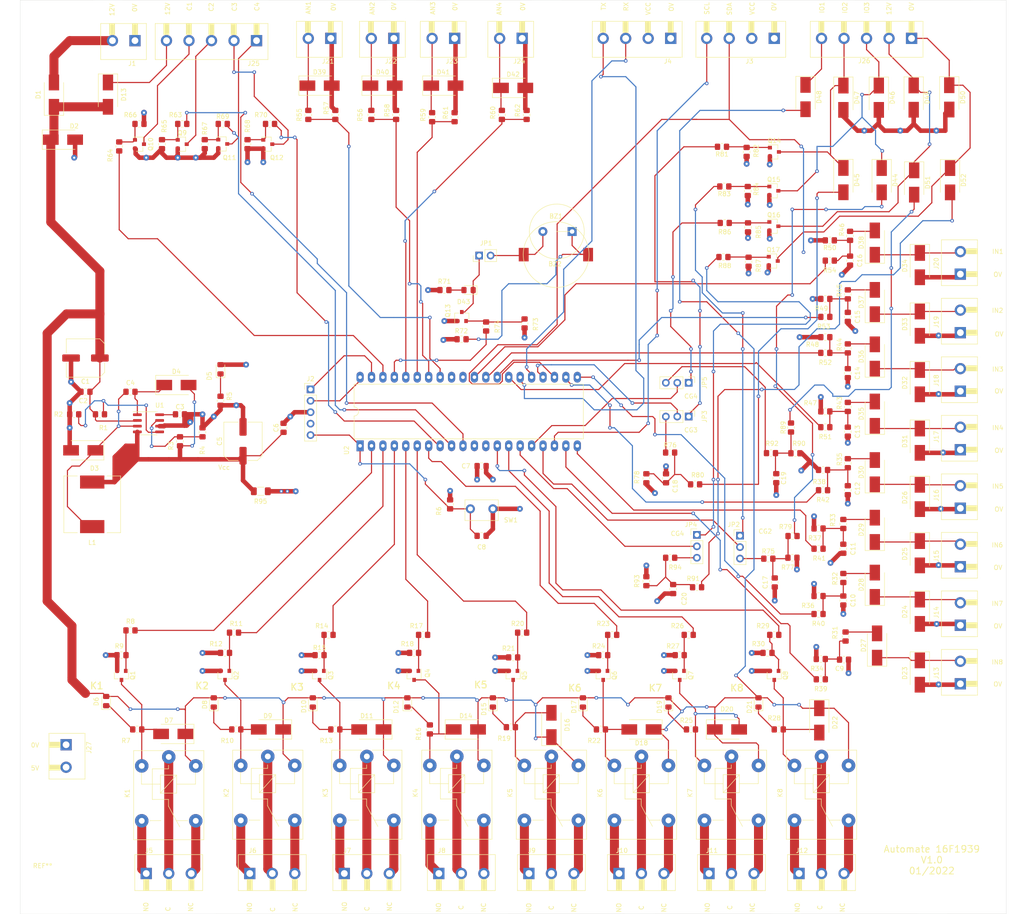
<source format=kicad_pcb>
(kicad_pcb (version 20211014) (generator pcbnew)
  (layers (0 "F.Cu" signal "piste_sup") (1 "In1.Cu" power "ground") (2 "In2.Cu" power "vcc") (31 "B.Cu" signal "piste_inf") (34 "B.Paste" user) (35 "F.Paste" user) (36 "B.SilkS" user "B.Silkscreen") (37 "F.SilkS" user "F.Silkscreen") (38 "B.Mask" user) (39 "F.Mask" user) (44 "Edge.Cuts" user))
  (net 0 "")
  (net 1 "GND")
  (net 2 "+12V")
  (net 3 "Net-(C3-Pad1)")
  (net 4 "Net-(C4-Pad1)")
  (net 5 "Net-(C4-Pad2)")
  (net 6 "VCC")
  (net 7 "/Logique/Vpp")
  (net 8 "Net-(C9-Pad1)")
  (net 9 "Net-(C10-Pad1)")
  (net 10 "Net-(C11-Pad1)")
  (net 11 "Net-(C12-Pad1)")
  (net 12 "Net-(C13-Pad1)")
  (net 13 "Net-(C14-Pad1)")
  (net 14 "Net-(C15-Pad1)")
  (net 15 "Net-(C16-Pad1)")
  (net 16 "Net-(D1-Pad1)")
  (net 17 "Net-(D5-Pad1)")
  (net 18 "Net-(D6-Pad1)")
  (net 19 "Net-(D7-Pad1)")
  (net 20 "Net-(D8-Pad1)")
  (net 21 "Net-(D9-Pad1)")
  (net 22 "Net-(D10-Pad1)")
  (net 23 "Net-(D11-Pad1)")
  (net 24 "Net-(D12-Pad1)")
  (net 25 "Net-(D14-Pad1)")
  (net 26 "Net-(D15-Pad1)")
  (net 27 "Net-(D16-Pad1)")
  (net 28 "Net-(D17-Pad1)")
  (net 29 "Net-(D18-Pad1)")
  (net 30 "Net-(D19-Pad1)")
  (net 31 "Net-(D20-Pad1)")
  (net 32 "Net-(D21-Pad1)")
  (net 33 "Net-(D22-Pad1)")
  (net 34 "Net-(D23-Pad1)")
  (net 35 "Net-(D24-Pad1)")
  (net 36 "Net-(D25-Pad1)")
  (net 37 "Net-(D26-Pad1)")
  (net 38 "Net-(D31-Pad1)")
  (net 39 "Net-(D32-Pad1)")
  (net 40 "Net-(D33-Pad1)")
  (net 41 "Net-(D34-Pad1)")
  (net 42 "Net-(D39-Pad1)")
  (net 43 "Net-(D40-Pad1)")
  (net 44 "Net-(D41-Pad1)")
  (net 45 "Net-(D42-Pad1)")
  (net 46 "Net-(J2-Pad2)")
  (net 47 "Net-(J2-Pad1)")
  (net 48 "Net-(J3-Pad4)")
  (net 49 "Net-(J3-Pad3)")
  (net 50 "Net-(J4-Pad3)")
  (net 51 "Net-(J4-Pad4)")
  (net 52 "Net-(J5-Pad3)")
  (net 53 "Net-(J5-Pad2)")
  (net 54 "Net-(J5-Pad1)")
  (net 55 "Net-(J6-Pad3)")
  (net 56 "Net-(J6-Pad2)")
  (net 57 "Net-(J6-Pad1)")
  (net 58 "Net-(J7-Pad3)")
  (net 59 "Net-(J7-Pad2)")
  (net 60 "Net-(J7-Pad1)")
  (net 61 "Net-(J8-Pad1)")
  (net 62 "Net-(J8-Pad2)")
  (net 63 "Net-(J8-Pad3)")
  (net 64 "Net-(J9-Pad3)")
  (net 65 "Net-(J9-Pad2)")
  (net 66 "Net-(J9-Pad1)")
  (net 67 "Net-(J10-Pad1)")
  (net 68 "Net-(J10-Pad2)")
  (net 69 "Net-(J10-Pad3)")
  (net 70 "Net-(J11-Pad1)")
  (net 71 "Net-(J11-Pad2)")
  (net 72 "Net-(J11-Pad3)")
  (net 73 "Net-(J12-Pad1)")
  (net 74 "Net-(J12-Pad2)")
  (net 75 "Net-(J12-Pad3)")
  (net 76 "Net-(J25-Pad4)")
  (net 77 "Net-(J25-Pad2)")
  (net 78 "Net-(J25-Pad3)")
  (net 79 "Net-(Q1-Pad2)")
  (net 80 "Net-(Q2-Pad2)")
  (net 81 "Net-(Q3-Pad2)")
  (net 82 "Net-(Q4-Pad2)")
  (net 83 "Net-(Q5-Pad2)")
  (net 84 "Net-(Q6-Pad2)")
  (net 85 "Net-(Q7-Pad2)")
  (net 86 "Net-(Q8-Pad2)")
  (net 87 "Net-(Q9-Pad2)")
  (net 88 "Net-(Q10-Pad2)")
  (net 89 "Net-(Q11-Pad2)")
  (net 90 "Net-(Q12-Pad2)")
  (net 91 "Net-(R1-Pad2)")
  (net 92 "Net-(R3-Pad2)")
  (net 93 "Rel1")
  (net 94 "Rel2")
  (net 95 "Rel3")
  (net 96 "Rel4")
  (net 97 "Rel5")
  (net 98 "Rel6")
  (net 99 "Rel7")
  (net 100 "Rel8")
  (net 101 "IN1")
  (net 102 "IN3")
  (net 103 "IN2")
  (net 104 "IN4")
  (net 105 "IN5")
  (net 106 "IN7")
  (net 107 "IN6")
  (net 108 "IN8")
  (net 109 "AN1")
  (net 110 "AN2")
  (net 111 "AN3")
  (net 112 "AN4")
  (net 113 "C2")
  (net 114 "C1")
  (net 115 "C3")
  (net 116 "C4")
  (net 117 "Net-(J25-Pad1)")
  (net 118 "Net-(D27-Pad1)")
  (net 119 "Net-(D28-Pad1)")
  (net 120 "Net-(D29-Pad1)")
  (net 121 "Net-(D30-Pad1)")
  (net 122 "Net-(D35-Pad1)")
  (net 123 "Net-(D36-Pad1)")
  (net 124 "Net-(D37-Pad1)")
  (net 125 "Net-(D38-Pad1)")
  (net 126 "Net-(D13-Pad2)")
  (net 127 "Net-(BZ1-Pad2)")
  (net 128 "Net-(BZ1-Pad1)")
  (net 129 "Net-(C17-Pad1)")
  (net 130 "Net-(C18-Pad1)")
  (net 131 "Net-(C19-Pad1)")
  (net 132 "Net-(C20-Pad1)")
  (net 133 "Net-(D43-Pad1)")
  (net 134 "Net-(D43-Pad2)")
  (net 135 "Net-(D44-Pad1)")
  (net 136 "Net-(D44-Pad2)")
  (net 137 "Net-(D45-Pad1)")
  (net 138 "Net-(D45-Pad2)")
  (net 139 "Net-(D48-Pad2)")
  (net 140 "Net-(D49-Pad1)")
  (net 141 "Net-(D50-Pad1)")
  (net 142 "Net-(D51-Pad1)")
  (net 143 "Net-(D52-Pad1)")
  (net 144 "Net-(JP2-Pad1)")
  (net 145 "GPIO3")
  (net 146 "Net-(JP2-Pad3)")
  (net 147 "Net-(JP3-Pad3)")
  (net 148 "GPIO4")
  (net 149 "Net-(JP3-Pad1)")
  (net 150 "Net-(JP4-Pad1)")
  (net 151 "GPIO1")
  (net 152 "Net-(JP4-Pad3)")
  (net 153 "Net-(JP5-Pad3)")
  (net 154 "GPIO2")
  (net 155 "Net-(JP5-Pad1)")
  (net 156 "Net-(Q13-Pad1)")
  (net 157 "Net-(Q14-Pad2)")
  (net 158 "Net-(Q15-Pad2)")
  (net 159 "Net-(Q16-Pad2)")
  (net 160 "Net-(Q17-Pad2)")
  (net 161 "Net-(R74-Pad2)")
  (net 162 "Net-(C5-Pad1)")
  (footprint "Resistor_SMD:R_0805_2012Metric_Pad1.20x1.40mm_HandSolder" (layer "F.Cu") (at 79.5 105.5 180)
    (fp_text reference "C2")
    (fp_text value "100nF")
  )
  (footprint "Resistor_SMD:R_0805_2012Metric_Pad1.20x1.40mm_HandSolder" (layer "F.Cu") (at 100.5 110.5)
    (fp_text reference "C3")
    (fp_text value "2.2nF")
  )
  (footprint "Resistor_SMD:R_0805_2012Metric_Pad1.20x1.40mm_HandSolder" (layer "F.Cu") (at 89.5 105.5 180)
    (fp_text reference "C4")
    (fp_text value "100nF")
  )
  (footprint "Resistor_SMD:R_0805_2012Metric_Pad1.20x1.40mm_HandSolder" (layer "F.Cu") (at 123.5 113.5 90)
    (fp_text reference "C6")
    (fp_text value "100nF")
  )
  (footprint "Resistor_SMD:R_0805_2012Metric_Pad1.20x1.40mm_HandSolder" (layer "F.Cu") (at 167.5 122 180)
    (fp_text reference "C7")
    (fp_text value "100nF")
  )
  (footprint "Resistor_SMD:R_0805_2012Metric_Pad1.20x1.40mm_HandSolder" (layer "F.Cu") (at 167.5 137.5)
    (fp_text reference "C8")
    (fp_text value "100nF")
  )
  (footprint "Resistor_SMD:R_0805_2012Metric_Pad1.20x1.40mm_HandSolder" (layer "F.Cu") (at 248 165)
    (fp_text reference "C9")
    (fp_text value "100nF")
  )
  (footprint "Resistor_SMD:R_0805_2012Metric_Pad1.20x1.40mm_HandSolder" (layer "F.Cu") (at 247.8396 151.8628 -90)
    (fp_text reference "C10")
    (fp_text value "100nF")
  )
  (footprint "Resistor_SMD:R_0805_2012Metric_Pad1.20x1.40mm_HandSolder" (layer "F.Cu") (at 247.8396 140.3628 -90)
    (fp_text reference "C11")
    (fp_text value "100nF")
  )
  (footprint "Resistor_SMD:R_0805_2012Metric_Pad1.20x1.40mm_HandSolder" (layer "F.Cu") (at 248.8396 127.3628 -90)
    (fp_text reference "C12")
    (fp_text value "100nF")
  )
  (footprint "Resistor_SMD:R_0805_2012Metric_Pad1.20x1.40mm_HandSolder" (layer "F.Cu") (at 248.8396 114.3628 -90)
    (fp_text reference "C13")
    (fp_text value "100nF")
  )
  (footprint "Resistor_SMD:R_0805_2012Metric_Pad1.20x1.40mm_HandSolder" (layer "F.Cu") (at 248.8396 101.3628 -90)
    (fp_text reference "C14")
    (fp_text value "100nF")
  )
  (footprint "Resistor_SMD:R_0805_2012Metric_Pad1.20x1.40mm_HandSolder" (layer "F.Cu") (at 248.8396 88.8628 -90)
    (fp_text reference "C15")
    (fp_text value "100nF")
  )
  (footprint "Resistor_SMD:R_0805_2012Metric_Pad1.20x1.40mm_HandSolder" (layer "F.Cu") (at 249.3396 76.3628 -90)
    (fp_text reference "C16")
    (fp_text value "100nF")
  )
  (footprint "Diode_SMD:D_SMB_Handsoldering" (layer "F.Cu") (at 74.5 49.5)
    (fp_text reference "D2")
    (fp_text value "SMBJ15A")
  )
  (footprint "Diode_SMD:D_SMB_Handsoldering" (layer "F.Cu") (at 164 180.5)
    (fp_text reference "D14")
    (fp_text value "SSA36")
  )
  (footprint "Diode_SMD:D_SMB_Handsoldering" (layer "F.Cu") (at 264.8396 167.8628 -90)
    (fp_text reference "D23")
    (fp_text value "SMBJ15A")
  )
  (footprint "Diode_SMD:D_SMB_Handsoldering" (layer "F.Cu") (at 264.8396 154.3628 -90)
    (fp_text reference "D24")
    (fp_text value "SMBJ15A")
  )
  (footprint "Diode_SMD:D_SMB_Handsoldering" (layer "F.Cu") (at 264.8396 141.3628 -90)
    (fp_text reference "D25")
    (fp_text value "SMBJ15A")
  )
  (footprint "Diode_SMD:D_SMB_Handsoldering" (layer "F.Cu") (at 264.8396 128.8628 -90)
    (fp_text reference "D26")
    (fp_text value "SMBJ15A")
  )
  (footprint "Diode_SMD:D_SMB_Handsoldering" (layer "F.Cu") (at 264.8396 116.3628 -90)
    (fp_text reference "D31")
    (fp_text value "SMBJ15A")
  )
  (footprint "Diode_SMD:D_SMB_Handsoldering" (layer "F.Cu") (at 264.8396 103.3628 -90)
    (fp_text reference "D32")
    (fp_text value "SMBJ15A")
  )
  (footprint "Diode_SMD:D_SMB_Handsoldering" (layer "F.Cu") (at 264.8396 90.3628 -90)
    (fp_text reference "D33")
    (fp_text value "SMBJ15A")
  )
  (footprint "Diode_SMD:D_SMB_Handsoldering" (layer "F.Cu") (at 264.8396 77.3628 -90)
    (fp_text reference "D34")
    (fp_text value "SMBJ15A")
  )
  (footprint "Diode_SMD:D_SMB_Handsoldering" (layer "F.Cu") (at 131.5 37.5)
    (fp_text reference "D39")
    (fp_text value "SMBJ15A")
  )
  (footprint "Diode_SMD:D_SMB_Handsoldering" (layer "F.Cu") (at 145.5 37.5)
    (fp_text reference "D40")
    (fp_text value "SMBJ15A")
  )
  (footprint "Diode_SMD:D_SMB_Handsoldering" (layer "F.Cu") (at 159 37.5)
    (fp_text reference "D41")
    (fp_text value "SMBJ15A")
  )
  (footprint "Diode_SMD:D_SMB_Handsoldering" (layer "F.Cu") (at 174.5 38)
    (fp_text reference "D42")
    (fp_text value "SMBJ15A")
  )
  (footprint "connectors:conn-2pts-P5mm" (layer "F.Cu") (at 90.5 27.5 180)
    (fp_text reference "J1")
    (fp_text value "Conn_01x02_Female")
  )
  (footprint "connectors:conn-4pts-P5mm" (layer "F.Cu") (at 232.5 27 180)
    (fp_text reference "J3")
    (fp_text value "Conn_01x04_Female")
  )
  (footprint "connectors:conn-4pts-P5mm" (layer "F.Cu") (at 209.5 27 180)
    (fp_text reference "J4")
    (fp_text value "Conn_01x04_Female")
  )
  (footprint "connectors:conn-3pts-P5mm" (layer "F.Cu") (at 93 212.5)
    (fp_text reference "J5")
    (fp_text value "Conn_01x03_Female")
  )
  (footprint "connectors:conn-3pts-P5mm" (layer "F.Cu") (at 116 212.5)
    (fp_text reference "J6")
    (fp_text value "Conn_01x03_Female")
  )
  (footprint "connectors:conn-3pts-P5mm" (layer "F.Cu") (at 137 212.5)
    (fp_text reference "J7")
    (fp_text value "Conn_01x03_Female")
  )
  (footprint "connectors:conn-3pts-P5mm" (layer "F.Cu") (at 158 212.5)
    (fp_text reference "J8")
    (fp_text value "Conn_01x03_Female")
  )
  (footprint "connectors:conn-3pts-P5mm" (layer "F.Cu") (at 178 212.5)
    (fp_text reference "J9")
    (fp_text value "Conn_01x03_Female")
  )
  (footprint "connectors:conn-3pts-P5mm" (layer "F.Cu") (at 198 212.5)
    (fp_text reference "J10")
    (fp_text value "Conn_01x03_Female")
  )
  (footprint "connectors:conn-3pts-P5mm" (layer "F.Cu") (at 218 212.5)
    (fp_text reference "J11")
    (fp_text value "Conn_01x03_Female")
  )
  (footprint "connectors:conn-3pts-P5mm" (layer "F.Cu") (at 238 212.5)
    (fp_text reference "J12")
    (fp_text value "Conn_01x03_Female")
  )
  (footprint "connectors:conn-2pts-P5mm" (layer "F.Cu") (at 273.8396 170.3628 90)
    (fp_text reference "J13")
    (fp_text value "Conn_01x02_Female")
  )
  (footprint "connectors:conn-2pts-P5mm" (layer "F.Cu") (at 273.8396 157.3628 90)
    (fp_text reference "J14")
    (fp_text value "Conn_01x02_Female")
  )
  (footprint "connectors:conn-2pts-P5mm" (layer "F.Cu") (at 273.8396 144.3628 90)
    (fp_text reference "J15")
    (fp_text value "Conn_01x02_Female")
  )
  (footprint "connectors:conn-2pts-P5mm" (layer "F.Cu") (at 273.8396 131.3628 90)
    (fp_text reference "J16")
    (fp_text value "Conn_01x02_Female")
  )
  (footprint "connectors:conn-2pts-P5mm" (layer "F.Cu") (at 273.8396 118.3628 90)
    (fp_text reference "J17")
    (fp_text value "Conn_01x02_Female")
  )
  (footprint "connectors:conn-2pts-P5mm" (layer "F.Cu") (at 273.8396 105.3628 90)
    (fp_text reference "J18")
    (fp_text value "Conn_01x02_Female")
  )
  (footprint "connectors:conn-2pts-P5mm" (layer "F.Cu") (at 273.8396 92.3628 90)
    (fp_text reference "J19")
    (fp_text value "Conn_01x02_Female")
  )
  (footprint "connectors:conn-2pts-P5mm" (layer "F.Cu") (at 273.8396 79.3628 90)
    (fp_text reference "J20")
    (fp_text value "Conn_01x02_Female")
  )
  (footprint "connectors:conn-2pts-P5mm" (layer "F.Cu") (at 134 27 180)
    (fp_text reference "J21")
    (fp_text value "Conn_01x02_Female")
  )
  (footprint "connectors:conn-2pts-P5mm" (layer "F.Cu") (at 148 27 180)
    (fp_text reference "J22")
    (fp_text value "Conn_01x02_Female")
  )
  (footprint "connectors:conn-2pts-P5mm" (layer "F.Cu") (at 161.5 27 180)
    (fp_text reference "J23")
    (fp_text value "Conn_01x02_Female")
  )
  (footprint "connectors:conn-2pts-P5mm" (layer "F.Cu") (at 176.5 27 180)
    (fp_text reference "J24")
    (fp_text value "Conn_01x02_Female")
  )
  (footprint "connectors:conn-5pts-P5mm" (layer "F.Cu") (at 117.5 27.5 180)
    (fp_text reference "J25")
    (fp_text value "Conn_01x05_Female")
  )
  (footprint "Resistor_SMD:R_0805_2012Metric_Pad1.20x1.40mm_HandSolder" (layer "F.Cu") (at 82.725001 110.5)
    (fp_text reference "R1")
    (fp_text value "10k")
  )
  (footprint "Resistor_SMD:R_0805_2012Metric_Pad1.20x1.40mm_HandSolder" (layer "F.Cu") (at 77 110.5 180)
    (fp_text reference "R2")
    (fp_text value "10k")
  )
  (footprint "Resistor_SMD:R_0805_2012Metric_Pad1.20x1.40mm_HandSolder" (layer "F.Cu") (at 100.5 116.5 90)
    (fp_text reference "R3")
    (fp_text value "5.36k")
  )
  (footprint "Resistor_SMD:R_0805_2012Metric_Pad1.20x1.40mm_HandSolder" (layer "F.Cu") (at 105.5 114.5 90)
    (fp_text reference "R4")
    (fp_text value "4.99k")
  )
  (footprint "Resistor_SMD:R_0805_2012Metric_Pad1.20x1.40mm_HandSolder" (layer "F.Cu") (at 109.5 107.5 -90)
    (fp_text reference "R5")
    (fp_text value "680")
  )
  (footprint "Resistor_SMD:R_0805_2012Metric_Pad1.20x1.40mm_HandSolder" (layer "F.Cu") (at 160.5 130.5 -90)
    (fp_text reference "R6")
    (fp_text value "10k")
  )
  (footprint "Resistor_SMD:R_0805_2012Metric_Pad1.20x1.40mm_HandSolder" (layer "F.Cu") (at 91 180.5)
    (fp_text reference "R7")
    (fp_text value "2.2k")
  )
  (footprint "Resistor_SMD:R_0805_2012Metric_Pad1.20x1.40mm_HandSolder" (layer "F.Cu") (at 89.5 158.5)
    (fp_text reference "R8")
    (fp_text value "1k")
  )
  (footprint "Resistor_SMD:R_0805_2012Metric_Pad1.20x1.40mm_HandSolder" (layer "F.Cu") (at 87.5 164)
    (fp_text reference "R9")
    (fp_text value "10k")
  )
  (footprint "Resistor_SMD:R_0805_2012Metric_Pad1.20x1.40mm_HandSolder" (layer "F.Cu") (at 113 180.5)
    (fp_text reference "R10")
    (fp_text value "2.2k")
  )
  (footprint "Resistor_SMD:R_0805_2012Metric_Pad1.20x1.40mm_HandSolder" (layer "F.Cu") (at 112.5 159)
    (fp_text reference "R11")
    (fp_text value "1k")
  )
  (footprint "Resistor_SMD:R_0805_2012Metric_Pad1.20x1.40mm_HandSolder" (layer "F.Cu") (at 110.5 163.5)
    (fp_text reference "R12")
    (fp_text value "10k")
  )
  (footprint "Resistor_SMD:R_0805_2012Metric_Pad1.20x1.40mm_HandSolder" (layer "F.Cu") (at 135 180.5)
    (fp_text reference "R13")
    (fp_text value "2.2k")
  )
  (footprint "Resistor_SMD:R_0805_2012Metric_Pad1.20x1.40mm_HandSolder" (layer "F.Cu") (at 133.5 159.5)
    (fp_text reference "R14")
    (fp_text value "1k")
  )
  (footprint "Resistor_SMD:R_0805_2012Metric_Pad1.20x1.40mm_HandSolder" (layer "F.Cu") (at 131.5 164)
    (fp_text reference "R15")
    (fp_text value "10k")
  )
  (footprint "Resistor_SMD:R_0805_2012Metric_Pad1.20x1.40mm_HandSolder" (layer "F.Cu") (at 156 180.5 -90)
    (fp_text reference "R16")
    (fp_text value "2.2k")
  )
  (footprint "Resistor_SMD:R_0805_2012Metric_Pad1.20x1.40mm_HandSolder" (layer "F.Cu") (at 154.5 159.5)
    (fp_text reference "R17")
    (fp_text value "1k")
  )
  (footprint "Resistor_SMD:R_0805_2012Metric_Pad1.20x1.40mm_HandSolder" (layer "F.Cu") (at 152.5 163.5)
    (fp_text reference "R18")
    (fp_text value "10k")
  )
  (footprint "Resistor_SMD:R_0805_2012Metric_Pad1.20x1.40mm_HandSolder" (layer "F.Cu") (at 174 180)
    (fp_text reference "R19")
    (fp_text value "2.2k")
  )
  (footprint "Resistor_SMD:R_0805_2012Metric_Pad1.20x1.40mm_HandSolder" (layer "F.Cu") (at 176.5 159)
    (fp_text reference "R20")
    (fp_text value "1k")
  )
  (footprint "Resistor_SMD:R_0805_2012Metric_Pad1.20x1.40mm_HandSolder" (layer "F.Cu") (at 174.5 164.5)
    (fp_text reference "R21")
    (fp_text value "10k")
  )
  (footprint "Resistor_SMD:R_0805_2012Metric_Pad1.20x1.40mm_HandSolder" (layer "F.Cu") (at 194 180.5)
    (fp_text reference "R22")
    (fp_text value "2.2k")
  )
  (footprint "Resistor_SMD:R_0805_2012Metric_Pad1.20x1.40mm_HandSolder" (layer "F.Cu") (at 196.5 159.5)
    (fp_text reference "R23")
    (fp_text value "1k")
  )
  (footprint "Resistor_SMD:R_0805_2012Metric_Pad1.20x1.40mm_HandSolder" (layer "F.Cu") (at 194.5 164)
    (fp_text reference "R24")
    (fp_text value "10k")
  )
  (footprint "Resistor_SMD:R_0805_2012Metric_Pad1.20x1.40mm_HandSolder" (layer "F.Cu") (at 214 180.5)
    (fp_text reference "R25")
    (fp_text value "2.2k")
  )
  (footprint "Resistor_SMD:R_0805_2012Metric_Pad1.20x1.40mm_HandSolder" (layer "F.Cu") (at 213.5 159.5)
    (fp_text reference "R26")
    (fp_text value "1k")
  )
  (footprint "Resistor_SMD:R_0805_2012Metric_Pad1.20x1.40mm_HandSolder" (layer "F.Cu") (at 211.5 164)
    (fp_text reference "R27")
    (fp_text value "10k")
  )
  (footprint "Resistor_SMD:R_0805_2012Metric_Pad1.20x1.40mm_HandSolder" (layer "F.Cu") (at 233.5 180.5)
    (fp_text reference "R28")
    (fp_text value "2.2k")
  )
  (footprint "Resistor_SMD:R_0805_2012Metric_Pad1.20x1.40mm_HandSolder" (layer "F.Cu") (at 232.5 159.5)
    (fp_text reference "R29")
    (fp_text value "1k")
  )
  (footprint "Resistor_SMD:R_0805_2012Metric_Pad1.20x1.40mm_HandSolder" (layer "F.Cu") (at 231 163.5)
    (fp_text reference "R30")
    (fp_text value "10k")
  )
  (footprint "Resistor_SMD:R_0805_2012Metric_Pad1.20x1.40mm_HandSolder" (layer "F.Cu") (at 248.3396 159.8628 90)
    (fp_text reference "R31")
    (fp_text value "1k")
  )
  (footprint "Resistor_SMD:R_0805_2012Metric_Pad1.20x1.40mm_HandSolder" (layer "F.Cu") (at 247.8396 146.8628 90)
    (fp_text reference "R32")
    (fp_text value "1k")
  )
  (footprint "Resistor_SMD:R_0805_2012Metric_Pad1.20x1.40mm_HandSolder" (layer "F.Cu") (at 247.8396 134.8628 90)
    (fp_text reference "R33")
    (fp_text value "1k")
  )
  (footprint "Resistor_SMD:R_0805_2012Metric_Pad1.20x1.40mm_HandSolder" (layer "F.Cu") (at 242.8396 164.8628 180)
    (fp_text reference "R34")
    (fp_text value "10k")
  )
  (footprint "Resistor_SMD:R_0805_2012Metric_Pad1.20x1.40mm_HandSolder" (layer "F.Cu") (at 248.8396 121.3628 90)
    (fp_text reference "R35")
    (fp_text value "1k")
  )
  (footprint "Resistor_SMD:R_0805_2012Metric_Pad1.20x1.40mm_HandSolder" (layer "F.Cu") (at 242.3396 150.8628 180)
    (fp_text reference "R36")
    (fp_text value "10k")
  )
  (footprint "Resistor_SMD:R_0805_2012Metric_Pad1.20x1.40mm_HandSolder" (layer "F.Cu") (at 242.3396 135.8628 180)
    (fp_text reference "R37")
    (fp_text value "10k")
  )
  (footprint "Resistor_SMD:R_0805_2012Metric_Pad1.20x1.40mm_HandSolder" (layer "F.Cu") (at 243.3396 122.8628 180)
    (fp_text reference "R38")
    (fp_text value "10k")
  )
  (footprint "Resistor_SMD:R_0805_2012Metric_Pad1.20x1.40mm_HandSolder" (layer "F.Cu") (at 242.8396 169.3628)
    (fp_text reference "R39")
    (fp_text value "1k")
  )
  (footprint "Resistor_SMD:R_0805_2012Metric_Pad1.20x1.40mm_HandSolder" (layer "F.Cu") (at 242.3396 154.8628)
    (fp_text reference "R40")
    (fp_text value "1k")
  )
  (footprint "Resistor_SMD:R_0805_2012Metric_Pad1.20x1.40mm_HandSolder" (layer "F.Cu") (at 242.3396 140.3628)
    (fp_text reference "R41")
    (fp_text value "1k")
  )
  (footprint "Resistor_SMD:R_0805_2012Metric_Pad1.20x1.40mm_HandSolder" (layer "F.Cu") (at 243.3396 127.3628)
    (fp_text reference "R42")
    (fp_text value "1k")
  )
  (footprint "Resistor_SMD:R_0805_2012Metric_Pad1.20x1.40mm_HandSolder" (layer "F.Cu") (at 248.8396 108.8628 90)
    (fp_text reference "R43")
    (fp_text value "1k")
  )
  (footprint "Resistor_SMD:R_0805_2012Metric_Pad1.20x1.40mm_HandSolder" (layer "F.Cu") (at 248.8396 95.8628 90)
    (fp_text reference "R44")
    (fp_text value "1k")
  )
  (footprint "Resistor_SMD:R_0805_2012Metric_Pad1.20x1.40mm_HandSolder" (layer "F.Cu") (at 248.8396 83.8628 90)
    (fp_text reference "R45")
    (fp_text value "1k")
  )
  (footprint "Resistor_SMD:R_0805_2012Metric_Pad1.20x1.40mm_HandSolder" (layer "F.Cu") (at 249.3396 70.8628 90)
    (fp_text reference "R46")
    (fp_text value "1k")
  )
  (footprint "Resistor_SMD:R_0805_2012Metric_Pad1.20x1.40mm_HandSolder" (layer "F.Cu") (at 243.8396 109.8628 180)
    (fp_text reference "R47")
    (fp_text value "10k")
  )
  (footprint "Resistor_SMD:R_0805_2012Metric_Pad1.20x1.40mm_HandSolder" (layer "F.Cu") (at 243.8396 93.3628 180)
    (fp_text reference "R48")
    (fp_text value "10k")
  )
  (footprint "Resistor_SMD:R_0805_2012Metric_Pad1.20x1.40mm_HandSolder" (layer "F.Cu") (at 243.8396 84.8628 180)
    (fp_text reference "R49")
    (fp_text value "10k")
  )
  (footprint "Resistor_SMD:R_0805_2012Metric_Pad1.20x1.40mm_HandSolder" (layer "F.Cu") (at 244.8396 71.8628 180)
    (fp_text reference "R50")
    (fp_text value "10k")
  )
  (footprint "Resistor_SMD:R_0805_2012Metric_Pad1.20x1.40mm_HandSolder" (layer "F.Cu") (at 243.8396 113.3628)
    (fp_text reference "R51")
    (fp_text value "1k")
  )
  (footprint "Resistor_SMD:R_0805_2012Metric_Pad1.20x1.40mm_HandSolder" (layer "F.Cu") (at 243.8396 96.8628)
    (fp_text reference "R52")
    (fp_text value "1k")
  )
  (footprint "Resistor_SMD:R_0805_2012Metric_Pad1.20x1.40mm_HandSolder" (layer "F.Cu") (at 243.8396 88.8628)
    (fp_text reference "R53")
    (fp_text value "1k")
  )
  (footprint "Resistor_SMD:R_0805_2012Metric_Pad1.20x1.40mm_HandSolder" (layer "F.Cu") (at 244.8396 76.3628)
    (fp_text reference "R54")
    (fp_text value "1k")
  )
  (footprint "Resistor_SMD:R_0805_2012Metric_Pad1.20x1.40mm_HandSolder" (layer "F.Cu") (at 129 44 90)
    (fp_text reference "R55")
    (fp_text value "8.1k")
  )
  (footprint "Resistor_SMD:R_0805_2012Metric_Pad1.20x1.40mm_HandSolder" (layer "F.Cu") (at 143 44 90)
    (fp_text reference "R56")
    (fp_text value "8.1k")
  )
  (footprint "Resistor_SMD:R_0805_2012Metric_Pad1.20x1.40mm_HandSolder" (layer "F.Cu") (at 135 44 90)
    (fp_text reference "R57")
    (fp_text value "4.7k")
  )
  (footprint "Resistor_SMD:R_0805_2012Metric_Pad1.20x1.40mm_HandSolder" (layer "F.Cu") (at 148.5 44 90)
    (fp_text reference "R58")
    (fp_text value "4.7k")
  )
  (footprint "Resistor_SMD:R_0805_2012Metric_Pad1.20x1.40mm_HandSolder" (layer "F.Cu") (at 156.5 44.5 90)
    (fp_text reference "R59")
    (fp_text value "8.1k")
  )
  (footprint "Resistor_SMD:R_0805_2012Metric_Pad1.20x1.40mm_HandSolder" (layer "F.Cu") (at 172 44 90)
    (fp_text reference "R60")
    (fp_text value "8.1k")
  )
  (footprint "Resistor_SMD:R_0805_2012Metric_Pad1.20x1.40mm_HandSolder" (layer "F.Cu") (at 161.5 44.5 90)
    (fp_text reference "R61")
    (fp_text value "4.7k")
  )
  (footprint "Resistor_SMD:R_0805_2012Metric_Pad1.20x1.40mm_HandSolder" (layer "F.Cu") (at 177.5 44 90)
    (fp_text reference "R62")
    (fp_text value "4.7k")
  )
  (footprint "Resistor_SMD:R_0805_2012Metric_Pad1.20x1.40mm_HandSolder" (layer "F.Cu") (at 101 46)
    (fp_text reference "R63")
    (fp_text value "1k")
  )
  (footprint "Resistor_SMD:R_0805_2012Metric_Pad1.20x1.40mm_HandSolder" (layer "F.Cu") (at 87 51 -90)
    (fp_text reference "R64")
    (fp_text value "1k")
  )
  (footprint "Resistor_SMD:R_0805_2012Metric_Pad1.20x1.40mm_HandSolder" (layer "F.Cu") (at 96.5 50.5 -90)
    (fp_text reference "R65")
    (fp_text value "10k")
  )
  (footprint "Resistor_SMD:R_0805_2012Metric_Pad1.20x1.40mm_HandSolder" (layer "F.Cu") (at 91.5 46)
    (fp_text reference "R66")
    (fp_text value "10k")
  )
  (footprint "Resistor_SMD:R_0805_2012Metric_Pad1.20x1.40mm_HandSolder" (layer "F.Cu") (at 106 50.5 -90)
    (fp_text reference "R67")
    (fp_text value "10k")
  )
  (footprint "Resistor_SMD:R_0805_2012Metric_Pad1.20x1.40mm_HandSolder" (layer "F.Cu") (at 115.5 50.5 -90)
    (fp_text reference "R68")
    (fp_text value "10k")
  )
  (footprint "Resistor_SMD:R_0805_2012Metric_Pad1.20x1.40mm_HandSolder" (layer "F.Cu") (at 110 46)
    (fp_text reference "R69")
    (fp_text value "1k")
  )
  (footprint "Resistor_SMD:R_0805_2012Metric_Pad1.20x1.40mm_HandSolder" (layer "F.Cu") (at 120.5 46)
    (fp_text reference "R70")
    (fp_text value "1k")
  )
  (footprint "Package_SO:SOIC-8_3.9x4.9mm_P1.27mm" (layer "F.Cu") (at 93.5 112.5)
    (fp_text reference "U1")
    (fp_text value "LT1376CS8TR")
  )
  (footprint "Package_DIP:DIP-40_W15.24mm_LongPads" (layer "F.Cu") (at 140.5 117.5 90)
    (fp_text reference "U2")
    (fp_text value "PIC16F1939-PDIP40")
  )
  (footprint "relays_perso:Relay_SRD_Series_Form_C" (layer "F.Cu") (at 98 186.6 -90)
    (fp_text reference "K1")
    (fp_text value "SONGLE")
  )
  (footprint "relays_perso:Relay_SRD_Series_Form_C" (layer "F.Cu") (at 120 186.5 -90)
    (fp_text reference "K2")
    (fp_text value "SONGLE")
  )
  (footprint "relays_perso:Relay_SRD_Series_Form_C" (layer "F.Cu") (at 142 186.5 -90)
    (fp_text reference "K3")
    (fp_text value "SONGLE")
  )
  (footprint "relays_perso:Relay_SRD_Series_Form_C" (layer "F.Cu") (at 162 186.5 -90)
    (fp_text reference "K4")
    (fp_text value "SONGLE")
  )
  (footprint "relays_perso:Relay_SRD_Series_Form_C" (layer "F.Cu") (at 183 186.5 -90)
    (fp_text reference "K5")
    (fp_text value "SONGLE")
  )
  (footprint "relays_perso:Relay_SRD_Series_Form_C" (layer "F.Cu") (at 203 186.5 -90)
    (fp_text reference "K6")
    (fp_text value "SONGLE")
  )
  (footprint "relays_perso:Relay_SRD_Series_Form_C" (layer "F.Cu") (at 223 186.5 -90)
    (fp_text reference "K7")
    (fp_text value "SONGLE")
  )
  (footprint "relays_perso:Relay_SRD_Series_Form_C" (layer "F.Cu") (at 243 186.5 -90)
    (fp_text reference "K8")
    (fp_text value "SONGLE")
  )
  (footprint "inductors_perso:L_Wuerth_WE-PD-Typ-LS-12x12" (layer "F.Cu") (at 81 130.5 90)
    (fp_text reference "L1")
    (fp_text value "100µH")
  )
  (footprint "packages_SO_perso:SOT-23.-BC817kicad_mod" (layer "F.Cu") (at 87.5 168.5 -90)
    (fp_text reference "Q1")
    (fp_text value "BC817")
  )
  (footprint "packages_SO_perso:SOT-23.-BC817kicad_mod" (layer "F.Cu") (at 110.5 168.5 -90)
    (fp_text reference "Q2")
    (fp_text value "BC817")
  )
  (footprint "packages_SO_perso:SOT-23.-BC817kicad_mod" (layer "F.Cu") (at 131.5 168.5 -90)
    (fp_text reference "Q3")
    (fp_text value "BC817")
  )
  (footprint "packages_SO_perso:SOT-23.-BC817kicad_mod" (layer "F.Cu") (at 152.5 168.5 -90)
    (fp_text reference "Q4")
    (fp_text value "BC817")
  )
  (footprint "packages_SO_perso:SOT-23.-BC817kicad_mod" (layer "F.Cu") (at 174.5 168.5 -90)
    (fp_text reference "Q5")
    (fp_text value "BC817")
  )
  (footprint "packages_SO_perso:SOT-23.-BC817kicad_mod" (layer "F.Cu") (at 194.5 168.5 -90)
    (fp_text reference "Q6")
    (fp_text value "BC817")
  )
  (footprint "packages_SO_perso:SOT-23.-BC817kicad_mod" (layer "F.Cu") (at 211.5 168.5 -90)
    (fp_text reference "Q7")
    (fp_text value "BC817")
  )
  (footprint "packages_SO_perso:SOT-23.-BC817kicad_mod" (layer "F.Cu") (at 232.5 168.5 -90)
    (fp_text reference "Q8")
    (fp_text value "BC817")
  )
  (footprint "packages_SO_perso:SOT-23.-BC817kicad_mod" (layer "F.Cu") (at 101 50.5)
    (fp_text reference "Q9")
    (fp_text value "BC817")
  )
  (footprint "packages_SO_perso:SOT-23.-BC817kicad_mod" (layer "F.Cu") (at 91.5 50.5)
    (fp_text reference "Q10")
    (fp_text value "BC817")
  )
  (footprint "packages_SO_perso:SOT-23.-BC817kicad_mod" (layer "F.Cu") (at 110 50.45)
    (fp_text reference "Q11")
    (fp_text value "BC817")
  )
  (footprint "packages_SO_perso:SOT-23.-BC817kicad_mod" (layer "F.Cu") (at 120 50.5)
    (fp_text reference "Q12")
    (fp_text value "BC817")
  )
  (footprint "capacitor_perso:C_Elec_8x6.2" (layer "F.Cu") (at 79.5 98 180)
    (fp_text reference "C1")
    (fp_text value "100µF")
  )
  (footprint "capacitor_perso:C_Elec_8x6.2" (layer "F.Cu") (at 114.5 116.5 90)
    (fp_text reference "C5")
    (fp_text value "100µF")
  )
  (footprint "diodes_perso:D_SMB_SSA36-Handsoldering" (layer "F.Cu") (at 72.5 39.5 90)
    (fp_text reference "D1")
    (fp_text value "SSA36")
  )
  (footprint "diodes_perso:D_SMB_SSA36-Handsoldering" (layer "F.Cu") (at 79 118.5 180)
    (fp_text reference "D3")
    (fp_text value "DIODE")
  )
  (footprint "diodes_perso:D_SMB_SSA36-Handsoldering" (layer "F.Cu") (at 99.7 104)
    (fp_text reference "D4")
    (fp_text value "SSA36")
  )
  (footprint "diodes_perso:D_SMB_SSA36-Handsoldering" (layer "F.Cu") (at 99 181.5 180)
    (fp_text reference "D7")
    (fp_text value "SSA36")
  )
  (footprint "diodes_perso:D_SMB_SSA36-Handsoldering" (layer "F.Cu") (at 120.7 180.5 180)
    (fp_text reference "D9")
    (fp_text value "SSA36")
  )
  (footprint "diodes_perso:D_SMB_SSA36-Handsoldering" (layer "F.Cu") (at 143 180.5 180)
    (fp_text reference "D11")
    (fp_text value "SSA36")
  )
  (footprint "diodes_perso:D_SMB_SSA36-Handsoldering" (layer "F.Cu") (at 84.5 39.5 -90)
    (fp_text reference "D13")
    (fp_text value "SSA36")
  )
  (footprint "diodes_perso:D_SMB_SSA36-Handsoldering" (layer "F.Cu") (at 183 179.5 90)
    (fp_text reference "D16")
    (fp_text value "SSA36")
  )
  (footprint "diodes_perso:D_SMB_SSA36-Handsoldering" (layer "F.Cu") (at 203 180.5 180)
    (fp_text reference "D18")
    (fp_text value "SSA36")
  )
  (footprint "diodes_perso:D_SMB_SSA36-Handsoldering" (layer "F.Cu") (at 222 180.5)
    (fp_text reference "D20")
    (fp_text value "SSA36")
  )
  (footprint "diodes_perso:D_SMB_SSA36-Handsoldering" (layer "F.Cu") (at 242.5 178.5 -90)
    (fp_text reference "D22")
    (fp_text value "DIODE")
  )
  (footprint "diodes_perso:D_SMB_SSA36-Handsoldering" (layer "F.Cu") (at 255.3396 161.8628 90)
    (fp_text reference "D27")
    (fp_text value "SSA36")
  )
  (footprint "diodes_perso:D_SMB_SSA36-Handsoldering" (layer "F.Cu") (at 254.8396 148.3628 90)
    (fp_text reference "D28")
    (fp_text value "SSA36")
  )
  (footprint "diodes_perso:D_SMB_SSA36-Handsoldering" (layer "F.Cu") (at 254.8396 136.1628 90)
    (fp_text reference "D29")
    (fp_text value "SSA36")
  )
  (footprint "diodes_perso:D_SMB_SSA36-Handsoldering" (layer "F.Cu") (at 254.8396 123.3628 90)
    (fp_text reference "D30")
    (fp_text value "SSA36")
  )
  (footprint "diodes_perso:D_SMB_SSA36-Handsoldering" (layer "F.Cu") (at 254.8396 110.3628 90)
    (fp_text reference "D35")
    (fp_text value "SSA36")
  )
  (footprint "diodes_perso:D_SMB_SSA36-Handsoldering" (layer "F.Cu") (at 254.8396 97.6628 90)
    (fp_text reference "D36")
    (fp_text value "SSA36")
  )
  (footprint "diodes_perso:D_SMB_SSA36-Handsoldering" (layer "F.Cu") (at 254.8396 85.5628 90)
    (fp_text reference "D37")
    (fp_text value "SSA36")
  )
  (footprint "diodes_perso:D_SMB_SSA36-Handsoldering" (layer "F.Cu") (at 254.8396 72.3628 90)
    (fp_text reference "D38")
    (fp_text value "SSA36")
  )
  (footprint "Diode_SMD:D_0805_2012Metric_Pad1.15x1.40mm_HandSolder" (layer "F.Cu") (at 109.5 100.5 90)
    (fp_text reference "D5")
    (fp_text value "LED")
  )
  (footprint "Diode_SMD:D_0805_2012Metric_Pad1.15x1.40mm_HandSolder" (layer "F.Cu") (at 84.1 174.2 90)
    (fp_text reference "D6")
    (fp_text value "LED")
  )
  (footprint "Diode_SMD:D_0805_2012Metric_Pad1.15x1.40mm_HandSolder" (layer "F.Cu") (at 108 174.5 90)
    (fp_text reference "D8")
    (fp_text value "LED")
  )
  (footprint "Diode_SMD:D_0805_2012Metric_Pad1.15x1.40mm_HandSolder" (layer "F.Cu") (at 130 174.5 90)
    (fp_text reference "D10")
    (fp_text value "LED")
  )
  (footprint "Diode_SMD:D_0805_2012Metric_Pad1.15x1.40mm_HandSolder" (layer "F.Cu") (at 151 174.5 90)
    (fp_text reference "D12")
    (fp_text value "LED")
  )
  (footprint "Diode_SMD:D_0805_2012Metric_Pad1.15x1.40mm_HandSolder" (layer "F.Cu") (at 170 174.5 90)
    (fp_text reference "D15")
    (fp_text value "LED")
  )
  (footprint "Diode_SMD:D_0805_2012Metric_Pad1.15x1.40mm_HandSolder" (layer "F.Cu") (at 190 174.5 90)
    (fp_text reference "D17")
    (fp_text value "LED")
  )
  (footprint "Diode_SMD:D_0805_2012Metric_Pad1.15x1.40mm_HandSolder" (layer "F.Cu") (at 209 174.5 90)
    (fp_text reference "D19")
    (fp_text value "LED")
  )
  (footprint "Diode_SMD:D_0805_2012Metric_Pad1.15x1.40mm_HandSolder" (layer "F.Cu") (at 229 174.5 90)
    (fp_text reference "D21")
    (fp_text value "LED")
  )
  (footprint "Resistor_SMD:R_0805_2012Metric_Pad1.20x1.40mm_HandSolder" (layer "F.Cu") (at 232.6132 147.8534 -90)
    (fp_text reference "C17")
    (fp_text value "100nF")
  )
  (footprint "Resistor_SMD:R_0805_2012Metric_Pad1.20x1.40mm_HandSolder" (layer "F.Cu") (at 208.4578 124.714 90)
    (fp_text reference "C18")
    (fp_text value "100nF")
  )
  (footprint "Resistor_SMD:R_0805_2012Metric_Pad1.20x1.40mm_HandSolder" (layer "F.Cu") (at 232.9434 124.6886 -90)
    (fp_text reference "C19")
    (fp_text value "100nF")
  )
  (footprint "Resistor_SMD:R_0805_2012Metric_Pad1.20x1.40mm_HandSolder" (layer "F.Cu") (at 210.0422 149.3244 -90)
    (fp_text reference "C20")
    (fp_text value "100nF")
  )
  (footprint "LED_SMD:LED_0805_2012Metric_Pad1.15x1.40mm_HandSolder" (layer "F.Cu") (at 164.601 82.9056 180)
    (fp_text reference "D43")
    (fp_text value "LED")
  )
  (footprint "diodes_perso:D_SMB_SSA36-Handsoldering" (layer "F.Cu") (at 256.3622 58.5008 -90)
    (fp_text reference "D44")
    (fp_text value "SSA36")
  )
  (footprint "diodes_perso:D_SMB_SSA36-Handsoldering" (layer "F.Cu") (at 247.8532 58.483 -90)
    (fp_text reference "D45")
    (fp_text value "SSA36")
  )
  (footprint "Diode_SMD:D_SMB_Handsoldering" (layer "F.Cu") (at 255.7272 40.1828 -90)
    (fp_text reference "D46")
    (fp_text value "SMBJ15A")
  )
  (footprint "Diode_SMD:D_SMB_Handsoldering" (layer "F.Cu") (at 247.8532 40.1828 -90)
    (fp_text reference "D47")
    (fp_text value "SMBJ15A")
  )
  (footprint "diodes_perso:D_SMB_SSA36-Handsoldering" (layer "F.Cu") (at 239.4458 40.038 -90)
    (fp_text reference "D48")
    (fp_text value "SSA36")
  )
  (footprint "Diode_SMD:D_SMB_Handsoldering" (layer "F.Cu") (at 263.4742 40.1498 -90)
    (fp_text reference "D49")
    (fp_text value "SMBJ15A")
  )
  (footprint "Diode_SMD:D_SMB_Handsoldering" (layer "F.Cu") (at 271.3736 40.1066 -90)
    (fp_text reference "D50")
    (fp_text value "SMBJ15A")
  )
  (footprint "diodes_perso:D_SMB_SSA36-Handsoldering" (layer "F.Cu") (at 263.5758 59.0164 -90)
    (fp_text reference "D51")
    (fp_text value "SSA36")
  )
  (footprint "diodes_perso:D_SMB_SSA36-Handsoldering" (layer "F.Cu") (at 271.5514 58.5084 -90)
    (fp_text reference "D52")
    (fp_text value "SSA36")
  )
  (footprint "connectors:conn-5pts-P5mm" (layer "F.Cu") (at 263 27 180)
    (fp_text reference "J26")
    (fp_text value "Conn_01x05_Female")
  )
  (footprint "Connector_PinHeader_2.54mm:PinHeader_1x02_P2.54mm_Vertical" (layer "F.Cu") (at 166.9542 75.2348 90)
    (fp_text reference "JP1")
    (fp_text value "Jumper")
  )
  (footprint "Connector_PinHeader_2.54mm:PinHeader_1x03_P2.54mm_Vertical" (layer "F.Cu") (at 224.8916 137.4648)
    (fp_text reference "JP2")
    (fp_text value "Jumper_NC_Dual")
  )
  (footprint "Connector_PinHeader_2.54mm:PinHeader_1x03_P2.54mm_Vertical" (layer "F.Cu") (at 213.5 111 -90)
    (fp_text reference "JP3")
    (fp_text value "Jumper_NC_Dual")
  )
  (footprint "Connector_PinHeader_2.54mm:PinHeader_1x03_P2.54mm_Vertical" (layer "F.Cu") (at 215.3158 137.287)
    (fp_text reference "JP4")
    (fp_text value "Jumper_NC_Dual")
  )
  (footprint "Connector_PinHeader_2.54mm:PinHeader_1x03_P2.54mm_Vertical" (layer "F.Cu") (at 213.5 103.5 -90)
    (fp_text reference "JP5")
    (fp_text value "Jumper_NC_Dual")
  )
  (footprint "packages_SO_perso:SOT-23.-BC817kicad_mod" (layer "F.Cu") (at 163.0934 88.7824 90)
    (fp_text reference "Q13")
    (fp_text value "BC817")
  )
  (footprint "packages_SO_perso:SOT-23.-BC817kicad_mod" (layer "F.Cu") (at 232.537 52.2224)
    (fp_text reference "Q14")
    (fp_text value "BC817")
  )
  (footprint "packages_SO_perso:SOT-23.-BC817kicad_mod" (layer "F.Cu") (at 232.41 60.8584)
    (fp_text reference "Q15")
    (fp_text value "BC817")
  )
  (footprint "packages_SO_perso:SOT-23.-BC817kicad_mod" (layer "F.Cu") (at 232.41 68.7324)
    (fp_text reference "Q16")
    (fp_text value "BC817")
  )
  (footprint "packages_SO_perso:SOT-23.-BC817kicad_mod" (layer "F.Cu") (at 232.283 76.454)
    (fp_text reference "Q17")
    (fp_text value "BC817")
  )
  (footprint "Resistor_SMD:R_0805_2012Metric_Pad1.20x1.40mm_HandSolder" (layer "F.Cu") (at 159.2326 82.9056)
    (fp_text reference "R71")
    (fp_text value "680")
  )
  (footprint "Resistor_SMD:R_0805_2012Metric_Pad1.20x1.40mm_HandSolder" (layer "F.Cu") (at 163.0426 93.8276)
    (fp_text reference "R72")
    (fp_text value "0")
  )
  (footprint "Resistor_SMD:R_0805_2012Metric_Pad1.20x1.40mm_HandSolder" (layer "F.Cu") (at 177.038 90.3224 -90)
    (fp_text reference "R73")
    (fp_text value "10k")
  )
  (footprint "Resistor_SMD:R_0805_2012Metric_Pad1.20x1.40mm_HandSolder" (layer "F.Cu") (at 168.5 91 -90)
    (fp_text reference "R74")
    (fp_text value "1k")
  )
  (footprint "Resistor_SMD:R_0805_2012Metric_Pad1.20x1.40mm_HandSolder" (layer "F.Cu") (at 231.1814 142.5702)
    (fp_text reference "R75")
    (fp_text value "1k")
  )
  (footprint "Resistor_SMD:R_0805_2012Metric_Pad1.20x1.40mm_HandSolder" (layer "F.Cu") (at 209.3722 119)
    (fp_text reference "R76")
    (fp_text value "1k")
  )
  (footprint "Resistor_SMD:R_0805_2012Metric_Pad1.20x1.40mm_HandSolder" (layer "F.Cu") (at 236.5342 142.367)
    (fp_text reference "R77")
    (fp_text value "10k")
  )
  (footprint "Resistor_SMD:R_0805_2012Metric_Pad1.20x1.40mm_HandSolder" (layer "F.Cu") (at 204.089 124.714 -90)
    (fp_text reference "R78")
    (fp_text value "10k")
  )
  (footprint "Resistor_SMD:R_0805_2012Metric_Pad1.20x1.40mm_HandSolder" (layer "F.Cu") (at 236.5662 137.541)
    (fp_text reference "R79")
    (fp_text value "1k")
  )
  (footprint "Resistor_SMD:R_0805_2012Metric_Pad1.20x1.40mm_HandSolder" (layer "F.Cu") (at 214.9188 126.0602)
    (fp_text reference "R80")
    (fp_text value "1k")
  )
  (footprint "Resistor_SMD:R_0805_2012Metric_Pad1.20x1.40mm_HandSolder" (layer "F.Cu") (at 220.8944 51.0794 180)
    (fp_text reference "R81")
    (fp_text value "1k")
  )
  (footprint "Resistor_SMD:R_0805_2012Metric_Pad1.20x1.40mm_HandSolder" (layer "F.Cu") (at 226.3648 52.2224 -90)
    (fp_text reference "R82")
    (fp_text value "10k")
  )
  (footprint "Resistor_SMD:R_0805_2012Metric_Pad1.20x1.40mm_HandSolder" (layer "F.Cu") (at 221.4024 59.8932 180)
    (fp_text reference "R83")
    (fp_text value "1k")
  )
  (footprint "Resistor_SMD:R_0805_2012Metric_Pad1.20x1.40mm_HandSolder" (layer "F.Cu") (at 226.6188 60.9092 -90)
    (fp_text reference "R84")
    (fp_text value "10k")
  )
  (footprint "Resistor_SMD:R_0805_2012Metric_Pad1.20x1.40mm_HandSolder" (layer "F.Cu") (at 226.6696 68.977 -90)
    (fp_text reference "R85")
    (fp_text value "10k")
  )
  (footprint "Resistor_SMD:R_0805_2012Metric_Pad1.20x1.40mm_HandSolder" (layer "F.Cu") (at 226.7966 76.6224 -90)
    (fp_text reference "R87")
    (fp_text value "10k")
  )
  (footprint "Resistor_SMD:R_0805_2012Metric_Pad1.20x1.40mm_HandSolder" (layer "F.Cu") (at 221.2086 75.565 180)
    (fp_text reference "R88")
    (fp_text value "1k")
  )
  (footprint "Resistor_SMD:R_0805_2012Metric_Pad1.20x1.40mm_HandSolder" (layer "F.Cu") (at 236.22 113.4364 90)
    (fp_text reference "R89")
    (fp_text value "1k")
  )
  (footprint "Resistor_SMD:R_0805_2012Metric_Pad1.20x1.40mm_HandSolder" (layer "F.Cu") (at 237.2012 119.1514)
    (fp_text reference "R90")
    (fp_text value "10k")
  )
  (footprint "Resistor_SMD:R_0805_2012Metric_Pad1.20x1.40mm_HandSolder" (layer "F.Cu") (at 215.3572 148.9202)
    (fp_text reference "R91")
    (fp_text value "1k")
  )
  (footprint "Resistor_SMD:R_0805_2012Metric_Pad1.20x1.40mm_HandSolder" (layer "F.Cu") (at 231.775 119.126)
    (fp_text reference "R92")
    (fp_text value "1k")
  )
  (footprint "Resistor_SMD:R_0805_2012Metric_Pad1.20x1.40mm_HandSolder" (layer "F.Cu") (at 204.089 147.5646 90)
    (fp_text reference "R93")
    (fp_text value "10k")
  )
  (footprint "Resistor_SMD:R_0805_2012Metric_Pad1.20x1.40mm_HandSolder" (layer "F.Cu") (at 209.3816 142.367 180)
    (fp_text reference "R94")
    (fp_text value "1k")
  )
  (footprint "switches:SW_PUSH_6mm_H5mm" (layer "F.Cu") (at 170 131.5 180)
    (fp_text reference "SW1")
    (fp_text value "SW_Push")
  )
  (footprint "MountingHole:MountingHole_3.2mm_M3" (layer "F.Cu") (at 70 25)
    (fp_text reference "REF**" hide)
    (fp_text value "MountingHole_3.2mm_M3")
  )
  (footprint "MountingHole:MountingHole_3.2mm_M3" (layer "F.Cu") (at 70 215)
    (fp_text reference "REF**")
    (fp_text value "MountingHole_3.2mm_M3")
  )
  (footprint "MountingHole:MountingHole_3.2mm_M3" (layer "F.Cu") (at 278.5 216)
    (fp_text reference "REF**" hide)
    (fp_text value "MountingHole_3.2mm_M3")
  )
  (footprint "MountingHole:MountingHole_3.2mm_M3" (layer "F.Cu") (at 278 24.5)
    (fp_text reference "REF**" hide)
    (fp_text value "MountingHole_3.2mm_M3")
  )
  (footprint "MountingHole:MountingHole_3.2mm_M3" (layer "F.Cu") (at 100.5 87)
    (fp_text reference "REF**" hide)
    (fp_text value "MountingHole_3.2mm_M3")
  )
  (footprint "MountingHole:MountingHole_3.2mm_M3" (layer "F.Cu") (at 100.5 142)
    (fp_text reference "REF**" hide)
    (fp_text value "MountingHole_3.2mm_M3")
  )
  (footprint "MountingHole:MountingHole_3.2mm_M3" (layer "F.Cu") (at 192.5 87)
    (fp_text reference "REF**" hide)
    (fp_text value "MountingHole_3.2mm_M3")
  )
  (footprint "MountingHole:MountingHole_3.2mm_M3" (layer "F.Cu") (at 192.5 142)
    (fp_text reference "REF**" hide)
    (fp_text value "MountingHole_3.2mm_M3")
  )
  (footprint "Resistor_SMD:R_1206_3216Metric_Pad1.30x1.75mm_HandSolder" (layer "F.Cu") (at 118.45 127.6 180)
    (fp_text reference "R95")
    (fp_text value "0")
  )
  (footprint "connectors:conn-2pts-P5mm" (layer "F.Cu") (at 75.2 183.9 -90)
    (fp_text reference "J27")
    (fp_text value "Conn_01x02_Female")
  )
  (footprint "Connector_PinHeader_2.54mm:PinHeader_1x05_P2.54mm_Vertical" (layer "F.Cu") (at 129.5 104.96)
    (fp_text reference "J2")
    (fp_text value "Conn_01x05_Female")
  )
  (footprint "Resistor_SMD:R_0805_2012Metric_Pad1.20x1.40mm_HandSolder" (layer "F.Cu") (at 221.5 68 180)
    (fp_text reference "R86")
    (fp_text value "1k")
  )
  (footprint "buzzer_perso:Buzzer_12x9.5RM7.6" (layer "F.Cu") (at 187.6 69.9 180)
    (fp_text reference "BZ2")
    (fp_text value "Buzzer")
  )
  (footprint "buzzer_perso:Buzzer_Mallory_AST1109MLTRQ" (layer "F.Cu") (at 184.0484 74.9808 180)
    (fp_text reference "BZ1")
    (fp_text value "Buzzer")
  )
  (gr_line (start 65 221.5) (end 65 18.5) (layer "Edge.Cuts") (width 0.05))
  (gr_line (start 284 221.45) (end 65 221.5) (layer "Edge.Cuts") (width 0.05))
  (gr_line (start 284 18.55) (end 284 221.45) (layer "Edge.Cuts") (width 0.05))
  (gr_line (start 65 18.5) (end 284 18.55) (layer "Edge.Cuts") (width 0.05))
  (gr_text "C\n" (at 121.1 220.5 90) (layer "F.SilkS") (effects (font (size 1 1))))
  (gr_text "C\n" (at 142.05 220.35 90) (layer "F.SilkS") (effects (font (size 1 1))))
  (gr_text "C\n" (at 162.95 220.05 90) (layer "F.SilkS") (effects (font (size 1 1))))
  (gr_text "C\n" (at 183 220.1 90) (layer "F.SilkS") (effects (font (size 1 1))))
  (gr_text "C\n" (at 203 220.1 90) (layer "F.SilkS") (effects (font (size 1 1))))
  (gr_text "C\n" (at 222.65 220.05 90) (layer "F.SilkS") (effects (font (size 1 1))))
  (gr_text "C\n" (at 242.65 220.05 90) (layer "F.SilkS") (effects (font (size 1 1))))
  (gr_text "NC" (at 227.65 220.05 90) (layer "F.SilkS") (effects (font (size 1 1))))
  (gr_text "NC" (at 208 220.1 90) (layer "F.SilkS") (effects (font (size 1 1))))
  (gr_text "NC" (at 188 220.1 90) (layer "F.SilkS") (effects (font (size 1 1))))
  (gr_text "NC" (at 167.95 220.05 90) (layer "F.SilkS") (effects (font (size 1 1))))
  (gr_text "NC" (at 147.05 219.85 90) (layer "F.SilkS") (effects (font (size 1 1))))
  (gr_text "NC" (at 126.1 220 90) (layer "F.SilkS") (effects (font (size 1 1))))
  (gr_text "NC" (at 102.9 219.95 90) (layer "F.SilkS") (effects (font (size 1 1))))
  (gr_text "NO" (at 115.95 220 90) (layer "F.SilkS") (effects (font (size 1 1))))
  (gr_text "NO" (at 137.05 219.85 90) (layer "F.SilkS") (effects (font (size 1 1))))
  (gr_text "NO" (at 157.95 220.05 90) (layer "F.SilkS") (effects (font (size 1 1))))
  (gr_text "NO" (at 178 220.1 90) (layer "F.SilkS") (effects (font (size 1 1))))
  (gr_text "NO" (at 198 220.1 90) (layer "F.SilkS") (effects (font (size 1 1))))
  (gr_text "NO" (at 217.65 220.05 90) (layer "F.SilkS") (effects (font (size 1 1))))
  (gr_text "NO" (at 237.65 220.05 90) (layer "F.SilkS") (effects (font (size 1 1))))
  (gr_text "12V" (at 97.75 20.45 90) (layer "F.SilkS") (effects (font (size 1 1))))
  (gr_text "C2\n" (at 107.45 20.05 90) (layer "F.SilkS") (effects (font (size 1 1))))
  (gr_text "C3\n" (at 112.6 20 90) (layer "F.SilkS") (effects (font (size 1 1))))
  (gr_text "C4\n" (at 117.6 19.95 90) (layer "F.SilkS") (effects (font (size 1 1))))
  (gr_text "AN1" (at 129 20.2 90) (layer "F.SilkS") (effects (font (size 1 1))))
  (gr_text "AN2\n" (at 143.2 20.35 90) (layer "F.SilkS") (effects (font (size 1 1))))
  (gr_text "AN3\n" (at 156.65 20.3 90) (layer "F.SilkS") (effects (font (size 1 1))))
  (gr_text "AN4\n" (at 171.4 20.4 90) (layer "F.SilkS") (effects (font (size 1 1))))
  (gr_text "OV" (at 209.65 20.05 90) (layer "F.SilkS") (effects (font (size 1 1))))
  (gr_text "VCC\n" (at 204.5 20.4 90) (layer "F.SilkS") (effects (font (size 1 1))))
  (gr_text "OV" (at 263 19.95 90) (layer "F.SilkS") (effects (font (size 1 1))))
  (gr_text "12V" (at 258 20.4 90) (layer "F.SilkS") (effects (font (size 1 1))))
  (gr_text "IN2" (at 282.1 87.45) (layer "F.SilkS") (effects (font (size 1 1))))
  (gr_text "IN3" (at 282.15 100.5) (layer "F.SilkS") (effects (font (size 1 1))))
  (gr_text "IN4" (at 282.15 113.5) (layer "F.SilkS") (effects (font (size 1 1))))
  (gr_text "IN5" (at 282.15 126.5) (layer "F.SilkS") (effects (font (size 1 1))))
  (gr_text "IN6" (at 282.05 139.55) (layer "F.SilkS") (effects (font (size 1 1))))
  (gr_text "IN7" (at 282.05 152.55) (layer "F.SilkS") (effects (font (size 1 1))))
  (gr_text "IN8" (at 282.05 165.55) (layer "F.SilkS") (effects (font (size 1 1))))
  (gr_text "CG2" (at 230.5 136.5) (layer "F.SilkS") (effects (font (size 1 1))))
  (gr_text "CG3" (at 214 114) (layer "F.SilkS") (effects (font (size 1 1))))
  (gr_text "CG4" (at 214 106.5) (layer "F.SilkS") (effects (font (size 1 1))))
  (gr_text "0V" (at 134.6 20 90) (layer "F.SilkS") (effects (font (size 1 1))))
  (gr_text "0V" (at 148 19.9 90) (layer "F.SilkS") (effects (font (size 1 1))))
  (gr_text "0V" (at 161.6 19.95 90) (layer "F.SilkS") (effects (font (size 1 1))))
  (gr_text "0V" (at 176.65 19.95 90) (layer "F.SilkS") (effects (font (size 1 1))))
  (gr_text "OV" (at 282.15 79.45) (layer "F.SilkS") (effects (font (size 1 1))))
  (gr_text "OV" (at 282.45 92.7) (layer "F.SilkS") (effects (font (size 1 1))))
  (gr_text "OV" (at 282.4 105.35) (layer "F.SilkS") (effects (font (size 1 1))))
  (gr_text "OV" (at 282.4 118.55) (layer "F.SilkS") (effects (font (size 1 1))))
  (gr_text "OV" (at 282.4 131.6) (layer "F.SilkS") (effects (font (size 1 1))))
  (gr_text "OV" (at 282.2 144.55) (layer "F.SilkS") (effects (font (size 1 1))))
  (gr_text "OV" (at 282.2 157.55) (layer "F.SilkS") (effects (font (size 1 1))))
  (gr_text "OV" (at 282.15 170.45) (layer "F.SilkS") (effects (font (size 1 1))))
  (gr_text "K2" (at 105.4 170.8) (layer "F.SilkS") (effects (font (size 1.5 1.5) (thickness 0.25))))
  (gr_text "K3" (at 126.5 171.1) (layer "F.SilkS") (effects (font (size 1.5 1.5) (thickness 0.25))))
  (gr_text "K4" (at 148 170.8) (layer "F.SilkS") (effects (font (size 1.5 1.5) (thickness 0.25))))
  (gr_text "K5" (at 167.3 170.6) (layer "F.SilkS") (effects (font (size 1.5 1.5) (thickness 0.25))))
  (gr_text "K6" (at 188.2 171.3) (layer "F.SilkS") (effects (font (size 1.5 1.5) (thickness 0.25))))
  (gr_text "K7" (at 206.1 171.3) (layer "F.SilkS") (effects (font (size 1.5 1.5) (thickness 0.25))))
  (gr_text "K8" (at 224.2 171.3) (layer "F.SilkS") (effects (font (size 1.5 1.5) (thickness 0.25))))
  (gr_text "RX" (at 199.6 19.95 90) (layer "F.SilkS") (effects (font (size 1 1))))
  (gr_text "IO3" (at 253.05 20.2 90) (layer "F.SilkS") (effects (font (size 1 1))))
  (gr_text "SDA\n" (at 222.55 20.45 90) (layer "F.SilkS") (effects (font (size 1 1))))
  (gr_text "5V" (at 68.3 189.1) (layer "F.SilkS") (effects (font (size 1 1))))
  (gr_text "OV" (at 232.45 19.95 90) (layer "F.SilkS") (effects (font (size 1 1))))
  (gr_text "C\n" (at 97.85 220.4 90) (layer "F.SilkS") (effects (font (size 1 1))))
  (gr_text "IO1" (at 243.1 20.15 90) (layer "F.SilkS") (effects (font (size 1 1))))
  (gr_text "0V" (at 90.45 20.2 90) (layer "F.SilkS") (effects (font (size 1 1))))
  (gr_text "SCL" (at 217.55 20.35 90) (layer "F.SilkS") (effects (font (size 1 1))))
  (gr_text "0V" (at 68.3 184) (layer "F.SilkS") (effects (font (size 1 1))))
  (gr_text "C1\n" (at 102.6 19.9 90) (layer "F.SilkS") (effects (font (size 1 1))))
  (gr_text "12V" (at 85.4 20.65 90) (layer "F.SilkS") (effects (font (size 1 1))))
  (gr_text "TX" (at 194.6 19.9 90) (layer "F.SilkS") (effects (font (size 1 1))))
  (gr_text "Vcc" (at 110.3 122.3) (layer "F.SilkS") (effects (font (size 1 1))))
  (gr_text "IO2" (at 248.2 20.2 90) (layer "F.SilkS") (effects (font (size 1 1))))
  (gr_text "CG4" (at 211 137) (layer "F.SilkS") (effects (font (size 1 1))))
  (gr_text "Automate 16F1939\nV1.0\n01/2022" (at 267.5 209.5) (layer "F.SilkS") (effects (font (size 1.5 1.5) (thickness 0.2))))
  (gr_text "IN1" (at 282.15 74.35) (layer "F.SilkS") (effects (font (size 1 1))))
  (gr_text "NO" (at 92.95 219.95 90) (layer "F.SilkS") (effects (font (size 1 1))))
  (gr_text "NC" (at 247.65 220.05 90) (layer "F.SilkS") (effects (font (size 1 1))))
  (gr_text "VCC\n" (at 227.6 20.35 90) (layer "F.SilkS") (effects (font (size 1 1))))
  (gr_text "K1" (at 82 170.8) (layer "F.SilkS") (effects (font (size 1.5 1.5) (thickness 0.25))))
  (segment (start 231.283 78.717) (end 231 79) (width 1) (layer "F.Cu") (net 1))
  (segment (start 100 53) (end 99.75 53.25) (width 1) (layer "F.Cu") (net 1))
  (segment (start 173.55 167.5) (end 170.5 167.5) (width 1) (layer "F.Cu") (net 1))
  (segment (start 125 111) (end 123.5 112.5) (width 1) (layer "F.Cu") (net 1))
  (segment (start 269.4372 106.0628) (end 269.0628 106.0628) (width 1) (layer "F.Cu") (net 1))
  (segment (start 273.1396 119.0628) (end 273.8396 118.3628) (width 1) (layer "F.Cu") (net 1))
  (segment (start 77.2 49.5) (end 77.2 53.3) (width 1) (layer "F.Cu") (net 1))
  (segment (start 177.038 91.3224) (end 177.038 93.462) (width 1) (layer "F.Cu") (net 1))
  (segment (start 100 53.5) (end 99.75 53.25) (width 1) (layer "F.Cu") (net 1))
  (segment (start 99.75 53.25) (end 99.5 53.5) (width 1) (layer "F.Cu") (net 1))
  (segment (start 86.5 164) (end 84 164) (width 1) (layer "F.Cu") (net 1))
  (segment (start 86.55 167.5) (end 86.55 164.05) (width 1) (layer "F.Cu") (net 1))
  (segment (start 93 53.5) (end 94.5 53.5) (width 1) (layer "F.Cu") (net 1))
  (segment (start 226.6696 69.977) (end 226.6696 71.3304) (width 1) (layer "F.Cu") (net 1))
  (segment (start 92.5 46) (end 92.5 43.5) (width 1) (layer "F.Cu") (net 1))
  (segment (start 248.8396 102.3628) (end 248.8396 104.3396) (width 1) (layer "F.Cu") (net 1))
  (segment (start 96.5 51.5) (end 96.5 52.5) (width 1) (layer "F.Cu") (net 1))
  (segment (start 148.2 37.5) (end 148.2 27.2) (width 1) (layer "F.Cu") (net 1))
  (segment (start 151.5 163.5) (end 149 163.5) (width 1) (layer "F.Cu") (net 1))
  (segment (start 232.9434 125.6886) (end 232.9434 128.4434) (width 1) (layer "F.Cu") (net 1))
  (segment (start 269.5628 170.5628) (end 269.0628 170.5628) (width 1) (layer "F.Cu") (net 1))
  (segment (start 102.75 112.25) (end 103 112) (width 1) (layer "F.Cu") (net 1))
  (segment (start 109.55 167.5) (end 105.5 167.5) (width 1) (layer "F.Cu") (net 1))
  (segment (start 265 47.5) (end 268.5 47.5) (width 1) (layer "F.Cu") (net 1))
  (segment (start 162.1434 89.7824) (end 159.2176 89.7824) (width 1) (layer "F.Cu") (net 1))
  (segment (start 95.975 113.135) (end 96.95 113.135) (width 1) (layer "F.Cu") (net 1))
  (segment (start 255.7272 45.7728) (end 255.7272 46.2272) (width 1) (layer "F.Cu") (net 1))
  (segment (start 161.7 37.5) (end 161.7 27.2) (width 1) (layer "F.Cu") (net 1))
  (segment (start 102.5 112) (end 102.75 112.25) (width 1) (layer "F.Cu") (net 1))
  (segment (start 101.5 110.5) (end 103 110.5) (width 1) (layer "F.Cu") (net 1))
  (segment (start 76.3 98) (end 76.3 103.3) (width 1) (layer "F.Cu") (net 1))
  (segment (start 148.2 42.7) (end 148.5 43) (width 1) (layer "F.Cu") (net 1))
  (segment (start 96.95 113.135) (end 97.085 113) (width 1) (layer "F.Cu") (net 1))
  (segment (start 134.2 42.2) (end 135 43) (width 1) (layer "F.Cu") (net 1))
  (segment (start 101.5 113) (end 101.5 110.5) (width 1) (layer "F.Cu") (net 1))
  (segment (start 76 118.2) (end 76.3 118.5) (width 1) (layer "F.Cu") (net 1))
  (segment (start 260 47.5) (end 262 47.5) (width 1) (layer "F.Cu") (net 1))
  (segment (start 247.8396 152.8628) (end 247.8396 154.8396) (width 1) (layer "F.Cu") (net 1))
  (segment (start 101.5 113) (end 102 113) (width 1) (layer "F.Cu") (net 1))
  (segment (start 255.7272 45.7728) (end 255.7272 42.8828) (width 1) (layer "F.Cu") (net 1))
  (segment (start 231.537 53.1724) (end 231.537 54.963) (width 1) (layer "F.Cu") (net 1))
  (segment (start 109.5 108.5) (end 113 108.5) (width 1) (layer "F.Cu") (net 1))
  (segment (start 208.1756 150.3244) (end 206.5 152) (width 1) (layer "F.Cu") (net 1))
  (segment (start 104 53.5) (end 100 53.5) (width 1) (layer "F.Cu") (net 1))
  (segment (start 269.4372 131.5628) (end 273.6396 131.5628) (width 1) (layer "F.Cu") (net 1))
  (segment (start 268.5628 93.0628) (end 273.1396 93.0628) (width 1) (layer "F.Cu") (net 1))
  (segment (start 231.55 167.5) (end 227.5 167.5) (width 1) (layer "F.Cu") (net 1))
  (segment (start 109.5 163.5) (end 105.5 163.5) (width 1) (layer "F.Cu") (net 1))
  (segment (start 97.5 53.5) (end 99.5 53.5) (width 1) (layer "F.Cu") (net 1))
  (segment (start 231.41 61.8084) (end 231.41 63.91) (width 1) (layer "F.Cu") (net 1))
  (segment (start 114.5 109) (end 114.5 113.3) (width 1) (layer "F.Cu") (net 1))
  (segment (start 263.4742 42.8498) (end 263.4742 45.9742) (width 1) (layer "F.Cu") (net 1))
  (segment (start 273.1396 80.0628) (end 273.8396 79.3628) (width 1) (layer "F.Cu") (net 1))
  (segment (start 269.0628 144.0628) (end 273.5396 144.0628) (width 1) (layer "F.Cu") (net 1))
  (segment (start 269.9372 119.0628) (end 273.1396 119.0628) (width 1) (layer "F.Cu") (net 1))
  (segment (start 210.55 167.5) (end 208 167.5) (width 1) (layer "F.Cu") (net 1))
  (segment (start 257 47.5) (end 260 47.5) (width 1) (layer "F.Cu") (net 1))
  (segment (start 208.4578 123.714) (end 208.4578 122.0422) (width 1) (layer "F.Cu") (net 1))
  (segment (start 269.5628 170.5628) (end 273.6396 170.5628) (width 1) (layer "F.Cu") (net 1))
  (segment (start 103 112) (end 103 110.5) (width 1) (layer "F.Cu") (net 1))
  (segment (start 273.5396 144.0628) (end 273.8396 144.3628) (width 1) (layer "F.Cu") (net 1))
  (segment (start 177.2 42.7) (end 177.5 43) (width 1) (layer "F.Cu") (net 1))
  (segment (start 260 47.5) (end 260.5 47.5) (width 1) (layer "F.Cu") (net 1))
  (segment (start 109.5 167.45) (end 109.55 167.5) (width 1) (layer "F.Cu") (net 1))
  (segment (start 115.5 51.5) (end 115.5 54) (width 1) (layer "F.Cu") (net 1))
  (segment (start 170 131.5) (end 170 136) (width 1) (layer "F.Cu") (net 1))
  (segment (start 264.8396 131.5628) (end 269.4372 131.5628) (width 1) (layer "F.Cu") (net 1))
  (segment (start 247.1372 141.3628) (end 245 143.5) (width 1) (layer "F.Cu") (net 1))
  (segment (start 269.0628 106.0628) (end 269 106) (width 1) (layer "F.Cu") (net 1))
  (segment (start 114 108.5) (end 114.5 109) (width 1) (layer "F.Cu") (net 1))
  (segment (start 90.650001 52.650001) (end 91.5 53.5) (width 1) (layer "F.Cu") (net 1))
  (segment (start 270.5 43.6802) (end 271.3736 42.8066) (width 1) (layer "F.Cu") (net 1))
  (segment (start 210.0422 150.3244) (end 208.1756 150.3244) (width 1) (layer "F.Cu") (net 1))
  (segment (start 168.5 122) (end 168.5 123.5) (width 1) (layer "F.Cu") (net 1))
  (segment (start 105.5 113.5) (end 105.5 110.5) (width 1) (layer "F.Cu") (net 1))
  (segment (start 118.95 51.5) (end 119 51.45) (width 1) (layer "F.Cu") (net 1))
  (segment (start 125.96 110.04) (end 125 111) (width 1) (layer "F.Cu") (net 1))
  (segment (start 264.8396 93.0628) (end 268.5628 93.0628) (width 1) (layer "F.Cu") (net 1))
  (segment (start 262 47.5) (end 263.4742 46.0258) (width 1) (layer "F.Cu") (net 1))
  (segment (start 264.8396 119.0628) (end 269.9372 119.0628) (width 1) (layer "F.Cu") (net 1))
  (segment (start 76 110.5) (end 76 113.5) (width 1) (layer "F.Cu") (net 1))
  (segment (start 105.5 113.5) (end 108 111) (width 1) (layer "F.Cu") (net 1))
  (segment (start 177.2 38) (end 177.2 27.7) (width 1) (layer "F.Cu") (net 1))
  (segment (start 161.7 43.3) (end 161.5 43.5) (width 1) (layer "F.Cu") (net 1))
  (segment (start 248.8396 89.8628) (end 248.8396 90.3396) (width 1) (layer "F.Cu") (net 1))
  (segment (start 268.5628 93.0628) (end 268.9372 93.0628) (width 1) (layer "F.Cu") (net 1))
  (segment (start 148.2 37.5) (end 148.2 42.7) (width 1) (layer "F.Cu") (net 1))
  (segment (start 90.5 51.45) (end 90.650001 51.600001) (width 1) (layer "F.Cu") (net 1))
  (segment (start 247.8532 44.3532) (end 251 47.5) (width 1) (layer "F.Cu") (net 1))
  (segment (start 269.4372 106.0628) (end 273.1396 106.0628) (width 1) (layer "F.Cu") (net 1))
  (segment (start 134.2 37.5) (end 134.2 27.2) (width 1) (layer "F.Cu") (net 1))
  (segment (start 263.4742 46.0258) (end 263.4742 42.8498) (width 1) (layer "F.Cu") (net 1))
  (segment (start 230 163.5) (end 227.5 163.5) (width 1) (layer "F.Cu") (net 1))
  (segment (start 105 53.5) (end 104 53.5) (width 1) (layer "F.Cu") (net 1))
  (segment (start 273.6396 131.5628) (end 273.8396 131.3628) (width 1) (layer "F.Cu") (net 1))
  (segment (start 210.5 164) (end 208 164) (width 1) (layer "F.Cu") (net 1))
  (segment (start 273.6396 170.5628) (end 273.8396 170.3628) (width 1) (layer "F.Cu") (net 1))
  (segment (start 115.5 54) (end 115.5 54.5) (width 1) (layer "F.Cu") (net 1))
  (segment (start 103 110.5) (end 105.5 110.5) (width 1) (layer "F.Cu") (net 1))
  (segment (start 97.085 113) (end 101.5 113) (width 1) (layer "F.Cu") (net 1))
  (segment (start 100 53.5) (end 99.5 53.5) (width 1) (layer "F.Cu") (net 1))
  (segment (start 130.5 164) (end 127.5 164) (width 1) (layer "F.Cu") (net 1))
  (segment (start 269.0628 170.5628) (end 269 170.5) (width 1) (layer "F.Cu") (net 1))
  (segment (start 226.6188 61.9092) (end 226.6188 63.8812) (width 1) (layer "F.Cu") (net 1))
  (segment (start 270.5 47.5) (end 270.5 43.6802) (width 1) (layer "F.Cu") (net 1))
  (segment (start 247.8396 141.3628) (end 247.1372 141.3628) (width 1) (layer "F.Cu") (net 1))
  (segment (start 268.9372 93.0628) (end 269 93) (width 1) (layer "F.Cu") (net 1))
  (segment (start 255.7272 46.2272) (end 257 47.5) (width 1) (layer "F.Cu") (net 1))
  (segment (start 170 131.5) (end 176 131.5) (width 1) (layer "F.Cu") (net 1))
  (segment (start 109.5 109.5) (end 109.5 108.5) (width 1) (layer "F.Cu") (net 1))
  (segment (start 148.2 27.2) (end 148 27) (width 1) (layer "F.Cu") (net 1))
  (segment (start 115.5 51.5) (end 118.95 51.5) (width 1) (layer "F.Cu") (net 1))
  (segment (start 100 51.45) (end 100 53) (width 1) (layer "F.Cu") (net 1))
  (segment (start 231.41 63.91) (end 231.5 64) (width 1) (layer "F.Cu") (net 1))
  (segment (start 170 136) (end 168.5 137.5) (width 1) (layer "F.Cu") (net 1))
  (segment (start 119 51.45) (end 119 54.5) (width 1) (layer "F.Cu") (net 1))
  (segment (start 177.2 27.7) (end 176.5 27) (width 1) (layer "F.Cu") (net 1))
  (segment (start 151.55 167.5) (end 149 167.5) (width 1) (layer "F.Cu") (net 1))
  (segment (start 248.8396 128.3628) (end 248.8396 130.3396) (width 1) (layer "F.Cu") (net 1))
  (segment (start 264.8396 170.5628) (end 269.5628 170.5628) (width 1) (layer "F.Cu") (net 1))
  (segment (start 251 47.5) (end 252.5 47.5) (width 1) (layer "F.Cu") (net 1))
  (segment (start 249 165) (end 249 168) (width 1) (layer "F.Cu") (net 1))
  (segment (start 90.650001 51.600001) (end 90.650001 52.650001) (width 1) (layer "F.Cu") (net 1))
  (segment (start 264.8396 80.0628) (end 273.1396 80.0628) (width 1) (layer "F.Cu") (net 1))
  (segment (start 161.7 27.2) (end 161.5 27) (width 1) (layer "F.Cu") (net 1))
  (segment (start 268.5 47.5) (end 270.5 47.5) (width 1) (layer "F.Cu") (net 1))
  (segment (start 91.5 53.5) (end 93 53.5) (width 1) (layer "F.Cu") (net 1))
  (segment (start 269.4372 131.5628) (end 269.5 131.5) (width 1) (layer "F.Cu") (net 1))
  (segment (start 102 112) (end 102.5 112) (width 1) (layer "F.Cu") (net 1))
  (segment (start 130.55 167.5) (end 127.5 167.5) (width 1) (layer "F.Cu") (net 1))
  (segment (start 94.5 53.5) (end 96.5 51.5) (width 1) (layer "F.Cu") (net 1))
  (segment (start 193.55 167.5) (end 191 167.5) (width 1) (layer "F.Cu") (net 1))
  (segment (start 231.537 54.963) (end 231.5 55) (width 1) (layer "F.Cu") (net 1))
  (segment (start 134.2 37.5) (end 134.2 42.2) (width 1) (layer "F.Cu") (net 1))
  (segment (start 86.55 164.05) (end 86.5 164) (width 1) (layer "F.Cu") (net 1))
  (segment (start 109 51.4) (end 109 52.5) (width 1) (layer "F.Cu") (net 1))
  (segment (start 102.5 111.5) (end 102 112) (width 1) (layer "F.Cu") (net 1))
  (segment (start 263.4742 45.9742) (end 265 47.5) (width 1) (layer "F.Cu") (net 1))
  (segment (start 106 51.5) (end 106 52.5) (width 1) (layer "F.Cu") (net 1))
  (segment (start 248.8396 115.3628) (end 248.8396 116.8396) (width 1) (layer "F.Cu") (net 1))
  (segment (start 173.5 164.5) (end 170.5 164.5) (width 1) (layer "F.Cu") (net 1))
  (segment (start 264.8396 144.0628) (end 269.0628 144.0628) (width 1) (layer "F.Cu") (net 1))
  (segment (start 106 52.5) (end 105 53.5) (width 1) (layer "F.Cu") (net 1))
  (segment (start 108 53.5) (end 105 53.5) (width 1) (layer "F.Cu") (net 1))
  (segment (start 232.6132 148.8534) (end 232.6132 151.8868) (width 1) (layer "F.Cu") (net 1))
  (segment (start 264.8396 106.0628) (end 269.4372 106.0628) (width 1) (layer "F.Cu") (net 1))
  (segment (start 272.4372 157.0628) (end 268.5628 157.0628) (width 1) (layer "F.Cu") (net 1))
  (segment (start 269.9372 119.0628) (end 270 119) (width 1) (layer "F.Cu") (net 1))
  (segment (start 252.5 47.5) (end 254 47.5) (width 1) (layer "F.Cu") (net 1))
  (segment (start 247.8532 42.8828) (end 247.8532 44.3532) (width 1) (layer "F.Cu") (net 1))
  (segment (start 226.3648 53.2224) (end 226.3648 54.8648) (width 1) (layer "F.Cu") (net 1))
  (segment (start 231.41 69.6824) (end 231.41 71.41) (width 1) (layer "F.Cu") (net 1))
  (segment (start 102 113) (end 102.75 112.25) (width 1) (layer "F.Cu") (net 1))
  (segment (start 168.5 123.5) (end 170 125) (width 1) (layer "F.Cu") (net 1))
  (segment (start 76.3 103.3) (end 78.5 105.5) (width 1) (layer "F.Cu") (net 1))
  (segment (start 231.283 77.404) (end 231.283 78.717) (width 1) (layer "F.Cu") (net 1))
  (segment (start 249.3396 77.6604) (end 247.5 79.5) (width 1) (layer "F.Cu") (net 1))
  (segment (start 129.5 110.04) (end 125.96 110.04) (width 1) (layer "F.Cu") (net 1))
  (segment (start 273.1396 93.0628) (end 273.8396 92.3628) (width 1) (layer "F.Cu") (net 1))
  (segment (start 226.7966 77.6224) (end 226.7966 79.2034) (width 1) (layer "F.Cu") (net 1))
  (segment (start 77.2 53.3) (end 77 53.5) (width 1) (layer "F.Cu") (net 1))
  (segment (start 134.2 27.2) (end 134 27) (width 1) (layer "F.Cu") (net 1))
  (segment (start 161.7 37.5) (end 161.7 43.3) (width 1) (layer "F.Cu") (net 1))
  (segment (start 78.5 105.5) (end 76 108) (width 1) (layer "F.Cu") (net 1))
  (segment (start 264.8396 157.0628) (end 268.5628 157.0628) (width 1) (layer "F.Cu") (net 1))
  (segment (start 193.5 164) (end 191 164) (width 1) (layer "F.Cu") (net 1))
  (segment (start 76 108) (end 76 110.5) (width 1) (layer "F.Cu") (net 1))
  (segment (start 248.8396 90.3396) (end 250.5 92) (width 1) (layer "F.Cu") (net 1))
  (segment (start 254 47.5) (end 255.7272 45.7728) (width 1) (layer "F.Cu") (net 1))
  (segment (start 249.3396 77.3628) (end 249.3396 77.6604) (width 1) (layer "F.Cu") (net 1))
  (segment (start 177.2 38) (end 177.2 42.7) (width 1) (layer "F.Cu") (net 1))
  (segment (start 231.41 71.41) (end 231.5 71.5) (width 1) (layer "F.Cu") (net 1))
  (segment (start 109 52.5) (end 108 53.5) (width 1) (layer "F.Cu") (net 1))
  (segment (start 273.1396 106.0628) (end 273.8396 105.3628) (width 1) (layer "F.Cu") (net 1))
  (segment (start 76 113.5) (end 76 118.2) (width 1) (layer "F.Cu") (net 1))
  (segment (start 269.0628 144.0628) (end 269 144) (width 1) (layer "F.Cu") (net 1))
  (segment (start 101.5 110.5) (end 102.5 111.5) (width 1) (layer "F.Cu") (net 1))
  (segment (start 108 111) (end 109.5 109.5) (width 1) (layer "F.Cu") (net 1))
  (segment (start 113 108.5) (end 114 108.5) (width 1) (layer "F.Cu") (net 1))
  (segment (start 96.5 52.5) (end 97.5 53.5) (width 1) (layer "F.Cu") (net 1))
  (via (at 77 53.5) (size 1.3) (drill 0.5) (layers "F.Cu" "B.Cu") (net 1))
  (via (at 269 170.5) (size 1.3) (drill 0.5) (layers "F.Cu" "B.Cu") (net 1))
  (via (at 227.5 167.5) (size 1.3) (drill 0.5) (layers "F.Cu" "B.Cu") (net 1))
  (via (at 191 167.5) (size 1.3) (drill 0.5) (layers "F.Cu" "B.Cu") (net 1))
  (via (at 269 106) (size 1.3) (drill 0.5) (layers "F.Cu" "B.Cu") (net 1))
  (via (at 159.2176 89.7824) (size 1.3) (drill 0.5) (layers "F.Cu" "B.Cu") (net 1))
  (via (at 260.5 47.5) (size 1.3) (drill 0.5) (layers "F.Cu" "B.Cu") (net 1))
  (via (at 208 167.5) (size 1.3) (drill 0.5) (layers "F.Cu" "B.Cu") (net 1))
  (via (at 108 111) (size 1.3) (drill 0.5) (layers "F.Cu" "B.Cu") (net 1))
  (via (at 245 143.5) (size 1.3) (drill 0.5) (layers "F.Cu" "B.Cu") (net 1))
  (via (at 191 164) (size 1.3) (drill 0.5) (layers "F.Cu" "B.Cu") (net 1))
  (via (at 248.8396 104.3396) (size 1.3) (drill 0.5) (layers "F.Cu" "B.Cu") (net 1))
  (via (at 170 125) (size 1.3) (drill 0.5) (layers "F.Cu" "B.Cu") (net 1))
  (via (at 119 54.5) (size 1.3) (drill 0.5) (layers "F.Cu" "B.Cu") (net 1))
  (via (at 269 93) (size 1.3) (drill 0.5) (layers "F.Cu" "B.Cu") (net 1))
  (via (at 226.3648 54.8648) (size 1.3) (drill 0.5) (layers "F.Cu" "B.Cu") (net 1))
  (via (at 170.5 164.5) (size 1.3) (drill 0.5) (layers "F.Cu" "B.Cu") (net 1))
  (via (at 105.5 167.5) (size 1.3) (drill 0.5) (layers "F.Cu" "B.Cu") (net 1))
  (via (at 269.5 131.5) (size 1.3) (drill 0.5) (layers "F.Cu" "B.Cu") (net 1))
  (via (at 268.5 47.5) (size 1.3) (drill 0.5) (layers "F.Cu" "B.Cu") (net 1))
  (via (at 104 53.5) (size 1.3) (drill 0.5) (layers "F.Cu" "B.Cu") (net 1))
  (via (at 227.5 163.5) (size 1.3) (drill 0.5) (layers "F.Cu" "B.Cu") (net 1))
  (via (at 105.5 110.5) (size 1.3) (drill 0.5) (layers "F.Cu" "B.Cu") (net 1))
  (via (at 248.8396 116.8396) (size 1.3) (drill 0.5) (layers "F.Cu" "B.Cu") (net 1))
  (via (at 247.8396 154.8396) (size 1.3) (drill 0.5) (layers "F.Cu" "B.Cu") (net 1))
  (via (at 248.8396 130.3396) (size 1.3) (drill 0.5) (layers "F.Cu" "B.Cu") (net 1))
  (via (at 76.3 103.3) (size 1.3) (drill 0.5) (layers "F.Cu" "B.Cu") (net 1))
  (via (at 176 131.5) (size 1.3) (drill 0.5) (layers "F.Cu" "B.Cu") (net 1))
  (via (at 231.5 71.5) (size 1.3) (drill 0.5) (layers "F.Cu" "B.Cu") (net 1))
  (via (at 76 108) (size 1.3) (drill 0.5) (layers "F.Cu" "B.Cu") (net 1))
  (via (at 105.5 163.5) (size 1.3) (drill 0.5) (layers "F.Cu" "B.Cu") (net 1))
  (via (at 247.5 79.5) (size 1.3) (drill 0.5) (layers "F.Cu" "B.Cu") (net 1))
  (via (at 208 164) (size 1.3) (drill 0.5) (layers "F.Cu" "B.Cu") (net 1))
  (via (at 127.5 164) (size 1.3) (drill 0.5) (layers "F.Cu" "B.Cu") (net 1))
  (via (at 206.5 152) (size 1.3) (drill 0.5) (layers "F.Cu" "B.Cu") (net 1))
  (via (at 208.4578 122.0422) (size 1.3) (drill 0.5) (layers "F.Cu" "B.Cu") (net 1))
  (via (at 269 144) (size 1.3) (drill 0.5) (layers "F.Cu" "B.Cu") (net 1))
  (via (at 231.5 64) (size 1.3) (drill 0.5) (layers "F.Cu" "B.Cu") (net 1))
  (via (at 226.6696 71.3304) (size 1.3) (drill 0.5) (layers "F.Cu" "B.Cu") (net 1))
  (via (at 226.6188 63.8812) (size 1.3) (drill 0.5) (layers "F.Cu" "B.Cu") (net 1))
  (via (at 170.5 167.5) (size 1.3) (drill 0.5) (layers "F.Cu" "B.Cu") (net 1))
  (via (at 232.6132 151.8868) (size 1.3) (drill 0.5) (layers "F.Cu" "B.Cu") (net 1))
  (via (at 231 79) (size 1.3) (drill 0.5) (layers "F.Cu" "B.Cu") (net 1))
  (via (at 84 164) (size 1.3) (drill 0.5) (layers "F.Cu" "B.Cu") (net 1))
  (via (at 226.7966 79.2034) (size 1.3) (drill 0.5) (layers "F.Cu" "B.Cu") (net 1))
  (via (at 249 168) (size 1.3) (drill 0.5) (layers "F.Cu" "B.Cu") (net 1))
  (via (at 115.5 54.5) (size 1.3) (drill 0.5) (layers "F.Cu" "B.Cu") (net 1))
  (via (at 149 167.5) (size 1.3) (drill 0.5) (layers "F.Cu" "B.Cu") (net 1))
  (via (at 76 113.5) (size 1.3) (drill 0.5) (layers "F.Cu" "B.Cu") (net 1))
  (via (at 127.5 167.5) (size 1.3) (drill 0.5) (layers "F.Cu" "B.Cu") (net 1))
  (via (at 92.5 43.5) (size 1.3) (drill 0.5) (layers "F.Cu" "B.Cu") (net 1))
  (via (at 252.5 47.5) (size 1.3) (drill 0.5) (layers "F.Cu" "B.Cu") (net 1))
  (via (at 102.75 112.25) (size 1.3) (drill 0.5) (layers "F.Cu" "B.Cu") (net 1))
  (via (at 250.5 92) (size 1.3) (drill 0.5) (layers "F.Cu" "B.Cu") (net 1))
  (via (at 100 53.5) (size 1.3) (drill 0.5) (layers "F.Cu" "B.Cu") (net 1))
  (via (at 231.5 55) (size 1.3) (drill 0.5) (layers "F.Cu" "B.Cu") (net 1))
  (via (at 232.9434 128.4434) (size 1.3) (drill 0.5) (layers "F.Cu" "B.Cu") (net 1))
  (via (at 177.038 93.462) (size 1.3) (drill 0.5) (layers "F.Cu" "B.Cu") (net 1))
  (via (at 268.5628 157.0628) (size 1.3) (drill 0.5) (layers "F.Cu" "B.Cu") (net 1))
  (via (at 93 53.5) (size 1.3) (drill 0.5) (layers "F.Cu" "B.Cu") (net 1))
  (via (at 113 108.5) (size 1.3) (drill 0.5) (layers "F.Cu" "B.Cu") (net 1))
  (via (at 270 119) (size 1.3) (drill 0.5) (layers "F.Cu" "B.Cu") (net 1))
  (via (at 149 163.5) (size 1.3) (drill 0.5) (layers "F.Cu" "B.Cu") (net 1))
  (via (at 125 111) (size 1.3) (drill 0.5) (layers "F.Cu" "B.Cu") (net 1))
  (segment (start 219.3 180.5) (end 219.3 175.7) (width 0.25) (layer "F.Cu") (net 2))
  (segment (start 205.7 180.5) (end 208.5 180.5) (width 0.25) (layer "F.Cu") (net 2))
  (segment (start 170 173.475) (end 167.525 173.475) (width 0.25) (layer "F.Cu") (net 2))
  (segment (start 209 173.475) (end 201.525 173.475) (width 0.25) (layer "F.Cu") (net 2))
  (segment (start 145.7 173.8) (end 145.7 180.5) (width 0.25) (layer "F.Cu") (net 2))
  (segment (start 245.8 175.8) (end 249 179) (width 0.25) (layer "F.Cu") (net 2))
  (segment (start 183 182.5) (end 189 188.5) (width 0.25) (layer "F.Cu") (net 2))
  (segment (start 183 182.2) (end 183 182.5) (width 0.25) (layer "F.Cu") (net 2))
  (segment (start 230.975 173.475) (end 232.5 175) (width 0.25) (layer "F.Cu") (net 2))
  (segment (start 166.7 180.5) (end 166.7 187.2) (width 0.25) (layer "F.Cu") (net 2))
  (segment (start 71.8 67.8) (end 82.7 78.7) (width 2) (layer "F.Cu") (net 2))
  (segment (start 82 112) (end 90.89 112) (width 0.25) (layer "F.Cu") (net 2))
  (segment (start 82.7 88.2) (end 75.3 88.2) (width 2) (layer "F.Cu") (net 2))
  (segment (start 76.5 169.5) (end 79.5 172.5) (width 2) (layer "F.Cu") (net 2))
  (segment (start 167.525 173.475) (end 166.7 174.3) (width 0.25) (layer "F.Cu") (net 2))
  (segment (start 209 173.5) (end 212 176.5) (width 0.25) (layer "F.Cu") (net 2))
  (segment (start 219.3 175.7) (end 219.5 175.5) (width 0.25) (layer "F.Cu") (net 2))
  (segment (start 166.7 174.3) (end 166.7 180.5) (width 0.25) (layer "F.Cu") (net 2))
  (segment (start 82.7 88.2) (end 82.7 98) (width 2) (layer "F.Cu") (net 2))
  (segment (start 146.025 173.475) (end 145.7 173.8) (width 0.25) (layer "F.Cu") (net 2))
  (segment (start 242.5 175.8) (end 245.8 175.8) (width 0.25) (layer "F.Cu") (net 2))
  (segment (start 82.7 78.7) (end 82.7 88.2) (width 2) (layer "F.Cu") (net 2))
  (segment (start 82.7 103.3) (end 80.5 105.5) (width 0.25) (layer "F.Cu") (net 2))
  (segment (start 219.5 175.5) (end 221.525 173.475) (width 0.25) (layer "F.Cu") (net 2))
  (segment (start 190 173.475) (end 181.025 173.475) (width 0.25) (layer "F.Cu") (net 2))
  (segment (start 81.725001 111.725001) (end 82 112) (width 0.25) (layer "F.Cu") (net 2))
  (segment (start 72.5 42.2) (end 84.5 42.2) (width 2) (layer "F.Cu") (net 2))
  (segment (start 76.5 169) (end 76.5 169.5) (width 2) (layer "F.Cu") (net 2))
  (segment (start 124.525 173.475) (end 123.4 174.6) (width 0.25) (layer "F.Cu") (net 2))
  (segment (start 75.3 88.2) (end 71 92.5) (width 2) (layer "F.Cu") (net 2))
  (segment (start 82.7 98) (end 82.7 103.3) (width 0.25) (layer "F.Cu") (net 2))
  (segment (start 72.5 42.2) (end 72.5 48.8) (width 2) (layer "F.Cu") (net 2))
  (segment (start 179.8 182.2) (end 179.5 182.5) (width 0.25) (layer "F.Cu") (net 2))
  (segment (start 224.5 92.5) (end 217.5 85.5) (width 0.25) (layer "F.Cu") (net 2))
  (segment (start 221.525 173.475) (end 229 173.475) (width 0.25) (layer "F.Cu") (net 2))
  (segment (start 234.5 43) (end 239.1838 43) (width 0.25) (layer "F.Cu") (net 2))
  (segment (start 221 183.5) (end 228.5 183.5) (width 0.25) (layer "F.Cu") (net 2))
  (segment (start 71 152) (end 76.5 157.5) (width 2) (layer "F.Cu") (net 2))
  (segment (start 71 92.5) (end 71 152) (width 2) (layer "F.Cu") (net 2))
  (segment (start 151 173.475) (end 146.025 173.475) (width 0.25) (layer "F.Cu") (net 2))
  (segment (start 229 184) (end 229 188.5) (width 0.25) (layer "F.Cu") (net 2))
  (segment (start 101.7 181.5) (end 101.7 176.2) (width 0.25) (layer "F.Cu") (net 2))
  (segment (start 123.4 185.9) (end 126 188.5) (width 0.25) (layer "F.Cu") (net 2))
  (segment (start 228.975 173.475) (end 224 168.5) (width 0.25) (layer "F.Cu") (net 2))
  (segment (start 145.7 180.5) (end 145.7 186.2) (width 0.25) (layer "F.Cu") (net 2))
  (segment (start 132.475 173.475) (end 132.5 173.5) (width 0.25) (layer "F.Cu") (net 2))
  (segment (start 170 173.475) (end 172.475 173.475) (width 0.25) (layer "F.Cu") (net 2))
  (segment (start 238.8 175.8) (end 238 175) (width 0.25) (layer "F.Cu") (net 2))
  (segment (start 108 173.475) (end 110.475 173.475) (width 0.25) (layer "F.Cu") (net 2))
  (segment (start 229 173.475) (end 228.975 173.475) (width 0.25) (layer "F.Cu") (net 2))
  (segment (start 228.5 183.5) (end 229 184) (width 0.25) (layer "F.Cu") (net 2))
  (segment (start 83.425 172.5) (end 84.1 173.175) (width 0.25) (layer "F.Cu") (net 2))
  (segment (start 100 176) (end 101.5 176) (width 0.25) (layer "F.Cu") (net 2))
  (segment (start 209 183) (end 209 188.5) (width 0.25) (layer "F.Cu") (net 2))
  (segment (start 183 182.2) (end 179.8 182.2) (width 0.25) (layer "F.Cu") (net 2))
  (segment (start 80.5 109.274999) (end 81.725001 110.5) (width 0.25) (layer "F.Cu") (net 2))
  (segment (start 101.7 186.3) (end 104 188.6) (width 0.25) (layer "F.Cu") (net 2))
  (segment (start 101.7 181.5) (end 101.7 186.3) (width 0.25) (layer "F.Cu") (net 2))
  (segment (start 130 173.475) (end 132.475 173.475) (width 0.25) (layer "F.Cu") (net 2))
  (segment (start 181.025 173.475) (end 179.5 175) (width 0.25) (layer "F.Cu") (net 2))
  (segment (start 166.7 187.2) (end 168 188.5) (width 0.25) (layer "F.Cu") (net 2))
  (segment (start 76.5 157.5) (end 76.5 169) (width 2) (layer "F.Cu") (net 2))
  (segment (start 205.7 180.5) (end 206.5 180.5) (width 0.25) (layer "F.Cu") (net 2))
  (segment (start 154.475 173.475) (end 154.5 173.5) (width 0.25) (layer "F.Cu") (net 2))
  (segment (start 71.8 49.5) (end 71.8 67.8) (width 2) (layer "F.Cu") (net 2))
  (segment (start 201.525 173.475) (end 200 175) (width 0.25) (layer "F.Cu") (net 2))
  (segment (start 80.5 105.5) (end 80.5 109.274999) (width 0.25) (layer "F.Cu") (net 2))
  (segment (start 79.5 172.5) (end 83.425 172.5) (width 0.25) (layer "F.Cu") (net 2))
  (segment (start 101.7 175.3) (end 103.525 173.475) (width 0.25) (layer "F.Cu") (net 2))
  (segment (start 101.7 176.2) (end 101.7 175.3) (width 0.25) (layer "F.Cu") (net 2))
  (segment (start 101.5 176) (end 101.7 176.2) (width 0.25) (layer "F.Cu") (net 2))
  (segment (start 103.525 173.475) (end 108 173.475) (width 0.25) (layer "F.Cu") (net 2))
  (segment (start 86.675 173.175) (end 89.5 176) (width 0.25) (layer "F.Cu") (net 2))
  (segment (start 110.475 173.475) (end 110.5 173.5) (width 0.25) (layer "F.Cu") (net 2))
  (segment (start 219.3 180.5) (end 219.3 177.8) (width 0.25) (layer "F.Cu") (net 2))
  (segment (start 84.1 173.175) (end 86.675 173.175) (width 0.25) (layer "F.Cu") (net 2))
  (segment (start 209 173.475) (end 209 173.5) (width 0.25) (layer "F.Cu") (net 2))
  (segment (start 219.3 181.8) (end 221 183.5) (width 0.25) (layer "F.Cu") (net 2))
  (segment (start 123.4 174.6) (end 123.4 180.5) (width 0.25) (layer "F.Cu") (net 2))
  (segment (start 81.725001 110.5) (end 81.725001 111.725001) (width 0.25) (layer "F.Cu") (net 2))
  (segment (start 249 179) (end 249 188.5) (width 0.25) (layer "F.Cu") (net 2))
  (segment (start 217.5 85.5) (end 211.5 85.5) (width 0.25) (layer "F.Cu") (net 2))
  (segment (start 151 173.475) (end 154.475 173.475) (width 0.25) (layer "F.Cu") (net 2))
  (segment (start 217.5 175.5) (end 219.5 175.5) (width 0.25) (layer "F.Cu") (net 2))
  (segment (start 90.89 112) (end 91.025 111.865) (width 0.25) (layer "F.Cu") (net 2))
  (segment (start 190 173.475) (end 192.975 173.475) (width 0.25) (layer "F.Cu") (net 2))
  (segment (start 242.5 175.8) (end 238.8 175.8) (width 0.25) (layer "F.Cu") (net 2))
  (segment (start 123.4 180.5) (end 123.4 185.9) (width 0.25) (layer "F.Cu") (net 2))
  (segment (start 229 173.475) (end 230.975 173.475) (width 0.25) (layer "F.Cu") (net 2))
  (segment (start 219.3 180.5) (end 219.3 181.8) (width 0.25) (layer "F.Cu") (net 2))
  (segment (start 206.5 180.5) (end 209 183) (width 0.25) (layer "F.Cu") (net 2))
  (segment (start 72.5 48.8) (end 71.8 49.5) (width 2) (layer "F.Cu") (net 2))
  (segment (start 130 173.475) (end 124.525 173.475) (width 0.25) (layer "F.Cu") (net 2))
  (segment (start 172.475 173.475) (end 173 174) (width 0.25) (layer "F.Cu") (net 2))
  (segment (start 145.7 186.2) (end 148 188.5) (width 0.25) (layer "F.Cu") (net 2))
  (segment (start 239.1838 43) (end 239.4458 42.738) (width 0.25) (layer "F.Cu") (net 2))
  (via (at 234.5 43) (size 0.8) (drill 0.4) (layers "F.Cu" "B.Cu") (net 2))
  (via (at 145.7 173.8) (size 0.8) (drill 0.4) (layers "F.Cu" "B.Cu") (net 2))
  (via (at 166.5 174) (size 0.8) (drill 0.4) (layers "F.Cu" "B.Cu") (net 2))
  (via (at 192.975 173.475) (size 0.8) (drill 0.4) (layers "F.Cu" "B.Cu") (net 2))
  (via (at 173 174) (size 0.8) (drill 0.4) (layers "F.Cu" "B.Cu") (net 2))
  (via (at 208.5 180.5) (size 0.8) (drill 0.4) (layers "F.Cu" "B.Cu") (net 2))
  (via (at 211.5 85.5) (size 0.8) (drill 0.4) (layers "F.Cu" "B.Cu") (net 2))
  (via (at 217.5 175.5) (size 0.8) (drill 0.4) (layers "F.Cu" "B.Cu") (net 2))
  (via (at 132.5 173.5) (size 0.8) (drill 0.4) (layers "F.Cu" "B.Cu") (net 2))
  (via (at 110.5 173.5) (size 0.8) (drill 0.4) (layers "F.Cu" "B.Cu") (net 2))
  (via (at 200 175) (size 0.8) (drill 0.4) (layers "F.Cu" "B.Cu") (net 2))
  (via (at 224 168.5) (size 0.8) (drill 0.4) (layers "F.Cu" "B.Cu") (net 2))
  (via (at 100 176) (size 0.8) (drill 0.4) (layers "F.Cu" "B.Cu") (net 2))
  (via (at 179.5 175) (size 0.8) (drill 0.4) (layers "F.Cu" "B.Cu") (net 2))
  (via (at 179.5 182.5) (size 0.8) (drill 0.4) (layers "F.Cu" "B.Cu") (net 2))
  (via (at 224.5 92.5) (size 0.8) (drill 0.4) (layers "F.Cu" "B.Cu") (net 2))
  (via (at 232.5 175) (size 0.8) (drill 0.4) (layers "F.Cu" "B.Cu") (net 2))
  (via (at 123.5 174.5) (size 0.8) (drill 0.4) (layers "F.Cu" "B.Cu") (net 2))
  (via (at 238 175) (size 0.8) (drill 0.4) (layers "F.Cu" "B.Cu") (net 2))
  (via (at 212 176.5) (size 0.8) (drill 0.4) (layers "F.Cu" "B.Cu") (net 2))
  (via (at 154.5 173.5) (size 0.8) (drill 0.4) (layers "F.Cu" "B.Cu") (net 2))
  (via (at 89.5 176) (size 0.8) (drill 0.4) (layers "F.Cu" "B.Cu") (net 2))
  (segment (start 226.066601 166.433399) (end 226.066601 147.933399) (width 0.25) (layer "B.Cu") (net 2))
  (segment (start 145.4 173.5) (end 145.7 173.8) (width 0.25) (layer "B.Cu") (net 2))
  (segment (start 208.5 180) (end 208.5 180.5) (width 0.25) (layer "B.Cu") (net 2))
  (segment (start 224 168.5) (end 226.066601 166.433399) (width 0.25) (layer "B.Cu") (net 2))
  (segment (start 232.5 175) (end 238 175) (width 0.25) (layer "B.Cu") (net 2))
  (segment (start 89.5 176) (end 100 176) (width 0.25) (layer "B.Cu") (net 2))
  (segment (start 122.5 173.5) (end 123.5 174.5) (width 0.25) (layer "B.Cu") (net 2))
  (segment (start 213 175.5) (end 217.5 175.5) (width 0.25) (layer "B.Cu") (net 2))
  (segment (start 212 176.5) (end 208.5 180) (width 0.25) (layer "B.Cu") (net 2))
  (segment (start 212 176.5) (end 213 175.5) (width 0.25) (layer "B.Cu") (net 2))
  (segment (start 228 145) (end 228 96) (width 0.25) (layer "B.Cu") (net 2))
  (segment (start 166 173.5) (end 166.5 174) (width 0.25) (layer "B.Cu") (net 2))
  (segment (start 211.5 85.5) (end 211.5 47.5) (width 0.25) (layer "B.Cu") (net 2))
  (segment (start 234.5 43) (end 235 43) (width 0.25) (layer "B.Cu") (net 2))
  (segment (start 211.5 47.5) (end 216 43) (width 0.25) (layer "B.Cu") (net 2))
  (segment (start 179.5 175) (end 179.5 182.5) (width 0.25) (layer "B.Cu") (net 2))
  (segment (start 216 43) (end 234.5 43) (width 0.25) (layer "B.Cu") (net 2))
  (segment (start 173 174) (end 178.5 174) (width 0.25) (layer "B.Cu") (net 2))
  (segment (start 110.5 173.5) (end 122.5 173.5) (width 0.25) (layer "B.Cu") (net 2))
  (segment (start 226.066601 147.933399) (end 226.066601 146.933399) (width 0.25) (layer "B.Cu") (net 2))
  (segment (start 154.5 173.5) (end 166 173.5) (width 0.25) (layer "B.Cu") (net 2))
  (segment (start 178.5 174) (end 179.5 175) (width 0.25) (layer "B.Cu") (net 2))
  (segment (start 132.5 173.5) (end 145.4 173.5) (width 0.25) (layer "B.Cu") (net 2))
  (segment (start 228 96) (end 224.5 92.5) (width 0.25) (layer "B.Cu") (net 2))
  (segment (start 192.975 173.475) (end 198.475 173.475) (width 0.25) (layer "B.Cu") (net 2))
  (segment (start 198.475 173.475) (end 200 175) (width 0.25) (layer "B.Cu") (net 2))
  (segment (start 226.066601 146.933399) (end 228 145) (width 0.25) (layer "B.Cu") (net 2))
  (segment (start 95.975 110.595) (end 99.405 110.595) (width 0.25) (layer "F.Cu") (net 3))
  (segment (start 99.405 110.595) (end 99.5 110.5) (width 0.25) (layer "F.Cu") (net 3))
  (segment (start 90.5 105.5) (end 95.8 105.5) (width 0.25) (layer "F.Cu") (net 4))
  (segment (start 90.5 105.5) (end 90.5 107) (width 0.25) (layer "F.Cu") (net 4))
  (segment (start 91.025 107.525) (end 91.025 110.595) (width 0.25) (layer "F.Cu") (net 4))
  (segment (start 90.5 107) (end 91.025 107.525) (width 0.25) (layer "F.Cu") (net 4))
  (segment (start 95.8 105.5) (end 96.8 104.5) (width 0.25) (layer "F.Cu") (net 4))
  (segment (start 75.5 131) (end 75.5 123) (width 0.25) (layer "F.Cu") (net 5))
  (segment (start 86.865 109.865) (end 86.865 107.135) (width 0.25) (layer "F.Cu") (net 5))
  (segment (start 86.865 113.135) (end 91.025 113.135) (width 0.25) (layer "F.Cu") (net 5))
  (segment (start 76.5 122) (end 78.2 122) (width 0.25) (layer "F.Cu") (net 5))
  (segment (start 81.7 118.3) (end 86.865 113.135) (width 0.25) (layer "F.Cu") (net 5))
  (segment (start 81.7 118.5) (end 81.7 118.3) (width 0.25) (layer "F.Cu") (net 5))
  (segment (start 75.5 123) (end 76.5 122) (width 0.25) (layer "F.Cu") (net 5))
  (segment (start 81 135.45) (end 79.95 135.45) (width 0.25) (layer "F.Cu") (net 5))
  (segment (start 78.2 122) (end 81.7 118.5) (width 0.25) (layer "F.Cu") (net 5))
  (segment (start 79.95 135.45) (end 75.5 131) (width 0.25) (layer "F.Cu") (net 5))
  (segment (start 86.865 107.135) (end 88.5 105.5) (width 0.25) (layer "F.Cu") (net 5))
  (via (at 86.865 113.135) (size 0.8) (drill 0.4) (layers "F.Cu" "B.Cu") (net 5))
  (via (at 86.865 109.865) (size 0.8) (drill 0.4) (layers "F.Cu" "B.Cu") (net 5))
  (segment (start 86.865 109.635) (end 86.865 109.865) (width 0.25) (layer "B.Cu") (net 5))
  (segment (start 86.865 113.135) (end 86.865 109.865) (width 0.25) (layer "B.Cu") (net 5))
  (segment (start 123 127.6) (end 124.35 127.6) (width 1) (layer "F.Cu") (net 6))
  (segment (start 124.35 127.6) (end 126.2 127.6) (width 1) (layer "F.Cu") (net 6))
  (segment (start 109.5 99.475) (end 115.175 99.475) (width 1) (layer "F.Cu") (net 6))
  (segment (start 120 127.6) (end 123 127.6) (width 1) (layer "F.Cu") (net 6))
  (segment (start 159.1724 93.8276) (end 159 94) (width 1) (layer "F.Cu") (net 6))
  (segment (start 241.1372 84.8628) (end 241.025 84.8628) (width 1) (layer "F.Cu") (net 6))
  (segment (start 240.2384 121.2616) (end 238.5 123) (width 1) (layer "F.Cu") (net 6))
  (segment (start 204.089 125.714) (end 204.089 126.089) (width 1) (layer "F.Cu") (net 6))
  (segment (start 242.8396 109.8628) (end 242.8396 106.6604) (width 1) (layer "F.Cu") (net 6))
  (segment (start 240.2384 120.7616) (end 240.2384 121.2616) (width 1) (layer "F.Cu") (net 6))
  (segment (start 241.3396 150.8628) (end 241.3396 148.1604) (width 1) (layer "F.Cu") (net 6))
  (segment (start 238.6282 119.1514) (end 240.2384 120.7616) (width 1) (layer "F.Cu") (net 6))
  (segment (start 240.2384 120.7616) (end 242.3396 122.8628) (width 1) (layer "F.Cu") (net 6))
  (segment (start 243.8396 71.8628) (end 240.6372 71.8628) (width 1) (layer "F.Cu") (net 6))
  (segment (start 242.8396 84.8628) (end 241.1372 84.8628) (width 1) (layer "F.Cu") (net 6))
  (segment (start 238.2012 119.1514) (end 238.6282 119.1514) (width 1) (layer "F.Cu") (net 6))
  (segment (start 166.5 122) (end 166.5 125) (width 1) (layer "F.Cu") (net 6))
  (segment (start 241.3396 135.8628) (end 241.3396 133.1604) (width 1) (layer "F.Cu") (net 6))
  (segment (start 204.089 146.5646) (end 204.089 144.089) (width 1) (layer "F.Cu") (net 6))
  (segment (start 241.8396 164.8628) (end 241.8396 162.1604) (width 1) (layer "F.Cu") (net 6))
  (segment (start 158.2326 82.9056) (end 155.5944 82.9056) (width 1) (layer "F.Cu") (net 6))
  (segment (start 237.5342 142.367) (end 237.5342 144.9658) (width 1) (layer "F.Cu") (net 6))
  (segment (start 160.5 129.5) (end 160.5 127.5) (width 1) (layer "F.Cu") (net 6))
  (segment (start 204.089 126.089) (end 206 128) (width 1) (layer "F.Cu") (net 6))
  (segment (start 242.8396 93.3628) (end 238.1372 93.3628) (width 1) (layer "F.Cu") (net 6))
  (segment (start 162.0426 93.8276) (end 159.1724 93.8276) (width 1) (layer "F.Cu") (net 6))
  (via (at 155.5944 82.9056) (size 1.3) (drill 0.5) (layers "F.Cu" "B.Cu") (net 6))
  (via (at 237.5342 144.9658) (size 1.3) (drill 0.5) (layers "F.Cu" "B.Cu") (net 6))
  (via (at 115.175 99.475) (size 1.3) (drill 0.5) (layers "F.Cu" "B.Cu") (net 6))
  (via (at 159 94) (size 1.3) (drill 0.5) (layers "F.Cu" "B.Cu") (net 6))
  (via (at 241.3396 133.1604) (size 1.3) (drill 0.5) (layers "F.Cu" "B.Cu") (net 6))
  (via (at 241.3396 148.1604) (size 1.3) (drill 0.5) (layers "F.Cu" "B.Cu") (net 6))
  (via (at 238.1372 93.3628) (size 1.3) (drill 0.5) (layers "F.Cu" "B.Cu") (net 6))
  (via (at 166.5 125) (size 1.3) (drill 0.5) (layers "F.Cu" "B.Cu") (net 6))
  (via (at 123 127.6) (size 0.8) (drill 0.4) (layers "F.Cu" "B.Cu") (net 6))
  (via (at 240.6372 71.8628) (size 1.3) (drill 0.5) (layers "F.Cu" "B.Cu") (net 6))
  (via (at 160.5 127.5) (size 1.3) (drill 0.5) (layers "F.Cu" "B.Cu") (net 6))
  (via (at 206 128) (size 1.3) (drill 0.5) (layers "F.Cu" "B.Cu") (net 6))
  (via (at 204.089 144.089) (size 1.3) (drill 0.5) (layers "F.Cu" "B.Cu") (net 6))
  (via (at 126.2 127.6) (size 1.3) (drill 0.5) (layers "F.Cu" "B.Cu") (net 6))
  (via (at 124.35 127.6) (size 0.8) (drill 0.4) (layers "F.Cu" "B.Cu") (net 6))
  (via (at 238.5 123) (size 1.3) (drill 0.5) (layers "F.Cu" "B.Cu") (net 6))
  (via (at 241.025 84.8628) (size 1.3) (drill 0.5) (layers "F.Cu" "B.Cu") (net 6))
  (via (at 241.8396 162.1604) (size 1.3) (drill 0.5) (layers "F.Cu" "B.Cu") (net 6))
  (via (at 242.8396 106.6604) (size 1.3) (drill 0.5) (layers "F.Cu" "B.Cu") (net 6))
  (segment (start 140.5 117.5) (end 140.5 121.5) (width 0.25) (layer "F.Cu") (net 7))
  (segment (start 160.5 131.5) (end 155 126) (width 0.25) (layer "F.Cu") (net 7))
  (segment (start 138.12 115.12) (end 140.5 117.5) (width 0.25) (layer "F.Cu") (net 7))
  (segment (start 129.5 115.12) (end 138.12 115.12) (width 0.25) (layer "F.Cu") (net 7))
  (segment (start 165 136) (end 166.5 137.5) (width 0.25) (layer "F.Cu") (net 7))
  (segment (start 160.5 131.5) (end 165 131.5) (width 0.25) (layer "F.Cu") (net 7))
  (segment (start 155 126) (end 155 125) (width 0.25) (layer "F.Cu") (net 7))
  (segment (start 165 131.5) (end 165 136) (width 0.25) (layer "F.Cu") (net 7))
  (via (at 155 125) (size 0.8) (drill 0.4) (layers "F.Cu" "B.Cu") (net 7))
  (via (at 140.5 121.5) (size 0.8) (drill 0.4) (layers "F.Cu" "B.Cu") (net 7))
  (segment (start 140.5 121.5) (end 151.5 121.5) (width 0.25) (layer "B.Cu") (net 7))
  (segment (start 151.5 121.5) (end 155 125) (width 0.25) (layer "B.Cu") (net 7))
  (segment (start 243.8396 168.3396) (end 243.8396 169.3628) (width 0.25) (layer "F.Cu") (net 8))
  (segment (start 247.1372 160.8628) (end 247 161) (width 0.25) (layer "F.Cu") (net 8))
  (segment (start 243.8396 164.8628) (end 243.8396 168.3396) (width 0.25) (layer "F.Cu") (net 8))
  (segment (start 243.8396 164.8628) (end 246.8628 164.8628) (width 0.25) (layer "F.Cu") (net 8))
  (segment (start 248.3396 160.8628) (end 247.1372 160.8628) (width 0.25) (layer "F.Cu") (net 8))
  (segment (start 246.8628 164.8628) (end 247 165) (width 0.25) (layer "F.Cu") (net 8))
  (segment (start 247 161) (end 247 165) (width 0.25) (layer "F.Cu") (net 8))
  (segment (start 243.3396 150.8628) (end 243.3396 154.8628) (width 0.25) (layer "F.Cu") (net 9))
  (segment (start 243.3396 150.8628) (end 247.8396 150.8628) (width 0.25) (layer "F.Cu") (net 9))
  (segment (start 247.8396 147.8628) (end 247.8396 150.8628) (width 0.25) (layer "F.Cu") (net 9))
  (segment (start 247.8396 135.8628) (end 243.3396 135.8628) (width 0.25) (layer "F.Cu") (net 10))
  (segment (start 247.8396 135.8628) (end 247.8396 139.3628) (width 0.25) (layer "F.Cu") (net 10))
  (segment (start 243.3396 135.8628) (end 243.3396 140.3628) (width 0.25) (layer "F.Cu") (net 10))
  (segment (start 244.3396 122.8628) (end 248.3396 122.8628) (width 0.25) (layer "F.Cu") (net 11))
  (segment (start 248.3396 122.8628) (end 248.8396 122.3628) (width 0.25) (layer "F.Cu") (net 11))
  (segment (start 248.8396 122.3628) (end 248.8396 126.3628) (width 0.25) (layer "F.Cu") (net 11))
  (segment (start 244.3396 122.8628) (end 244.3396 127.3628) (width 0.25) (layer "F.Cu") (net 11))
  (segment (start 244.8396 109.8628) (end 244.8396 113.3628) (width 0.25) (layer "F.Cu") (net 12))
  (segment (start 248.8396 109.8628) (end 244.8396 109.8628) (width 0.25) (layer "F.Cu") (net 12))
  (segment (start 248.8396 109.8628) (end 248.8396 113.3628) (width 0.25) (layer "F.Cu") (net 12))
  (segment (start 244.8396 96.8628) (end 248.8396 96.8628) (width 0.25) (layer "F.Cu") (net 13))
  (segment (start 244.8396 93.3628) (end 244.8396 96.8628) (width 0.25) (layer "F.Cu") (net 13))
  (segment (start 248.8396 96.8628) (end 248.8396 100.3628) (width 0.25) (layer "F.Cu") (net 13))
  (segment (start 248.8396 87.8628) (end 248.8396 84.8628) (width 0.25) (layer "F.Cu") (net 14))
  (segment (start 248.8396 84.8628) (end 244.8396 84.8628) (width 0.25) (layer "F.Cu") (net 14))
  (segment (start 244.8396 84.8628) (end 244.8396 88.8628) (width 0.25) (layer "F.Cu") (net 14))
  (segment (start 249.3396 71.8628) (end 249.3396 75.3628) (width 0.25) (layer "F.Cu") (net 15))
  (segment (start 245.8396 71.8628) (end 249.3396 71.8628) (width 0.25) (layer "F.Cu") (net 15))
  (segment (start 247.6372 75.3628) (end 249.3396 75.3628) (width 0.25) (layer "F.Cu") (net 15))
  (segment (start 245.8396 76.3628) (end 246.6372 76.3628) (width 0.25) (layer "F.Cu") (net 15))
  (segment (start 246.6372 76.3628) (end 247.6372 75.3628) (width 0.25) (layer "F.Cu") (net 15))
  (segment (start 76 27.5) (end 72.5 31) (width 2) (layer "F.Cu") (net 16))
  (segment (start 72.5 31) (end 72.5 36.8) (width 2) (layer "F.Cu") (net 16))
  (segment (start 85.5 27.5) (end 76 27.5) (width 2) (layer "F.Cu") (net 16))
  (segment (start 109.5 101.525) (end 109.5 106.5) (width 0.25) (layer "F.Cu") (net 17))
  (segment (start 84.1 175.225) (end 84.725 175.225) (width 0.25) (layer "F.Cu") (net 18))
  (segment (start 84.725 175.225) (end 90 180.5) (width 0.25) (layer "F.Cu") (net 18))
  (segment (start 87.5 169.5) (end 87.5 170.5) (width 0.25) (layer "F.Cu") (net 19))
  (segment (start 87.5 170.5) (end 92 175) (width 0.25) (layer "F.Cu") (net 19))
  (segment (start 92 175) (end 92 180.5) (width 0.25) (layer "F.Cu") (net 19))
  (segment (start 92 180.5) (end 95.3 180.5) (width 0.25) (layer "F.Cu") (net 19))
  (segment (start 95.3 180.5) (end 96.3 181.5) (width 0.25) (layer "F.Cu") (net 19))
  (segment (start 92 180.5) (end 92 188.6) (width 0.25) (layer "F.Cu") (net 19))
  (segment (start 108 175.525) (end 108 179) (width 0.25) (layer "F.Cu") (net 20))
  (segment (start 108 179) (end 109.5 180.5) (width 0.25) (layer "F.Cu") (net 20))
  (segment (start 109.5 180.5) (end 112 180.5) (width 0.25) (layer "F.Cu") (net 20))
  (segment (start 110.5 169.5) (end 110.5 170.5) (width 0.25) (layer "F.Cu") (net 21))
  (segment (start 110.5 170.5) (end 114 174) (width 0.25) (layer "F.Cu") (net 21))
  (segment (start 114 180.5) (end 114 188.5) (width 0.25) (layer "F.Cu") (net 21))
  (segment (start 114 174) (end 114 180.5) (width 0.25) (layer "F.Cu") (net 21))
  (segment (start 114 180.5) (end 118 180.5) (width 0.25) (layer "F.Cu") (net 21))
  (segment (start 131.5 180.5) (end 134 180.5) (width 0.25) (layer "F.Cu") (net 22))
  (segment (start 130 179) (end 131.5 180.5) (width 0.25) (layer "F.Cu") (net 22))
  (segment (start 130 175.525) (end 130 179) (width 0.25) (layer "F.Cu") (net 22))
  (segment (start 131.5 170) (end 136 174.5) (width 0.25) (layer "F.Cu") (net 23))
  (segment (start 136 174.5) (end 136 180.5) (width 0.25) (layer "F.Cu") (net 23))
  (segment (start 140.3 180.5) (end 136 180.5) (width 0.25) (layer "F.Cu") (net 23))
  (segment (start 136 180.5) (end 136 188.5) (width 0.25) (layer "F.Cu") (net 23))
  (segment (start 131.5 169.5) (end 131.5 170) (width 0.25) (layer "F.Cu") (net 23))
  (segment (start 151 175.525) (end 152.025 175.525) (width 0.25) (layer "F.Cu") (net 24))
  (segment (start 152.025 175.525) (end 156 179.5) (width 0.25) (layer "F.Cu") (net 24))
  (segment (start 155 169.5) (end 152.5 169.5) (width 0.25) (layer "F.Cu") (net 25))
  (segment (start 156 181.5) (end 158 181.5) (width 0.25) (layer "F.Cu") (net 25))
  (segment (start 158 172.5) (end 155 169.5) (width 0.25) (layer "F.Cu") (net 25))
  (segment (start 160.3 181.5) (end 161.3 180.5) (width 0.25) (layer "F.Cu") (net 25))
  (segment (start 158 181.5) (end 160.3 181.5) (width 0.25) (layer "F.Cu") (net 25))
  (segment (start 158 181.5) (end 158 172.5) (width 0.25) (layer "F.Cu") (net 25))
  (segment (start 156 181.5) (end 156 188.5) (width 0.25) (layer "F.Cu") (net 25))
  (segment (start 170 177) (end 173 180) (width 0.25) (layer "F.Cu") (net 26))
  (segment (start 170 175.525) (end 170 177) (width 0.25) (layer "F.Cu") (net 26))
  (segment (start 175 186.5) (end 177 188.5) (width 0.25) (layer "F.Cu") (net 27))
  (segment (start 175 180) (end 175 186.5) (width 0.25) (layer "F.Cu") (net 27))
  (segment (start 177.2 176.8) (end 183 176.8) (width 0.25) (layer "F.Cu") (net 27))
  (segment (start 174.5 169.5) (end 174.5 179.5) (width 0.25) (layer "F.Cu") (net 27))
  (segment (start 175 179) (end 177.2 176.8) (width 0.25) (layer "F.Cu") (net 27))
  (segment (start 175 180) (end 175 179) (width 0.25) (layer "F.Cu") (net 27))
  (segment (start 174.5 179.5) (end 175 180) (width 0.25) (layer "F.Cu") (net 27))
  (segment (start 190 175.525) (end 190 177.5) (width 0.25) (layer "F.Cu") (net 28))
  (segment (start 190 177.5) (end 193 180.5) (width 0.25) (layer "F.Cu") (net 28))
  (segment (start 200.3 180.5) (end 195 180.5) (width 0.25) (layer "F.Cu") (net 29))
  (segment (start 195 186.5) (end 197 188.5) (width 0.25) (layer "F.Cu") (net 29))
  (segment (start 195 180.5) (end 195 186.5) (width 0.25) (layer "F.Cu") (net 29))
  (segment (start 194.5 180) (end 195 180.5) (width 0.25) (layer "F.Cu") (net 29))
  (segment (start 194.5 169.5) (end 194.5 180) (width 0.25) (layer "F.Cu") (net 29))
  (segment (start 200.3 180.5) (end 200.3 180.8) (width 0.25) (layer "F.Cu") (net 29))
  (segment (start 200 180.2) (end 200.3 180.5) (width 0.25) (layer "F.Cu") (net 29))
  (segment (start 209 175.525) (end 209 177) (width 0.25) (layer "F.Cu") (net 30))
  (segment (start 209 177) (end 212.5 180.5) (width 0.25) (layer "F.Cu") (net 30))
  (segment (start 212.5 180.5) (end 213 180.5) (width 0.25) (layer "F.Cu") (net 30))
  (segment (start 215 177) (end 215 180.5) (width 0.25) (layer "F.Cu") (net 31))
  (segment (start 215 180.5) (end 215 186.5) (width 0.25) (layer "F.Cu") (net 31))
  (segment (start 215 176) (end 215 177) (width 0.25) (layer "F.Cu") (net 31))
  (segment (start 211.5 169.5) (end 211.5 172.5) (width 0.25) (layer "F.Cu") (net 31))
  (segment (start 215 186.5) (end 217 188.5) (width 0.25) (layer "F.Cu") (net 31))
  (segment (start 211.5 172.5) (end 215 176) (width 0.25) (layer "F.Cu") (net 31))
  (segment (start 224 177.5) (end 224.7 178.2) (width 0.25) (layer "F.Cu") (net 31))
  (segment (start 224.7 178.2) (end 224.7 180.5) (width 0.25) (layer "F.Cu") (net 31))
  (via (at 215 177) (size 0.8) (drill 0.4) (layers "F.Cu" "B.Cu") (net 31))
  (via (at 224 177.5) (size 0.8) (drill 0.4) (layers "F.Cu" "B.Cu") (net 31))
  (segment (start 223.5 177) (end 224 177.5) (width 0.25) (layer "B.Cu") (net 31))
  (segment (start 215 177) (end 223.5 177) (width 0.25) (layer "B.Cu") (net 31))
  (segment (start 229 175.525) (end 229 177) (width 0.25) (layer "F.Cu") (net 32))
  (segment (start 229 177) (end 232.5 180.5) (width 0.25) (layer "F.Cu") (net 32))
  (segment (start 234.5 180.5) (end 234.5 186) (width 0.25) (layer "F.Cu") (net 33))
  (segment (start 234.5 186) (end 237 188.5) (width 0.25) (layer "F.Cu") (net 33))
  (segment (start 232.5 169.5) (end 232.5 171.5) (width 0.25) (layer "F.Cu") (net 33))
  (segment (start 241.8 180.5) (end 242.5 181.2) (width 0.25) (layer "F.Cu") (net 33))
  (segment (start 232.5 171.5) (end 234.5 173.5) (width 0.25) (layer "F.Cu") (net 33))
  (segment (start 234.5 180.5) (end 241.8 180.5) (width 0.25) (layer "F.Cu") (net 33))
  (segment (start 234.5 173.5) (end 234.5 180.5) (width 0.25) (layer "F.Cu") (net 33))
  (segment (start 273.6396 165.1628) (end 273.8396 165.3628) (width 0.25) (layer "F.Cu") (net 34))
  (segment (start 264.8396 165.1628) (end 273.6396 165.1628) (width 0.25) (layer "F.Cu") (net 34))
  (segment (start 262.924602 165.1628) (end 264.8396 165.1628) (width 0.25) (layer "F.Cu") (net 34))
  (segment (start 262.324602 164.5628) (end 262.924602 165.1628) (width 0.25) (layer "F.Cu") (net 34))
  (segment (start 255.3396 164.5628) (end 262.324602 164.5628) (width 0.25) (layer "F.Cu") (net 34))
  (segment (start 264.8396 151.6628) (end 273.1396 151.6628) (width 0.25) (layer "F.Cu") (net 35))
  (segment (start 273.1396 151.6628) (end 273.8396 152.3628) (width 0.25) (layer "F.Cu") (net 35))
  (segment (start 254.8396 151.0628) (end 264.2396 151.0628) (width 0.25) (layer "F.Cu") (net 35))
  (segment (start 264.2396 151.0628) (end 264.8396 151.6628) (width 0.25) (layer "F.Cu") (net 35))
  (segment (start 254.8396 138.8628) (end 264.6396 138.8628) (width 0.25) (layer "F.Cu") (net 36))
  (segment (start 264.6396 138.8628) (end 264.8396 138.6628) (width 0.25) (layer "F.Cu") (net 36))
  (segment (start 264.8396 138.6628) (end 273.1396 138.6628) (width 0.25) (layer "F.Cu") (net 36))
  (segment (start 273.1396 138.6628) (end 273.8396 139.3628) (width 0.25) (layer "F.Cu") (net 36))
  (segment (start 264.8396 126.1628) (end 273.6396 126.1628) (width 0.25) (layer "F.Cu") (net 37))
  (segment (start 264.7396 126.0628) (end 264.8396 126.1628) (width 0.25) (layer "F.Cu") (net 37))
  (segment (start 254.8396 126.0628) (end 264.7396 126.0628) (width 0.25) (layer "F.Cu") (net 37))
  (segment (start 273.6396 126.1628) (end 273.8396 126.3628) (width 0.25) (layer "F.Cu") (net 37))
  (segment (start 264.8396 113.6628) (end 255.4396 113.6628) (width 0.25) (layer "F.Cu") (net 38))
  (segment (start 264.8396 113.6628) (end 273.5396 113.6628) (width 0.25) (layer "F.Cu") (net 38))
  (segment (start 255.4396 113.6628) (end 254.8396 113.0628) (width 0.25) (layer "F.Cu") (net 38))
  (segment (start 273.5396 113.6628) (end 273.8396 113.3628) (width 0.25) (layer "F.Cu") (net 38))
  (segment (start 264.5396 100.3628) (end 264.8396 100.6628) (width 0.25) (layer "F.Cu") (net 39))
  (segment (start 272.3372 100.6628) (end 272.6372 100.3628) (width 0.25) (layer "F.Cu") (net 39))
  (segment (start 264.8396 100.6628) (end 272.3372 100.6628) (width 0.25) (layer "F.Cu") (net 39))
  (segment (start 272.6372 100.3628) (end 273.8396 100.3628) (width 0.25) (layer "F.Cu") (net 39))
  (segment (start 254.8396 100.3628) (end 264.5396 100.3628) (width 0.25) (layer "F.Cu") (net 39))
  (segment (start 273.5396 87.6628) (end 273.8396 87.3628) (width 0.25) (layer "F.Cu") (net 40))
  (segment (start 254.8396 88.2628) (end 264.2396 88.2628) (width 0.25) (layer "F.Cu") (net 40))
  (segment (start 264.2396 88.2628) (end 264.8396 87.6628) (width 0.25) (layer "F.Cu") (net 40))
  (segment (start 264.8396 87.6628) (end 273.5396 87.6628) (width 0.25) (layer "F.Cu") (net 40))
  (segment (start 273.5396 74.6628) (end 273.8396 74.3628) (width 0.25) (layer "F.Cu") (net 41))
  (segment (start 254.8396 75.0628) (end 264.4396 75.0628) (width 0.25) (layer "F.Cu") (net 41))
  (segment (start 264.8396 74.6628) (end 273.5396 74.6628) (width 0.25) (layer "F.Cu") (net 41))
  (segment (start 264.4396 75.0628) (end 264.8396 74.6628) (width 0.25) (layer "F.Cu") (net 41))
  (segment (start 128.8 37.5) (end 128.8 42.8) (width 0.25) (layer "F.Cu") (net 42))
  (segment (start 129 27) (end 129 37.3) (width 0.25) (layer "F.Cu") (net 42))
  (segment (start 128.8 42.8) (end 129 43) (width 0.25) (layer "F.Cu") (net 42))
  (segment (start 129 37.3) (end 128.8 37.5) (width 0.25) (layer "F.Cu") (net 42))
  (segment (start 143 37.7) (end 142.8 37.5) (width 0.25) (layer "F.Cu") (net 43))
  (segment (start 143 27) (end 143 37.3) (width 0.25) (layer "F.Cu") (net 43))
  (segment (start 143 43) (end 143 37.7) (width 0.25) (layer "F.Cu") (net 43))
  (segment (start 143 37.3) (end 142.8 37.5) (width 0.25) (layer "F.Cu") (net 43))
  (segment (start 156.5 37.3) (end 156.3 37.5) (width 0.25) (layer "F.Cu") (net 44))
  (segment (start 156.5 27) (end 156.5 37.3) (width 0.25) (layer "F.Cu") (net 44))
  (segment (start 156.3 37.5) (end 156.3 43.3) (width 0.25) (layer "F.Cu") (net 44))
  (segment (start 156.3 43.3) (end 156.5 43.5) (width 0.25) (layer "F.Cu") (net 44))
  (segment (start 171.5 27) (end 171.5 37.7) (width 0.25) (layer "F.Cu") (net 45))
  (segment (start 171.8 42.8) (end 172 43) (width 0.25) (layer "F.Cu") (net 45))
  (segment (start 171.8 38) (end 171.8 42.8) (width 0.25) (layer "F.Cu") (net 45))
  (segment (start 171.5 37.7) (end 171.8 38) (width 0.25) (layer "F.Cu") (net 45))
  (segment (start 140.5 103) (end 136 107.5) (width 0.25) (layer "F.Cu") (net 46))
  (segment (start 140.5 102.26) (end 140.5 103) (width 0.25) (layer "F.Cu") (net 46))
  (segment (start 136 107.5) (end 129.5 107.5) (width 0.25) (layer "F.Cu") (net 46))
  (segment (start 136.96 97.5) (end 129.5 104.96) (width 0.25) (layer "F.Cu") (net 47))
  (segment (start 141.5 97.5) (end 136.96 97.5) (width 0.25) (layer "F.Cu") (net 47))
  (segment (start 143.04 102.26) (end 143.04 99.04) (width 0.25) (layer "F.Cu") (net 47))
  (segment (start 143.04 99.04) (end 141.5 97.5) (width 0.25) (layer "F.Cu") (net 47))
  (segment (start 206.5 93) (end 206.5 83) (width 0.25) (layer "F.Cu") (net 48))
  (segment (start 183.68 115.32) (end 184.5 114.5) (width 0.25) (layer "F.Cu") (net 48))
  (segment (start 184.5 114.5) (end 202.5 114.5) (width 0.25) (layer "F.Cu") (net 48))
  (segment (start 217.5 37) (end 217.5 27) (width 0.25) (layer "F.Cu") (net 48))
  (segment (start 202.5 114.5) (end 204.5 112.5) (width 0.25) (layer "F.Cu") (net 48))
  (segment (start 183.68 117.5) (end 183.68 115.32) (width 0.25) (layer "F.Cu") (net 48))
  (via (at 206.5 83) (size 0.8) (drill 0.4) (layers "F.Cu" "B.Cu") (net 48))
  (via (at 217.5 37) (size 0.8) (drill 0.4) (layers "F.Cu" "B.Cu") (net 48))
  (via (at 206.5 93) (size 0.8) (drill 0.4) (layers "F.Cu" "B.Cu") (net 48))
  (via (at 204.5 112.5) (size 0.8) (drill 0.4) (layers "F.Cu" "B.Cu") (net 48))
  (segment (start 206.5 83) (end 206.5 47.5) (width 0.25) (layer "B.Cu") (net 48))
  (segment (start 217 37) (end 217.5 37) (width 0.25) (layer "B.Cu") (net 48))
  (segment (start 204.5 95) (end 206.5 93) (width 0.25) (layer "B.Cu") (net 48))
  (segment (start 206.5 47.5) (end 217 37) (width 0.25) (layer "B.Cu") (net 48))
  (segment (start 204.5 112.5) (end 204.5 95) (width 0.25) (layer "B.Cu") (net 48))
  (segment (start 227 49.5) (end 237 49.5) (width 0.25) (layer "F.Cu") (net 49))
  (segment (start 222.5 45) (end 227 49.5) (width 0.25) (layer "F.Cu") (net 49))
  (segment (start 171.445994 103.78501) (end 165.434006 103.78501) (width 0.25) (layer "F.Cu") (net 49))
  (segment (start 207.5 45) (end 215.3 45) (width 0.25) (layer "F.Cu") (net 49))
  (segment (start 165.434006 103.78501) (end 164.77499 103.125994) (width 0.25) (layer "F.Cu") (net 49))
  (segment (start 180.37001 98.95001) (end 174.6864 98.95001) (width 0.25) (layer "F.Cu") (net 49))
  (segment (start 179.8136 95.04999) (end 184.274999 90.588591) (width 0.25) (layer "F.Cu") (net 49))
  (segment (start 183.68 102.26) (end 180.37001 98.95001) (width 0.25) (layer "F.Cu") (net 49))
  (segment (start 237 49.5) (end 238.5 51) (width 0.25) (layer "F.Cu") (net 49))
  (segment (start 172.10501 101.5314) (end 172.10501 103.125994) (width 0.25) (layer "F.Cu") (net 49))
  (segment (start 215.3 45) (end 214.426998 45) (width 0.25) (layer "F.Cu") (net 49))
  (segment (start 184.274999 68.225001) (end 207.5 45) (width 0.25) (layer "F.Cu") (net 49))
  (segment (start 174.6864 98.95001) (end 172.10501 101.5314) (width 0.25) (layer "F.Cu") (net 49))
  (segment (start 172.10501 103.125994) (end 171.445994 103.78501) (width 0.25) (layer "F.Cu") (net 49))
  (segment (start 222.5 45) (end 215.3 45) (width 0.25) (layer "F.Cu") (net 49))
  (segment (start 222.5 27) (end 222.5 45) (width 0.25) (layer "F.Cu") (net 49))
  (segment (start 171.119006 95.04999) (end 179.8136 95.04999) (width 0.25) (layer "F.Cu") (net 49))
  (segment (start 184.274999 90.588591) (end 184.274999 68.225001) (width 0.25) (layer "F.Cu") (net 49))
  (segment (start 164.77499 101.394006) (end 171.119006 95.04999) (width 0.25) (layer "F.Cu") (net 49))
  (segment (start 164.77499 103.125994) (end 164.77499 101.394006) (width 0.25) (layer "F.Cu") (net 49))
  (via (at 238.5 51) (size 0.8) (drill 0.4) (layers "F.Cu" "B.Cu") (net 49))
  (via (at 239 74.5) (size 0.8) (drill 0.4) (layers "F.Cu" "B.Cu") (net 49))
  (segment (start 239 51.5) (end 239 74.5) (width 0.25) (layer "B.Cu") (net 49))
  (segment (start 238.5 51) (end 239 51.5) (width 0.25) (layer "B.Cu") (net 49))
  (segment (start 178.6 101.6) (end 177.5 100.5) (width 0.25) (layer "F.Cu") (net 50))
  (segment (start 178.6 102.26) (end 178.6 101.6) (width 0.25) (layer "F.Cu") (net 50))
  (segment (start 177.5 100.5) (end 177.5 100) (width 0.25) (layer "F.Cu") (net 50))
  (segment (start 199.5 32) (end 199.5 27) (width 0.25) (layer "F.Cu") (net 50))
  (via (at 199.5 32) (size 0.8) (drill 0.4) (layers "F.Cu" "B.Cu") (net 50))
  (via (at 177.5 100) (size 0.8) (drill 0.4) (layers "F.Cu" "B.Cu") (net 50))
  (segment (start 185.725001 87.774999) (end 185.725001 78.274999) (width 0.25) (layer "B.Cu") (net 50))
  (segment (start 196.426998 32) (end 199.5 32) (width 0.25) (layer "B.Cu") (net 50))
  (segment (start 185.725001 78.274999) (end 192 72) (width 0.25) (layer "B.Cu") (net 50))
  (segment (start 177.5 96) (end 185.725001 87.774999) (width 0.25) (layer "B.Cu") (net 50))
  (segment (start 192 72) (end 192 36.426998) (width 0.25) (layer "B.Cu") (net 50))
  (segment (start 192 36.426998) (end 196.426998 32) (width 0.25) (layer "B.Cu") (net 50))
  (segment (start 177.5 100) (end 177.5 96) (width 0.25) (layer "B.Cu") (net 50))
  (segment (start 176.06 103.06) (end 177 104) (width 0.25) (layer "F.Cu") (net 51))
  (segment (start 194.5 27) (end 194.5 35) (width 0.25) (layer "F.Cu") (net 51))
  (segment (start 176.06 102.26) (end 176.06 103.06) (width 0.25) (layer "F.Cu") (net 51))
  (segment (start 194.5 35) (end 194 35.5) (width 0.25) (layer "F.Cu") (net 51))
  (via (at 194 35.5) (size 0.8) (drill 0.4) (layers "F.Cu" "B.Cu") (net 51))
  (via (at 177 104) (size 0.8) (drill 0.4) (layers "F.Cu" "B.Cu") (net 51))
  (segment (start 203.5 102.5) (end 201.774999 100.774999) (width 0.25) (layer "B.Cu") (net 51))
  (segment (start 203.5 108) (end 203.5 102.5) (width 0.25) (layer "B.Cu") (net 51))
  (segment (start 192.5 109.5) (end 202 109.5) (width 0.25) (layer "B.Cu") (net 51))
  (segment (start 199.5 35.5) (end 194 35.5) (width 0.25) (layer "B.Cu") (net 51))
  (segment (start 190 107) (end 192.5 109.5) (width 0.25) (layer "B.Cu") (net 51))
  (segment (start 177 104) (end 177 107) (width 0.25) (layer "B.Cu") (net 51))
  (segment (start 177 107) (end 190 107) (width 0.25) (layer "B.Cu") (net 51))
  (segment (start 201.774999 100.774999) (end 201.774999 37.774999) (width 0.25) (layer "B.Cu") (net 51))
  (segment (start 202 109.5) (end 203.5 108) (width 0.25) (layer "B.Cu") (net 51))
  (segment (start 201.774999 37.774999) (end 199.5 35.5) (width 0.25) (layer "B.Cu") (net 51))
  (segment (start 104 200.8) (end 104 211.5) (width 2) (layer "F.Cu") (net 52))
  (segment (start 104 211.5) (end 103 212.5) (width 2) (layer "F.Cu") (net 52))
  (segment (start 98 186.6) (end 98 212.5) (width 2) (layer "F.Cu") (net 53))
  (segment (start 92 200.8) (end 92 211.5) (width 2) (layer "F.Cu") (net 54))
  (segment (start 92 211.5) (end 93 212.5) (width 2) (layer "F.Cu") (net 54))
  (segment (start 126 200.7) (end 126 212.5) (width 2) (layer "F.Cu") (net 55))
  (segment (start 120 211.5) (end 121 212.5) (width 2) (layer "F.Cu") (net 56))
  (segment (start 120 186.5) (end 120 211.5) (width 2) (layer "F.Cu") (net 56))
  (segment (start 114 210.5) (end 116 212.5) (width 2) (layer "F.Cu") (net 57))
  (segment (start 114 200.7) (end 114 210.5) (width 2) (layer "F.Cu") (net 57))
  (segment (start 148 211.5) (end 147 212.5) (width 2) (layer "F.Cu") (net 58))
  (segment (start 148 200.7) (end 148 211.5) (width 2) (layer "F.Cu") (net 58))
  (segment (start 142 186.5) (end 142 212.5) (width 2) (layer "F.Cu") (net 59))
  (segment (start 136 200.7) (end 136 211.5) (width 2) (layer "F.Cu") (net 60))
  (segment (start 136 211.5) (end 137 212.5) (width 2) (layer "F.Cu") (net 60))
  (segment (start 156 210.5) (end 158 212.5) (width 2) (layer "F.Cu") (net 61))
  (segment (start 156 200.7) (end 156 210.5) (width 2) (layer "F.Cu") (net 61))
  (segment (start 162 186.5) (end 162 211.5) (width 2) (layer "F.Cu") (net 62))
  (segment (start 162 211.5) (end 163 212.5) (width 2) (layer "F.Cu") (net 62))
  (segment (start 168 200.7) (end 168 211.5) (width 2) (layer "F.Cu") (net 63))
  (segment (start 189 211.5) (end 188 212.5) (width 2) (layer "F.Cu") (net 64))
  (segment (start 189 200.7) (end 189 211.5) (width 2) (layer "F.Cu") (net 64))
  (segment (start 183 186.5) (end 183 212.5) (width 2) (layer "F.Cu") (net 65))
  (segment (start 177 211.5) (end 178 212.5) (width 2) (layer "F.Cu") (net 66))
  (segment (start 177 200.7) (end 177 211.5) (width 2) (layer "F.Cu") (net 66))
  (segment (start 197 211.5) (end 198 212.5) (width 2) (layer "F.Cu") (net 67))
  (segment (start 197 200.7) (end 197 211.5) (width 2) (layer "F.Cu") (net 67))
  (segment (start 203 186.5) (end 203 212.5) (width 2) (layer "F.Cu") (net 68))
  (segment (start 209 200.7) (end 209 211.5) (width 2) (layer "F.Cu") (net 69))
  (segment (start 209 211.5) (end 208 212.5) (width 2) (layer "F.Cu") (net 69))
  (segment (start 217 200.7) (end 217 211.5) (width 2) (layer "F.Cu") (net 70))
  (segment (start 217 211.5) (end 218 212.5) (width 2) (layer "F.Cu") (net 70))
  (segment (start 223 186.5) (end 223 212.5) (width 2) (layer "F.Cu") (net 71))
  (segment (start 229 200.7) (end 229 211.5) (width 2) (layer "F.Cu") (net 72))
  (segment (start 229 211.5) (end 228 212.5) (width 2) (layer "F.Cu") (net 72))
  (segment (start 237 200.7) (end 237 211.5) (width 2) (layer "F.Cu") (net 73))
  (segment (start 237 211.5) (end 238 212.5) (width 2) (layer "F.Cu") (net 73))
  (segment (start 243 186.5) (end 243 212.5) (width 2) (layer "F.Cu") (net 74))
  (segment (start 249 200.7) (end 249 211.5) (width 2) (layer "F.Cu") (net 75))
  (segment (start 249 211.5) (end 248 212.5) (width 2) (layer "F.Cu") (net 75))
  (segment (start 92.5 49) (end 95.5 46) (width 0.25) (layer "F.Cu") (net 76))
  (segment (start 95.5 46) (end 95.5 37.5) (width 0.25) (layer "F.Cu") (net 76))
  (segment (start 92.5 50.5) (end 92.5 49) (width 0.25) (layer "F.Cu") (net 76))
  (segment (start 95.5 37.5) (end 102.5 30.5) (width 0.25) (layer "F.Cu") (net 76))
  (segment (start 102.5 30.5) (end 102.5 27.5) (width 0.25) (layer "F.Cu") (net 76))
  (segment (start 124.5 47.38681) (end 117 39.88681) (width 0.25) (layer "F.Cu") (net 77))
  (segment (start 112.5 34.5) (end 112.5 27.5) (width 0.25) (layer "F.Cu") (net 77))
  (segment (start 121 50.5) (end 123.5 50.5) (width 0.25) (layer "F.Cu") (net 77))
  (segment (start 124.5 49.5) (end 124.5 47.38681) (width 0.25) (layer "F.Cu") (net 77))
  (segment (start 117 39.88681) (end 117 34.5) (width 0.25) (layer "F.Cu") (net 77))
  (segment (start 123.5 50.5) (end 124.5 49.5) (width 0.25) (layer "F.Cu") (net 77))
  (via (at 112.5 34.5) (size 0.8) (drill 0.4) (layers "F.Cu" "B.Cu") (net 77))
  (via (at 117 34.5) (size 0.8) (drill 0.4) (layers "F.Cu" "B.Cu") (net 77))
  (segment (start 117 34.5) (end 112.5 34.5) (width 0.25) (layer "B.Cu") (net 77))
  (segment (start 104 48.5) (end 104 31) (width 0.25) (layer "F.Cu") (net 78))
  (segment (start 104 31) (end 107.5 27.5) (width 0.25) (layer "F.Cu") (net 78))
  (segment (start 102 50.5) (end 104 48.5) (width 0.25) (layer "F.Cu") (net 78))
  (segment (start 88.5 164) (end 88.5 167.45) (width 0.25) (layer "F.Cu") (net 79))
  (segment (start 88.5 167.45) (end 88.45 167.5) (width 0.25) (layer "F.Cu") (net 79))
  (segment (start 88.5 158.5) (end 88.5 164) (width 0.25) (layer "F.Cu") (net 79))
  (segment (start 111.5 163.5) (end 111.5 167.45) (width 0.25) (layer "F.Cu") (net 80))
  (segment (start 111.5 167.45) (end 111.45 167.5) (width 0.25) (layer "F.Cu") (net 80))
  (segment (start 111.5 159) (end 111.5 163.5) (width 0.25) (layer "F.Cu") (net 80))
  (segment (start 132.5 164) (end 132.5 167.45) (width 0.25) (layer "F.Cu") (net 81))
  (segment (start 132.5 167.45) (end 132.45 167.5) (width 0.25) (layer "F.Cu") (net 81))
  (segment (start 132.5 159.5) (end 132.5 164) (width 0.25) (layer "F.Cu") (net 81))
  (segment (start 153.5 159.5) (end 153.5 163.5) (width 0.25) (layer "F.Cu") (net 82))
  (segment (start 153.5 167.45) (end 153.45 167.5) (width 0.25) (layer "F.Cu") (net 82))
  (segment (start 153.5 163.5) (end 153.5 167.45) (width 0.25) (layer "F.Cu") (net 82))
  (segment (start 175.5 167.45) (end 175.45 167.5) (width 0.25) (layer "F.Cu") (net 83))
  (segment (start 175.5 164.5) (end 175.5 167.45) (width 0.25) (layer "F.Cu") (net 83))
  (segment (start 175.5 159) (end 175.5 164.5) (width 0.25) (layer "F.Cu") (net 83))
  (segment (start 195.5 164) (end 195.5 167.45) (width 0.25) (layer "F.Cu") (net 84))
  (segment (start 195.5 167.45) (end 195.45 167.5) (width 0.25) (layer "F.Cu") (net 84))
  (segment (start 195.5 159.5) (end 195.5 164) (width 0.25) (layer "F.Cu") (net 84))
  (segment (start 212.5 167.45) (end 212.45 167.5) (width 0.25) (layer "F.Cu") (net 85))
  (segment (start 212.5 159.5) (end 212.5 164) (width 0.25) (layer "F.Cu") (net 85))
  (segment (start 212.5 164) (end 212.5 167.45) (width 0.25) (layer "F.Cu") (net 85))
  (segment (start 231.5 161) (end 232 161.5) (width 0.25) (layer "F.Cu") (net 86))
  (segment (start 233.45 165.05) (end 233.45 167.5) (width 0.25) (layer "F.Cu") (net 86))
  (segment (start 231.5 159.5) (end 231.5 161) (width 0.25) (layer "F.Cu") (net 86))
  (segment (start 233.5 165) (end 233.45 165.05) (width 0.25) (layer "F.Cu") (net 86))
  (segment (start 232 161.5) (end 232 163.5) (width 0.25) (layer "F.Cu") (net 86))
  (segment (start 232 163.5) (end 233.5 165) (width 0.25) (layer "F.Cu") (net 86))
  (segment (start 96.5 49.5) (end 99.95 49.5) (width 0.25) (layer "F.Cu") (net 87))
  (segment (start 100 46) (end 100 49.55) (width 0.25) (layer "F.Cu") (net 87))
  (segment (start 99.95 49.5) (end 100 49.55) (width 0.25) (layer "F.Cu") (net 87))
  (segment (start 90.05 50) (end 90.5 49.55) (width 0.25) (layer "F.Cu") (net 88))
  (segment (start 90.5 46) (end 90.5 49.55) (width 0.25) (layer "F.Cu") (net 88))
  (segment (start 87 50) (end 90.05 50) (width 0.25) (layer "F.Cu") (net 88))
  (segment (start 106 49.5) (end 109 49.5) (width 0.25) (layer "F.Cu") (net 89))
  (segment (start 109 46) (end 109 49.5) (width 0.25) (layer "F.Cu") (net 89))
  (segment (start 115.5 49.5) (end 118.95 49.5) (width 0.25) (layer "F.Cu") (net 90))
  (segment (start 119.5 46) (end 119.5 49.05) (width 0.25) (layer "F.Cu") (net 90))
  (segment (start 119.5 49.05) (end 119 49.55) (width 0.25) (layer "F.Cu") (net 90))
  (segment (start 118.95 49.5) (end 119 49.55) (width 0.25) (layer "F.Cu") (net 90))
  (segment (start 78 112.5) (end 78.5 113) (width 0.25) (layer "F.Cu") (net 91))
  (segment (start 78 110.5) (end 78 112.5) (width 0.25) (layer "F.Cu") (net 91))
  (segment (start 78.5 113) (end 79.5 113) (width 0.25) (layer "F.Cu") (net 91))
  (segment (start 83.5 110.274999) (end 83.725001 110.5) (width 0.25) (layer "F.Cu") (net 91))
  (segment (start 93 114) (end 93.5 114.5) (width 0.25) (layer "F.Cu") (net 91))
  (segment (start 93.5 114.5) (end 95.5 114.5) (width 0.25) (layer "F.Cu") (net 91))
  (segment (start 93 108.5) (end 93 114) (width 0.25) (layer "F.Cu") (net 91))
  (segment (start 83.5 107.5) (end 83.5 110.274999) (width 0.25) (layer "F.Cu") (net 91))
  (via (at 83.5 107.5) (size 0.8) (drill 0.4) (layers "F.Cu" "B.Cu") (net 91))
  (via (at 79.5 113) (size 0.8) (drill 0.4) (layers "F.Cu" "B.Cu") (net 91))
  (via (at 93 108.5) (size 0.8) (drill 0.4) (layers "F.Cu" "B.Cu") (net 91))
  (segment (start 93 108.5) (end 84.5 108.5) (width 0.25) (layer "B.Cu") (net 91))
  (segment (start 79.5 113) (end 79.5 109.5) (width 0.25) (layer "B.Cu") (net 91))
  (segment (start 81.5 107.5) (end 83.5 107.5) (width 0.25) (layer "B.Cu") (net 91))
  (segment (start 79.5 109.5) (end 81.5 107.5) (width 0.25) (layer "B.Cu") (net 91))
  (segment (start 84.5 108.5) (end 83.5 107.5) (width 0.25) (layer "B.Cu") (net 91))
  (segment (start 95.369315 111.865) (end 95.975 111.865) (width 0.25) (layer "F.Cu") (net 92))
  (segment (start 97.2 117.6) (end 94.4 117.6) (width 0.25) (layer "F.Cu") (net 92))
  (segment (start 94.4 117.6) (end 94.2 117.6) (width 0.25) (layer "F.Cu") (net 92))
  (segment (start 100.5 115.5) (end 105.5 115.5) (width 0.25) (layer "F.Cu") (net 92))
  (segment (start 99.3 115.5) (end 97.2 117.6) (width 0.25) (layer "F.Cu") (net 92))
  (segment (start 95.84 112) (end 95.975 111.865) (width 0.25) (layer "F.Cu") (net 92))
  (segment (start 94.2 113.6) (end 94.2 113.034315) (width 0.25) (layer "F.Cu") (net 92))
  (segment (start 94.2 113.034315) (end 95.369315 111.865) (width 0.25) (layer "F.Cu") (net 92))
  (segment (start 100.5 115.5) (end 99.3 115.5) (width 0.25) (layer "F.Cu") (net 92))
  (via (at 94.2 117.6) (size 0.8) (drill 0.4) (layers "F.Cu" "B.Cu") (net 92))
  (via (at 94.2 113.6) (size 0.8) (drill 0.4) (layers "F.Cu" "B.Cu") (net 92))
  (segment (start 94.2 117.6) (end 94.2 113.6) (width 0.25) (layer "B.Cu") (net 92))
  (segment (start 143.04 123.46) (end 143.04 117.5) (width 0.25) (layer "F.Cu") (net 93))
  (segment (start 90.5 158.5) (end 108 158.5) (width 0.25) (layer "F.Cu") (net 93))
  (segment (start 108 158.5) (end 143.04 123.46) (width 0.25) (layer "F.Cu") (net 93))
  (segment (start 145.58 117.5) (end 145.58 130.92) (width 0.25) (layer "F.Cu") (net 94))
  (segment (start 145.58 130.92) (end 117.5 159) (width 0.25) (layer "F.Cu") (net 94))
  (segment (start 117.5 159) (end 113.5 159) (width 0.25) (layer "F.Cu") (net 94))
  (segment (start 148.12 117.5) (end 148.12 139.38) (width 0.25) (layer "F.Cu") (net 95))
  (segment (start 148.12 139.38) (end 134.5 153) (width 0.25) (layer "F.Cu") (net 95))
  (segment (start 134.5 153) (end 134.5 159.5) (width 0.25) (layer "F.Cu") (net 95))
  (segment (start 155.5 152) (end 155.5 159.5) (width 0.25) (layer "F.Cu") (net 96))
  (segment (start 150.66 147.16) (end 155.5 152) (width 0.25) (layer "F.Cu") (net 96))
  (segment (start 150.66 117.5) (end 150.66 147.16) (width 0.25) (layer "F.Cu") (net 96))
  (segment (start 153.2 141.7) (end 163.5 152) (width 0.25) (layer "F.Cu") (net 97))
  (segment (start 175 152) (end 177.5 154.5) (width 0.25) (layer "F.Cu") (net 97))
  (segment (start 163.5 152) (end 175 152) (width 0.25) (layer "F.Cu") (net 97))
  (segment (start 177.5 154.5) (end 177.5 159) (width 0.25) (layer "F.Cu") (net 97))
  (segment (start 153.2 117.5) (end 153.2 141.7) (width 0.25) (layer "F.Cu") (net 97))
  (segment (start 155.74 120.24) (end 156.5 121) (width 0.25) (layer "F.Cu") (net 98))
  (segment (start 197.5 157.5) (end 197.5 159.5) (width 0.25) (layer "F.Cu") (net 98))
  (segment (start 175 126.5) (end 180.5 132) (width 0.25) (layer "F.Cu") (net 98))
  (segment (start 164 126.5) (end 175 126.5) (width 0.25) (layer "F.Cu") (net 98))
  (segment (start 180.5 148.5) (end 184.5 152.5) (width 0.25) (layer "F.Cu") (net 98))
  (segment (start 155.74 117.5) (end 155.74 120.24) (width 0.25) (layer "F.Cu") (net 98))
  (segment (start 192.5 152.5) (end 197.5 157.5) (width 0.25) (layer "F.Cu") (net 98))
  (segment (start 184.5 152.5) (end 192.5 152.5) (width 0.25) (layer "F.Cu") (net 98))
  (segment (start 156.5 121) (end 158.5 121) (width 0.25) (layer "F.Cu") (net 98))
  (segment (start 180.5 132) (end 180.5 148.5) (width 0.25) (layer "F.Cu") (net 98))
  (segment (start 158.5 121) (end 164 126.5) (width 0.25) (layer "F.Cu") (net 98))
  (segment (start 173.52 117.5) (end 173.52 123.02) (width 0.25) (layer "F.Cu") (net 99))
  (segment (start 198 155.5) (end 212 155.5) (width 0.25) (layer "F.Cu") (net 99))
  (segment (start 185.5 151) (end 193.5 151) (width 0.25) (layer "F.Cu") (net 99))
  (segment (start 214.5 158) (end 214.5 159.5) (width 0.25) (layer "F.Cu") (net 99))
  (segment (start 182.5 132) (end 182.5 148) (width 0.25) (layer "F.Cu") (net 99))
  (segment (start 193.5 151) (end 198 155.5) (width 0.25) (layer "F.Cu") (net 99))
  (segment (start 182.5 148) (end 185.5 151) (width 0.25) (layer "F.Cu") (net 99))
  (segment (start 173.52 123.02) (end 182.5 132) (width 0.25) (layer "F.Cu") (net 99))
  (segment (start 212 155.5) (end 214.5 158) (width 0.25) (layer "F.Cu") (net 99))
  (segment (start 194 149.5) (end 198.5 154) (width 0.25) (layer "F.Cu") (net 100))
  (segment (start 171 122) (end 171 117.52) (width 0.25) (layer "F.Cu") (net 100))
  (segment (start 185.5 149.5) (end 194 149.5) (width 0.25) (layer "F.Cu") (net 100))
  (segment (start 184 148) (end 185.5 149.5) (width 0.25) (layer "F.Cu") (net 100))
  (segment (start 198.5 154) (end 230 154) (width 0.25) (layer "F.Cu") (net 100))
  (segment (start 171 117.52) (end 170.98 117.5) (width 0.25) (layer "F.Cu") (net 100))
  (segment (start 233.5 157.5) (end 233.5 159.5) (width 0.25) (layer "F.Cu") (net 100))
  (segment (start 177 123) (end 177 124) (width 0.25) (layer "F.Cu") (net 100))
  (segment (start 230 154) (end 233.5 157.5) (width 0.25) (layer "F.Cu") (net 100))
  (segment (start 184 131) (end 184 148) (width 0.25) (layer "F.Cu") (net 100))
  (segment (start 177 124) (end 184 131) (width 0.25) (layer "F.Cu") (net 100))
  (via (at 171 122) (size 0.8) (drill 0.4) (layers "F.Cu" "B.Cu") (net 100))
  (via (at 177 123) (size 0.8) (drill 0.4) (layers "F.Cu" "B.Cu") (net 100))
  (segment (start 177 123) (end 171.5 123) (width 0.25) (layer "B.Cu") (net 100))
  (segment (start 171 122.5) (end 171 122) (width 0.25) (layer "B.Cu") (net 100))
  (segment (start 171.5 123) (end 171 122.5) (width 0.25) (layer "B.Cu") (net 100))
  (segment (start 235.5 157) (end 234 157) (width 0.25) (layer "F.Cu") (net 101))
  (segment (start 234 157) (end 228.5 151.5) (width 0.25) (layer "F.Cu") (net 101))
  (segment (start 186.22 122.22) (end 186.22 117.5) (width 0.25) (layer "F.Cu") (net 101))
  (segment (start 236 159) (end 236 157.5) (width 0.25) (layer "F.Cu") (net 101))
  (segment (start 228.5 151.5) (end 222 145) (width 0.25) (layer "F.Cu") (net 101))
  (segment (start 236 157.5) (end 235.5 157) (width 0.25) (layer "F.Cu") (net 101))
  (segment (start 196.5 132.5) (end 186.22 122.22) (width 0.25) (layer "F.Cu") (net 101))
  (segment (start 222 145) (end 221 145) (width 0.25) (layer "F.Cu") (net 101))
  (segment (start 221 145) (end 220.5 145) (width 0.25) (layer "F.Cu") (net 101))
  (segment (start 214.5 132.5) (end 196.5 132.5) (width 0.25) (layer "F.Cu") (net 101))
  (segment (start 236 163.5) (end 236 159) (width 0.25) (layer "F.Cu") (net 101))
  (segment (start 241.8396 169.3628) (end 241.8396 169.3396) (width 0.25) (layer "F.Cu") (net 101))
  (segment (start 241.8396 169.3396) (end 236 163.5) (width 0.25) (layer "F.Cu") (net 101))
  (via (at 220.5 145) (size 0.8) (drill 0.4) (layers "F.Cu" "B.Cu") (net 101))
  (via (at 214.5 132.5) (size 0.8) (drill 0.4) (layers "F.Cu" "B.Cu") (net 101))
  (segment (start 220.5 138.5) (end 214.5 132.5) (width 0.25) (layer "B.Cu") (net 101))
  (segment (start 220.5 145) (end 220.5 138.5) (width 0.25) (layer "B.Cu") (net 101))
  (segment (start 233.8628 154.8628) (end 241.3396 154.8628) (width 0.25) (layer "F.Cu") (net 102))
  (segment (start 225.487347 146.487347) (end 233.8628 154.8628) (width 0.25) (layer "F.Cu") (net 102))
  (segment (start 204.073002 111) (end 205.5 111) (width 0.25) (layer "F.Cu") (net 102))
  (segment (start 188.76 102.26) (end 192.26 102.26) (width 0.25) (layer "F.Cu") (net 102))
  (segment (start 201 111) (end 204.073002 111) (width 0.25) (layer "F.Cu") (net 102))
  (segment (start 198.5 108.5) (end 201 111) (width 0.25) (layer "F.Cu") (net 102))
  (segment (start 224.512653 146.487347) (end 225.487347 146.487347) (width 0.25) (layer "F.Cu") (net 102))
  (segment (start 206 111.5) (end 206 115) (width 0.25) (layer "F.Cu") (net 102))
  (segment (start 205.5 111) (end 206 111.5) (width 0.25) (layer "F.Cu") (net 102))
  (via (at 192.26 102.26) (size 0.8) (drill 0.4) (layers "F.Cu" "B.Cu") (net 102))
  (via (at 206 115) (size 0.8) (drill 0.4) (layers "F.Cu" "B.Cu") (net 102))
  (via (at 198.5 108.5) (size 0.8) (drill 0.4) (layers "F.Cu" "B.Cu") (net 102))
  (via (at 224.512653 146.487347) (size 0.8) (drill 0.4) (layers "F.Cu" "B.Cu") (net 102))
  (segment (start 224.512653 146.012653) (end 224.512653 146.487347) (width 0.25) (layer "B.Cu") (net 102))
  (segment (start 221.5 143) (end 224.5 146) (width 0.25) (layer "B.Cu") (net 102))
  (segment (start 192.26 102.26) (end 198.5 108.5) (width 0.25) (layer "B.Cu") (net 102))
  (segment (start 224.5 146) (end 224.512653 146.012653) (width 0.25) (layer "B.Cu") (net 102))
  (segment (start 211.785002 115) (end 221.5 124.714998) (width 0.25) (layer "B.Cu") (net 102))
  (segment (start 206 115) (end 211.785002 115) (width 0.25) (layer "B.Cu") (net 102))
  (segment (start 221.5 124.714998) (end 221.5 143) (width 0.25) (layer "B.Cu") (net 102))
  (segment (start 188.76 117.5) (end 188.76 119.26) (width 0.25) (layer "F.Cu") (net 103))
  (segment (start 238.274999 131.774999) (end 239.5 133) (width 0.25) (layer "F.Cu") (net 103))
  (segment (start 201.274999 131.774999) (end 238.274999 131.774999) (width 0.25) (layer "F.Cu") (net 103))
  (segment (start 188.76 119.26) (end 201.274999 131.774999) (width 0.25) (layer "F.Cu") (net 103))
  (segment (start 239.5 133) (end 239.5 138.5232) (width 0.25) (layer "F.Cu") (net 103))
  (segment (start 239.5 138.5232) (end 241.3396 140.3628) (width 0.25) (layer "F.Cu") (net 103))
  (segment (start 216.5 130) (end 239.7024 130) (width 0.25) (layer "F.Cu") (net 104))
  (segment (start 239.7024 130) (end 242.3396 127.3628) (width 0.25) (layer "F.Cu") (net 104))
  (segment (start 196.012653 108.512653) (end 196.012653 113.487347) (width 0.25) (layer "F.Cu") (net 104))
  (segment (start 186.22 102.72) (end 187.5 104) (width 0.25) (layer "F.Cu") (net 104))
  (segment (start 186.22 102.26) (end 186.22 102.72) (width 0.25) (layer "F.Cu") (net 104))
  (via (at 187.5 104) (size 0.8) (drill 0.4) (layers "F.Cu" "B.Cu") (net 104))
  (via (at 196.012653 113.487347) (size 0.8) (drill 0.4) (layers "F.Cu" "B.Cu") (net 104))
  (via (at 196.012653 108.512653) (size 0.8) (drill 0.4) (layers "F.Cu" "B.Cu") (net 104))
  (via (at 216.5 130) (size 0.8) (drill 0.4) (layers "F.Cu" "B.Cu") (net 104))
  (segment (start 201 127) (end 204 130) (width 0.25) (layer "B.Cu") (net 104))
  (segment (start 196.012653 113.487347) (end 196.987347 113.487347) (width 0.25) (layer "B.Cu") (net 104))
  (segment (start 187.5 104) (end 191.5 104) (width 0.25) (layer "B.Cu") (net 104))
  (segment (start 204 130) (end 216.5 130) (width 0.25) (layer "B.Cu") (net 104))
  (segment (start 191.5 104) (end 196.012653 108.512653) (width 0.25) (layer "B.Cu") (net 104))
  (segment (start 196.987347 113.487347) (end 201 117.5) (width 0.25) (layer "B.Cu") (net 104))
  (segment (start 201 117.5) (end 201 127) (width 0.25) (layer "B.Cu") (net 104))
  (segment (start 237.4768 108) (end 237.4768 107.9768) (width 0.25) (layer "F.Cu") (net 105))
  (segment (start 242.8396 113.3628) (end 237.4768 108) (width 0.25) (layer "F.Cu") (net 105))
  (segment (start 228.274999 99.225001) (end 199.274999 99.225001) (width 0.25) (layer "F.Cu") (net 105))
  (segment (start 176.26 105) (end 173.52 102.26) (width 0.25) (layer "F.Cu") (net 105))
  (segment (start 193.5 105) (end 176.26 105) (width 0.25) (layer "F.Cu") (net 105))
  (segment (start 237.4768 107.9768) (end 228.5 99) (width 0.25) (layer "F.Cu") (net 105))
  (segment (start 199.274999 99.225001) (end 193.5 105) (width 0.25) (layer "F.Cu") (net 105))
  (segment (start 228.5 99) (end 228.274999 99.225001) (width 0.25) (layer "F.Cu") (net 105))
  (segment (start 174.1372 96.8628) (end 242.8396 96.8628) (width 0.25) (layer "F.Cu") (net 106))
  (segment (start 168.44 102.26) (end 168.74 102.26) (width 0.25) (layer "F.Cu") (net 106))
  (segment (start 168.74 102.26) (end 174.1372 96.8628) (width 0.25) (layer "F.Cu") (net 106))
  (segment (start 200 98.5) (end 202.5 98.5) (width 0.25) (layer "F.Cu") (net 107))
  (segment (start 239.5 89) (end 242.7024 89) (width 0.25) (layer "F.Cu") (net 107))
  (segment (start 170.98 102.26) (end 170.98 102.02) (width 0.25) (layer "F.Cu") (net 107))
  (segment (start 170.98 102.02) (end 174.5 98.5) (width 0.25) (layer "F.Cu") (net 107))
  (segment (start 242.7024 89) (end 242.8396 88.8628) (width 0.25) (layer "F.Cu") (net 107))
  (segment (start 174.5 98.5) (end 200 98.5) (width 0.25) (layer "F.Cu") (net 107))
  (via (at 202.5 98.5) (size 0.8) (drill 0.4) (layers "F.Cu" "B.Cu") (net 107))
  (via (at 239.5 89) (size 0.8) (drill 0.4) (layers "F.Cu" "B.Cu") (net 107))
  (segment (start 207.5 89) (end 239.5 89) (width 0.25) (layer "B.Cu") (net 107))
  (segment (start 202.5 95) (end 202.5 94) (width 0.25) (layer "B.Cu") (net 107))
  (segment (start 202.5 94) (end 207.5 89) (width 0.25) (layer "B.Cu") (net 107))
  (segment (start 202.5 98.5) (end 202.5 95) (width 0.25) (layer "B.Cu") (net 107))
  (segment (start 186 84) (end 188.5 81.5) (width 0.25) (layer "F.Cu") (net 108))
  (segment (start 180 95.5) (end 186 89.5) (width 0.25) (layer "F.Cu") (net 108))
  (segment (start 240.46557 81.5) (end 243.8396 78.12597) (width 0.25) (layer "F.Cu") (net 108))
  (segment (start 188.5 81.5) (end 240.46557 81.5) (width 0.25) (layer "F.Cu") (net 108))
  (segment (start 165.9 102.26) (end 172.66 95.5) (width 0.25) (layer "F.Cu") (net 108))
  (segment (start 186 89.5) (end 186 84) (width 0.25) (layer "F.Cu") (net 108))
  (segment (start 172.66 95.5) (end 180 95.5) (width 0.25) (layer "F.Cu") (net 108))
  (segment (start 243.8396 78.12597) (end 243.8396 76.3628) (width 0.25) (layer "F.Cu") (net 108))
  (segment (start 156 98.073002) (end 156 89) (width 0.25) (layer "F.Cu") (net 109))
  (segment (start 158.28 102.26) (end 158.28 100.353002) (width 0.25) (layer "F.Cu") (net 109))
  (segment (start 158.28 100.353002) (end 156 98.073002) (width 0.25) (layer "F.Cu") (net 109))
  (segment (start 138 48) (end 135 45) (width 0.25) (layer "F.Cu") (net 109))
  (segment (start 129 45) (end 135 45) (width 0.25) (layer "F.Cu") (net 109))
  (segment (start 138 51) (end 138 48) (width 0.25) (layer "F.Cu") (net 109))
  (via (at 156 89) (size 0.8) (drill 0.4) (layers "F.Cu" "B.Cu") (net 109))
  (via (at 138 51) (size 0.8) (drill 0.4) (layers "F.Cu" "B.Cu") (net 109))
  (segment (start 138 82) (end 138 51) (width 0.25) (layer "B.Cu") (net 109))
  (segment (start 148 89) (end 145 89) (width 0.25) (layer "B.Cu") (net 109))
  (segment (start 145 89) (end 138 82) (width 0.25) (layer "B.Cu") (net 109))
  (segment (start 156 89) (end 148 89) (width 0.25) (layer "B.Cu") (net 109))
  (segment (start 154 85.5) (end 154.399999 85.899999) (width 0.25) (layer "F.Cu") (net 110))
  (segment (start 154.399999 85.899999) (end 154.399999 97.399999) (width 0.25) (layer "F.Cu") (net 110))
  (segment (start 143 45) (end 148.5 45) (width 0.25) (layer "F.Cu") (net 110))
  (segment (start 155.74 98.74) (end 155.74 102.26) (width 0.25) (layer "F.Cu") (net 110))
  (segment (start 148.5 45) (end 148.5 64.5) (width 0.25) (layer "F.Cu") (net 110))
  (segment (start 151.5 67.5) (end 151.5 81.5) (width 0.25) (layer "F.Cu") (net 110))
  (segment (start 154.399999 97.399999) (end 155.74 98.74) (width 0.25) (layer "F.Cu") (net 110))
  (segment (start 148.5 64.5) (end 151.5 67.5) (width 0.25) (layer "F.Cu") (net 110))
  (via (at 151.5 81.5) (size 0.8) (drill 0.4) (layers "F.Cu" "B.Cu") (net 110))
  (via (at 154 85.5) (size 0.8) (drill 0.4) (layers "F.Cu" "B.Cu") (net 110))
  (segment (start 154 82) (end 154 85.5) (width 0.25) (layer "B.Cu") (net 110))
  (segment (start 153.5 81.5) (end 154 82) (width 0.25) (layer "B.Cu") (net 110))
  (segment (start 151.5 81.5) (end 153.5 81.5) (width 0.25) (layer "B.Cu") (net 110))
  (segment (start 153.2 102.26) (end 153.2 52.3) (width 0.25) (layer "F.Cu") (net 111))
  (segment (start 156.5 45.5) (end 161.5 45.5) (width 0.25) (layer "F.Cu") (net 111))
  (segment (start 156.5 49) (end 156.5 45.5) (width 0.25) (layer "F.Cu") (net 111))
  (segment (start 153.2 52.3) (end 156.5 49) (width 0.25) (layer "F.Cu") (net 111))
  (segment (start 172 46) (end 172 45) (width 0.25) (layer "F.Cu") (net 112))
  (segment (start 150.66 102.26) (end 150.66 72.16) (width 0.25) (layer "F.Cu") (net 112))
  (segment (start 150.66 72.16) (end 150.5 72) (width 0.25) (layer "F.Cu") (net 112))
  (segment (start 157 61) (end 172 46) (width 0.25) (layer "F.Cu") (net 112))
  (segment (start 172 45) (end 177.5 45) (width 0.25) (layer "F.Cu") (net 112))
  (via (at 150.5 72) (size 0.8) (drill 0.4) (layers "F.Cu" "B.Cu") (net 112))
  (via (at 157 61) (size 0.8) (drill 0.4) (layers "F.Cu" "B.Cu") (net 112))
  (segment (start 150.5 72) (end 150.5 67.5) (width 0.25) (layer "B.Cu") (net 112))
  (segment (start 150.5 67.5) (end 157 61) (width 0.25) (layer "B.Cu") (net 112))
  (segment (start 156.5 108) (end 137.5 108) (width 0.25) (layer "F.Cu") (net 113))
  (segment (start 116.5 61.5) (end 114 59) (width 0.25) (layer "F.Cu") (net 113))
  (segment (start 114 59) (end 114 44.5) (width 0.25) (layer "F.Cu") (net 113))
  (segment (start 163.36 117.5) (end 163.36 114.86) (width 0.25) (layer "F.Cu") (net 113))
  (segment (start 163.36 114.86) (end 156.5 108) (width 0.25) (layer "F.Cu") (net 113))
  (segment (start 102 43.5) (end 102 46) (width 0.25) (layer "F.Cu") (net 113))
  (segment (start 114 44.5) (end 115 43.5) (width 0.25) (layer "F.Cu") (net 113))
  (via (at 116.5 61.5) (size 0.8) (drill 0.4) (layers "F.Cu" "B.Cu") (net 113))
  (via (at 102 43.5) (size 0.8) (drill 0.4) (layers "F.Cu" "B.Cu") (net 113))
  (via (at 137.5 108) (size 0.8) (drill 0.4) (layers "F.Cu" "B.Cu") (net 113))
  (via (at 115 43.5) (size 0.8) (drill 0.4) (layers "F.Cu" "B.Cu") (net 113))
  (segment (start 131 76) (end 116.5 61.5) (width 0.25) (layer "B.Cu") (net 113))
  (segment (start 137.5 83.5) (end 131 77) (width 0.25) (layer "B.Cu") (net 113))
  (segment (start 115 43.5) (end 102 43.5) (width 0.25) (layer "B.Cu") (net 113))
  (segment (start 131 77) (end 131 76) (width 0.25) (layer "B.Cu") (net 113))
  (segment (start 137.5 108) (end 137.5 83.5) (width 0.25) (layer "B.Cu") (net 113))
  (segment (start 89 71.5) (end 87 69.5) (width 0.25) (layer "F.Cu") (net 114))
  (segment (start 95.5 71.5) (end 89 71.5) (width 0.25) (layer "F.Cu") (net 114))
  (segment (start 145.58 99.58) (end 139 93) (width 0.25) (layer "F.Cu") (net 114))
  (segment (start 139 93) (end 117 93) (width 0.25) (layer "F.Cu") (net 114))
  (segment (start 117 93) (end 95.5 71.5) (width 0.25) (layer "F.Cu") (net 114))
  (segment (start 87 69.5) (end 87 52) (width 0.25) (layer "F.Cu") (net 114))
  (segment (start 145.58 102.26) (end 145.58 99.58) (width 0.25) (layer "F.Cu") (net 114))
  (segment (start 160.82 117.5) (end 152.82 109.5) (width 0.25) (layer "F.Cu") (net 115))
  (segment (start 111 46.5) (end 111 46) (width 0.25) (layer "F.Cu") (net 115))
  (segment (start 152.82 109.5) (end 137 109.5) (width 0.25) (layer "F.Cu") (net 115))
  (segment (start 112.5 48) (end 111 46.5) (width 0.25) (layer "F.Cu") (net 115))
  (via (at 137 109.5) (size 0.8) (drill 0.4) (layers "F.Cu" "B.Cu") (net 115))
  (via (at 112.5 48) (size 0.8) (drill 0.4) (layers "F.Cu" "B.Cu") (net 115))
  (segment (start 113.5 49) (end 112.5 48) (width 0.25) (layer "B.Cu") (net 115))
  (segment (start 113.5 61.5) (end 113.5 49) (width 0.25) (layer "B.Cu") (net 115))
  (segment (start 137 109.5) (end 136 109.5) (width 0.25) (layer "B.Cu") (net 115))
  (segment (start 135 83) (end 113.5 61.5) (width 0.25) (layer "B.Cu") (net 115))
  (segment (start 135 108.5) (end 135 83) (width 0.25) (layer "B.Cu") (net 115))
  (segment (start 136 109.5) (end 135 108.5) (width 0.25) (layer "B.Cu") (net 115))
  (segment (start 133 90) (end 126.5 83.5) (width 0.25) (layer "F.Cu") (net 116))
  (segment (start 158 117.5) (end 152.5 112) (width 0.25) (layer "F.Cu") (net 116))
  (segment (start 137 112) (end 135 110) (width 0.25) (layer "F.Cu") (net 116))
  (segment (start 152.5 112) (end 137 112) (width 0.25) (layer "F.Cu") (net 116))
  (segment (start 158.28 117.5) (end 158 117.5) (width 0.25) (layer "F.Cu") (net 116))
  (segment (start 126.5 49.5) (end 126 49) (width 0.25) (layer "F.Cu") (net 116))
  (segment (start 123 47.5) (end 121.5 46) (width 0.25) (layer "F.Cu") (net 116))
  (segment (start 126.5 83.5) (end 126.5 49.5) (width 0.25) (layer "F.Cu") (net 116))
  (segment (start 123 49) (end 123 47.5) (width 0.25) (layer "F.Cu") (net 116))
  (via (at 135 110) (size 0.8) (drill 0.4) (layers "F.Cu" "B.Cu") (net 116))
  (via (at 126 49) (size 0.8) (drill 0.4) (layers "F.Cu" "B.Cu") (net 116))
  (via (at 133 90) (size 0.8) (drill 0.4) (layers "F.Cu" "B.Cu") (net 116))
  (via (at 123 49) (size 0.8) (drill 0.4) (layers "F.Cu" "B.Cu") (net 116))
  (segment (start 126 49) (end 123 49) (width 0.25) (layer "B.Cu") (net 116))
  (segment (start 133.5 90) (end 133 90) (width 0.25) (layer "B.Cu") (net 116))
  (segment (start 133.5 108.5) (end 133.5 90) (width 0.25) (layer "B.Cu") (net 116))
  (segment (start 135 110) (end 133.5 108.5) (width 0.25) (layer "B.Cu") (net 116))
  (segment (start 113.5 49) (end 113.5 31.5) (width 0.25) (layer "F.Cu") (net 117))
  (segment (start 111 50.45) (end 112.05 50.45) (width 0.25) (layer "F.Cu") (net 117))
  (segment (start 113.5 31.5) (end 117.5 27.5) (width 0.25) (layer "F.Cu") (net 117))
  (segment (start 112.05 50.45) (end 113.5 49) (width 0.25) (layer "F.Cu") (net 117))
  (segment (start 248.3396 158.8628) (end 255.0396 158.8628) (width 0.25) (layer "F.Cu") (net 118))
  (segment (start 255.0396 158.8628) (end 255.3396 159.1628) (width 0.25) (layer "F.Cu") (net 118))
  (segment (start 254.6396 145.8628) (end 254.8396 145.6628) (width 0.25) (layer "F.Cu") (net 119))
  (segment (start 247.8396 145.8628) (end 254.6396 145.8628) (width 0.25) (layer "F.Cu") (net 119))
  (segment (start 254.4396 133.8628) (end 254.8396 133.4628) (width 0.25) (layer "F.Cu") (net 120))
  (segment (start 247.8396 133.8628) (end 254.4396 133.8628) (width 0.25) (layer "F.Cu") (net 120))
  (segment (start 248.8396 120.3628) (end 254.5396 120.3628) (width 0.25) (layer "F.Cu") (net 121))
  (segment (start 254.5396 120.3628) (end 254.8396 120.6628) (width 0.25) (layer "F.Cu") (net 121))
  (segment (start 254.6396 107.8628) (end 254.8396 107.6628) (width 0.25) (layer "F.Cu") (net 122))
  (segment (start 248.8396 107.8628) (end 254.6396 107.8628) (width 0.25) (layer "F.Cu") (net 122))
  (segment (start 248.8396 94.8628) (end 254.7396 94.8628) (width 0.25) (layer "F.Cu") (net 123))
  (segment (start 254.7396 94.8628) (end 254.8396 94.9628) (width 0.25) (layer "F.Cu") (net 123))
  (segment (start 248.8396 82.8628) (end 254.8396 82.8628) (width 0.25) (layer "F.Cu") (net 124))
  (segment (start 254.6396 69.8628) (end 254.8396 69.6628) (width 0.25) (layer "F.Cu") (net 125))
  (segment (start 249.3396 69.8628) (end 254.6396 69.8628) (width 0.25) (layer "F.Cu") (net 125))
  (segment (start 93.7 36.8) (end 84.5 36.8) (width 0.25) (layer "F.Cu") (net 126))
  (segment (start 97.5 27.5) (end 97.5 33) (width 0.25) (layer "F.Cu") (net 126))
  (segment (start 97.5 33) (end 93.7 36.8) (width 0.25) (layer "F.Cu") (net 126))
  (segment (start 177.1944 75.2348) (end 177.4484 74.9808) (width 0.25) (layer "F.Cu") (net 127))
  (segment (start 179.3192 74.9808) (end 181.1 73.2) (width 0.25) (layer "F.Cu") (net 127))
  (segment (start 169.4942 75.2348) (end 177.1944 75.2348) (width 0.25) (layer "F.Cu") (net 127))
  (segment (start 181.1 73.2) (end 181.1 69.9) (width 0.25) (layer "F.Cu") (net 127))
  (segment (start 177.4484 74.9808) (end 179.3192 74.9808) (width 0.25) (layer "F.Cu") (net 127))
  (segment (start 185 75.5) (end 185.5192 74.9808) (width 0.25) (layer "F.Cu") (net 128))
  (segment (start 189.5808 74.9808) (end 187.6 73) (width 0.25) (layer "F.Cu") (net 128))
  (segment (start 190.6484 74.9808) (end 189.5808 74.9808) (width 0.25) (layer "F.Cu") (net 128))
  (segment (start 164.0426 93.8276) (end 166.8276 93.8276) (width 0.25) (layer "F.Cu") (net 128))
  (segment (start 185.5192 74.9808) (end 190.6484 74.9808) (width 0.25) (layer "F.Cu") (net 128))
  (segment (start 187.6 73) (end 187.6 69.9) (width 0.25) (layer "F.Cu") (net 128))
  (via (at 166.8276 93.8276) (size 0.8) (drill 0.4) (layers "F.Cu" "B.Cu") (net 128))
  (via (at 185 75.5) (size 0.8) (drill 0.4) (layers "F.Cu" "B.Cu") (net 128))
  (segment (start 172 83) (end 173.5 81.5) (width 0.25) (layer "B.Cu") (net 128))
  (segment (start 184 76.5) (end 185 75.5) (width 0.25) (layer "B.Cu") (net 128))
  (segment (start 172 93) (end 172 83) (width 0.25) (layer "B.Cu") (net 128))
  (segment (start 184 79.5) (end 184 76.5) (width 0.25) (layer "B.Cu") (net 128))
  (segment (start 182 81.5) (end 184 79.5) (width 0.25) (layer "B.Cu") (net 128))
  (segment (start 166.8276 93.8276) (end 171.1724 93.8276) (width 0.25) (layer "B.Cu") (net 128))
  (segment (start 171.1724 93.8276) (end 172 93) (width 0.25) (layer "B.Cu") (net 128))
  (segment (start 173.5 81.5) (end 182 81.5) (width 0.25) (layer "B.Cu") (net 128))
  (segment (start 235.331 142.5702) (end 235.5342 142.367) (width 0.25) (layer "F.Cu") (net 129))
  (segment (start 235.5662 137.541) (end 235.5662 142.335) (width 0.25) (layer "F.Cu") (net 129))
  (segment (start 232.1814 142.5702) (end 232.1814 146.4216) (width 0.25) (layer "F.Cu") (net 129))
  (segment (start 235.5662 142.335) (end 235.5342 142.367) (width 0.25) (layer "F.Cu") (net 129))
  (segment (start 232.1814 146.4216) (end 232.6132 146.8534) (width 0.25) (layer "F.Cu") (net 129))
  (segment (start 232.1814 142.5702) (end 235.331 142.5702) (width 0.25) (layer "F.Cu") (net 129))
  (segment (start 205.714 123.714) (end 207.714 125.714) (width 0.25) (layer "F.Cu") (net 130))
  (segment (start 210.3722 119) (end 210.3722 123.8722) (width 0.25) (layer "F.Cu") (net 130))
  (segment (start 207.714 125.714) (end 208.4578 125.714) (width 0.25) (layer "F.Cu") (net 130))
  (segment (start 210.3722 123.8722) (end 208.5304 125.714) (width 0.25) (layer "F.Cu") (net 130))
  (segment (start 204.089 123.714) (end 205.714 123.714) (width 0.25) (layer "F.Cu") (net 130))
  (segment (start 211.7308 123.8722) (end 213.9188 126.0602) (width 0.25) (layer "F.Cu") (net 130))
  (segment (start 210.3722 123.8722) (end 211.7308 123.8722) (width 0.25) (layer "F.Cu") (net 130))
  (segment (start 208.5304 125.714) (end 208.4578 125.714) (width 0.25) (layer "F.Cu") (net 130))
  (segment (start 236.22 114.4364) (end 236.22 119.1326) (width 0.25) (layer "F.Cu") (net 131))
  (segment (start 232.775 119.126) (end 232.775 123.5202) (width 0.25) (layer "F.Cu") (net 131))
  (segment (start 236.22 119.1326) (end 236.2012 119.1514) (width 0.25) (layer "F.Cu") (net 131))
  (segment (start 236.1758 119.126) (end 236.2012 119.1514) (width 0.25) (layer "F.Cu") (net 131))
  (segment (start 232.775 123.5202) (end 232.9434 123.6886) (width 0.25) (layer "F.Cu") (net 131))
  (segment (start 232.775 119.126) (end 236.1758 119.126) (width 0.25) (layer "F.Cu") (net 131))
  (segment (start 208.3816 146.6638) (end 210.0422 148.3244) (width 0.25) (layer "F.Cu") (net 132))
  (segment (start 214.1126 148.6756) (end 214.3572 148.9202) (width 0.25) (layer "F.Cu") (net 132))
  (segment (start 210.1532 148.4354) (end 210.0422 148.3244) (width 0.25) (layer "F.Cu") (net 132))
  (segment (start 208.3816 142.367) (end 208.3816 146.6638) (width 0.25) (layer "F.Cu") (net 132))
  (segment (start 208.3816 146.6638) (end 208.3362 146.6638) (width 0.25) (layer "F.Cu") (net 132))
  (segment (start 213.7614 148.3244) (end 214.3572 148.9202) (width 0.25) (layer "F.Cu") (net 132))
  (segment (start 206.4354 148.5646) (end 204.089 148.5646) (width 0.25) (layer "F.Cu") (net 132))
  (segment (start 208.3362 146.6638) (end 206.4354 148.5646) (width 0.25) (layer "F.Cu") (net 132))
  (segment (start 210.0422 148.3244) (end 213.7614 148.3244) (width 0.25) (layer "F.Cu") (net 132))
  (segment (start 165.626 82.9056) (end 165.626 85.874) (width 0.25) (layer "F.Cu") (net 133))
  (segment (start 166.9542 79.5458) (end 165.626 80.874) (width 0.25) (layer "F.Cu") (net 133))
  (segment (start 165.626 80.874) (end 165.626 82.9056) (width 0.25) (layer "F.Cu") (net 133))
  (segment (start 163.7176 87.7824) (end 163.0934 87.7824) (width 0.25) (layer "F.Cu") (net 133))
  (segment (start 165.626 85.874) (end 163.7176 87.7824) (width 0.25) (layer "F.Cu") (net 133))
  (segment (start 166.9542 75.2348) (end 166.9542 79.5458) (width 0.25) (layer "F.Cu") (net 133))
  (segment (start 163.576 82.9056) (end 160.2326 82.9056) (width 0.25) (layer "F.Cu") (net 134))
  (segment (start 241 112.525305) (end 241 119.5) (width 0.25) (layer "F.Cu") (net 135))
  (segment (start 235.5 84) (end 233 86.5) (width 0.25) (layer "F.Cu") (net 135))
  (segment (start 237 134) (end 237 136.9748) (width 0.25) (layer "F.Cu") (net 135))
  (segment (start 236.5 84) (end 235.5 84) (width 0.25) (layer "F.Cu") (net 135))
  (segment (start 244 65) (end 236.5 65) (width 0.25) (layer "F.Cu") (net 135))
  (segment (start 256.3622 61.2008) (end 256.3622 64.3622) (width 0.25) (layer "F.Cu") (net 135))
  (segment (start 236.5 65) (end 236.5 65.5) (width 0.25) (layer "F.Cu") (net 135))
  (segment (start 232.737042 104.262347) (end 241 112.525305) (width 0.25) (layer "F.Cu") (net 135))
  (segment (start 233 86.5) (end 233 96) (width 0.25) (layer "F.Cu") (net 135))
  (segment (start 237 136.9748) (end 237.5662 137.541) (width 0.25) (layer "F.Cu") (net 135))
  (via (at 244 65) (size 0.8) (drill 0.4) (layers "F.Cu" "B.Cu") (net 135))
  (via (at 256.3622 64.3622) (size 0.8) (drill 0.4) (layers "F.Cu" "B.Cu") (net 135))
  (via (at 233 96) (size 0.8) (drill 0.4) (layers "F.Cu" "B.Cu") (net 135))
  (via (at 236.5 65) (size 0.8) (drill 0.4) (layers "F.Cu" "B.Cu") (net 135))
  (via (at 236.5 84) (size 0.8) (drill 0.4) (layers "F.Cu" "B.Cu") (net 135))
  (via (at 237 134) (size 0.8) (drill 0.4) (layers "F.Cu" "B.Cu") (net 135))
  (via (at 232.737042 104.262347) (size 0.8) (drill 0.4) (layers "F.Cu" "B.Cu") (net 135))
  (via (at 241 119.5) (size 0.8) (drill 0.4) (layers "F.Cu" "B.Cu") (net 135))
  (segment (start 252 65) (end 244 65) (width 0.25) (layer "B.Cu") (net 135))
  (segment (start 241 125) (end 237 129) (width 0.25) (layer "B.Cu") (net 135))
  (segment (start 232.999389 104) (end 232.737042 104.262347) (width 0.25) (layer "B.Cu") (net 135))
  (segment (start 241 119.5) (end 241 125) (width 0.25) (layer "B.Cu") (net 135))
  (segment (start 236.5 65) (end 236.5 84) (width 0.25) (layer "B.Cu") (net 135))
  (segment (start 233 96) (end 233 104) (width 0.25) (layer "B.Cu") (net 135))
  (segment (start 237 129) (end 237 134) (width 0.25) (layer "B.Cu") (net 135))
  (segment (start 256.3622 64.3622) (end 252.6378 64.3622) (width 0.25) (layer "B.Cu") (net 135))
  (segment (start 233 104) (end 232.999389 104) (width 0.25) (layer "B.Cu") (net 135))
  (segment (start 252.6378 64.3622) (end 252 65) (width 0.25) (layer "B.Cu") (net 135))
  (segment (start 253 29.5) (end 255.7272 32.2272) (width 0.25) (layer "F.Cu") (net 136))
  (segment (start 237.6416 60.8584) (end 242 56.5) (width 0.25) (layer "F.Cu") (net 136))
  (segment (start 253 27) (end 253 29.5) (width 0.25) (layer "F.Cu") (net 136))
  (segment (start 256.3622 52.1378) (end 256.5 52) (width 0.25) (layer "F.Cu") (net 136))
  (segment (start 233.41 60.8584) (end 237.6416 60.8584) (width 0.25) (layer "F.Cu") (net 136))
  (segment (start 256.3622 55.8008) (end 256.3622 52.1378) (width 0.25) (layer "F.Cu") (net 136))
  (segment (start 252 39.5) (end 253.71 39.5) (width 0.25) (layer "F.Cu") (net 136))
  (segment (start 255.7272 32.2272) (end 255.7272 37.4828) (width 0.25) (layer "F.Cu") (net 136))
  (segment (start 253.71 39.5) (end 255.7272 37.4828) (width 0.25) (layer "F.Cu") (net 136))
  (via (at 252 39.5) (size 0.8) (drill 0.4) (layers "F.Cu" "B.Cu") (net 136))
  (via (at 256.5 52) (size 0.8) (drill 0.4) (layers "F.Cu" "B.Cu") (net 136))
  (via (at 242 56.5) (size 0.8) (drill 0.4) (layers "F.Cu" "B.Cu") (net 136))
  (segment (start 252 44.5) (end 252 39.5) (width 0.25) (layer "B.Cu") (net 136))
  (segment (start 255 50.5) (end 256.5 52) (width 0.25) (layer "B.Cu") (net 136))
  (segment (start 242 56.5) (end 242 51) (width 0.25) (layer "B.Cu") (net 136))
  (segment (start 255 47.5) (end 252 44.5) (width 0.25) (layer "B.Cu") (net 136))
  (segment (start 245.5 51) (end 252 44.5) (width 0.25) (layer "B.Cu") (net 136))
  (segment (start 242 51) (end 245.5 51) (width 0.25) (layer "B.Cu") (net 136))
  (segment (start 255 50.5) (end 255 47.5) (width 0.25) (layer "B.Cu") (net 136))
  (segment (start 228.9398 126.0602) (end 229 126) (width 0.25) (layer "F.Cu") (net 137))
  (segment (start 229 126) (end 229 106.5) (width 0.25) (layer "F.Cu") (net 137))
  (segment (start 215.9188 126.0602) (end 228.9398 126.0602) (width 0.25) (layer "F.Cu") (net 137))
  (segment (start 242.317 61.183) (end 247.8532 61.183) (width 0.25) (layer "F.Cu") (net 137))
  (segment (start 242 61.5) (end 242.317 61.183) (width 0.25) (layer "F.Cu") (net 137))
  (segment (start 242 62.5) (end 242 61.5) (width 0.25) (layer "F.Cu") (net 137))
  (via (at 242 62.5) (size 0.8) (drill 0.4) (layers "F.Cu" "B.Cu") (net 137))
  (via (at 229 106.5) (size 0.8) (drill 0.4) (layers "F.Cu" "B.Cu") (net 137))
  (segment (start 242 89.5) (end 242 62.5) (width 0.25) (layer "B.Cu") (net 137))
  (segment (start 229 96.5) (end 234 91.5) (width 0.25) (layer "B.Cu") (net 137))
  (segment (start 229 105.5) (end 229 96.5) (width 0.25) (layer "B.Cu") (net 137))
  (segment (start 234 91.5) (end 240 91.5) (width 0.25) (layer "B.Cu") (net 137))
  (segment (start 229 106.5) (end 229 105.5) (width 0.25) (layer "B.Cu") (net 137))
  (segment (start 240 91.5) (end 242 89.5) (width 0.25) (layer "B.Cu") (net 137))
  (segment (start 248 27) (end 248 37.336) (width 0.25) (layer "F.Cu") (net 138))
  (segment (start 248 37.336) (end 247.8532 37.4828) (width 0.25) (layer "F.Cu") (net 138))
  (segment (start 233.537 52.2224) (end 244.2926 52.2224) (width 0.25) (layer "F.Cu") (net 138))
  (segment (start 245 52.9298) (end 245.0351 52.9649) (width 0.25) (layer "F.Cu") (net 138))
  (segment (start 246.0172 37.4828) (end 245 38.5) (width 0.25) (layer "F.Cu") (net 138))
  (segment (start 245 38.5) (end 245 52.9298) (width 0.25) (layer "F.Cu") (net 138))
  (segment (start 244.2926 52.2224) (end 245.0351 52.9649) (width 0.25) (layer "F.Cu") (net 138))
  (segment (start 245.0351 52.9649) (end 247.8532 55.783) (width 0.25) (layer "F.Cu") (net 138))
  (segment (start 247.8532 37.4828) (end 246.0172 37.4828) (width 0.25) (layer "F.Cu") (net 138))
  (segment (start 243 27) (end 243 33.7838) (width 0.25) (layer "F.Cu") (net 139))
  (segment (start 243 33.7838) (end 239.4458 37.338) (width 0.25) (layer "F.Cu") (net 139))
  (segment (start 233.41 68.7324) (end 243.2676 68.7324) (width 0.25) (layer "F.Cu") (net 140))
  (segment (start 265.0244 39) (end 263.4742 37.4498) (width 0.25) (layer "F.Cu") (net 140))
  (segment (start 267 39) (end 265.0244 39) (width 0.25) (layer "F.Cu") (net 140))
  (segment (start 246.5 65.5) (end 258 65.5) (width 0.25) (layer "F.Cu") (net 140))
  (segment (start 263.5758 54.4242) (end 267 51) (width 0.25) (layer "F.Cu") (net 140))
  (segment (start 260 63.5) (end 260 59.8922) (width 0.25) (layer "F.Cu") (net 140))
  (segment (start 263.4742 35.9742) (end 263.4742 37.4498) (width 0.25) (layer "F.Cu") (net 140))
  (segment (start 258 30.5) (end 263.4742 35.9742) (width 0.25) (layer "F.Cu") (net 140))
  (segment (start 258 27) (end 258 30.5) (width 0.25) (layer "F.Cu") (net 140))
  (segment (start 258 65.5) (end 260 63.5) (width 0.25) (layer "F.Cu") (net 140))
  (segment (start 263.5758 56.3164) (end 263.5758 54.4242) (width 0.25) (layer "F.Cu") (net 140))
  (segment (start 260 59.8922) (end 263.5758 56.3164) (width 0.25) (layer "F.Cu") (net 140))
  (segment (start 243.2676 68.7324) (end 246.5 65.5) (width 0.25) (layer "F.Cu") (net 140))
  (segment (start 267 51) (end 267 50.5) (width 0.25) (layer "F.Cu") (net 140))
  (via (at 267 50.5) (size 0.8) (drill 0.4) (layers "F.Cu" "B.Cu") (net 140))
  (via (at 267 39) (size 0.8) (drill 0.4) (layers "F.Cu" "B.Cu") (net 140))
  (segment (start 267 50.5) (end 267 39) (width 0.25) (layer "B.Cu") (net 140))
  (segment (start 247 66.5) (end 264.5 66.5) (width 0.25) (layer "F.Cu") (net 141))
  (segment (start 267.5 59.8598) (end 271.5514 55.8084) (width 0.25) (layer "F.Cu") (net 141))
  (segment (start 276 39) (end 276 51.3598) (width 0.25) (layer "F.Cu") (net 141))
  (segment (start 271.3736 37.4066) (end 274.4066 37.4066) (width 0.25) (layer "F.Cu") (net 141))
  (segment (start 274.4066 37.4066) (end 276 39) (width 0.25) (layer "F.Cu") (net 141))
  (segment (start 263 27) (end 266.5 27) (width 0.25) (layer "F.Cu") (net 141))
  (segment (start 243.5 70) (end 247 66.5) (width 0.25) (layer "F.Cu") (net 141))
  (segment (start 267.5 63.5) (end 267.5 59.8598) (width 0.25) (layer "F.Cu") (net 141))
  (segment (start 266.5 27) (end 271.3736 31.8736) (width 0.25) (layer "F.Cu") (net 141))
  (segment (start 276 51.3598) (end 271.5514 55.8084) (width 0.25) (layer "F.Cu") (net 141))
  (segment (start 233.283 75.717) (end 239 70) (width 0.25) (layer "F.Cu") (net 141))
  (segment (start 264.5 66.5) (end 267.5 63.5) (width 0.25) (layer "F.Cu") (net 141))
  (segment (start 271.3736 31.8736) (end 271.3736 37.4066) (width 0.25) (layer "F.Cu") (net 141))
  (segment (start 233.283 76.454) (end 233.283 75.717) (width 0.25) (layer "F.Cu") (net 141))
  (segment (start 239 70) (end 243.5 70) (width 0.25) (layer "F.Cu") (net 141))
  (segment (start 263.5758 64.9242) (end 263 65.5) (width 0.25) (layer "F.Cu") (net 142))
  (segment (start 236 109.5) (end 236 112.2164) (width 0.25) (layer "F.Cu") (net 142))
  (segment (start 236 112.2164) (end 236.22 112.4364) (width 0.25) (layer "F.Cu") (net 142))
  (segment (start 263.5758 61.7164) (end 263.5758 64.9242) (width 0.25) (layer "F.Cu") (net 142))
  (segment (start 258.5 78) (end 258.5 87) (width 0.25) (layer "F.Cu") (net 142))
  (via (at 236 109.5) (size 0.8) (drill 0.4) (layers "F.Cu" "B.Cu") (net 142))
  (via (at 258.5 78) (size 0.8) (drill 0.4) (layers "F.Cu" "B.Cu") (net 142))
  (via (at 258.5 87) (size 0.8) (drill 0.4) (layers "F.Cu" "B.Cu") (net 142))
  (via (at 263 65.5) (size 0.8) (drill 0.4) (layers "F.Cu" "B.Cu") (net 142))
  (segment (start 258.5 70) (end 258.5 78) (width 0.25) (layer "B.Cu") (net 142))
  (segment (start 243.5 104) (end 241.5 104) (width 0.25) (layer "B.Cu") (net 142))
  (segment (start 245.5 106.5) (end 245.5 106) (width 0.25) (layer "B.Cu") (net 142))
  (segment (start 241.5 104) (end 236 109.5) (width 0.25) (layer "B.Cu") (net 142))
  (segment (start 249 106.5) (end 245.5 106.5) (width 0.25) (layer "B.Cu") (net 142))
  (segment (start 258.5 104.5) (end 258 105) (width 0.25) (layer "B.Cu") (net 142))
  (segment (start 250.5 105) (end 249 106.5) (width 0.25) (layer "B.Cu") (net 142))
  (segment (start 245.5 106) (end 243.5 104) (width 0.25) (layer "B.Cu") (net 142))
  (segment (start 263 65.5) (end 258.5 70) (width 0.25) (layer "B.Cu") (net 142))
  (segment (start 258 105) (end 250.5 105) (width 0.25) (layer "B.Cu") (net 142))
  (segment (start 258.5 87) (end 258.5 104.5) (width 0.25) (layer "B.Cu") (net 142))
  (segment (start 216.3572 147.6428) (end 218 146) (width 0.25) (layer "F.Cu") (net 143))
  (segment (start 272 67.5) (end 272 61.657) (width 0.25) (layer "F.Cu") (net 143))
  (segment (start 220 125) (end 220 107) (width 0.25) (layer "F.Cu") (net 143))
  (segment (start 216.3572 148.9202) (end 216.3572 147.6428) (width 0.25) (layer "F.Cu") (net 143))
  (segment (start 220 107) (end 220 106.5) (width 0.25) (layer "F.Cu") (net 143))
  (segment (start 218 146) (end 218 139) (width 0.25) (layer "F.Cu") (net 143))
  (segment (start 229.712347 105) (end 229.725 104.987347) (width 0.25) (layer "F.Cu") (net 143))
  (segment (start 220 106.5) (end 221.5 105) (width 0.25) (layer "F.Cu") (net 143))
  (segment (start 221.5 105) (end 229.712347 105) (width 0.25) (layer "F.Cu") (net 143))
  (segment (start 218 139) (end 220.012653 136.987347) (width 0.25) (layer "F.Cu") (net 143))
  (segment (start 272 61.657) (end 271.5514 61.2084) (width 0.25) (layer "F.Cu") (net 143))
  (via (at 220 125) (size 0.8) (drill 0.4) (layers "F.Cu" "B.Cu") (net 143))
  (via (at 229.725 104.987347) (size 0.8) (drill 0.4) (layers "F.Cu" "B.Cu") (net 143))
  (via (at 220.012653 136.987347) (size 0.8) (drill 0.4) (layers "F.Cu" "B.Cu") (net 143))
  (via (at 272 67.5) (size 0.8) (drill 0.4) (layers "F.Cu" "B.Cu") (net 143))
  (segment (start 246 91.5) (end 247 90.5) (width 0.25) (layer "B.Cu") (net 143))
  (segment (start 260.5 78) (end 260.5 72.5) (width 0.25) (layer "B.Cu") (net 143))
  (segment (start 250.5 81) (end 252 79.5) (width 0.25) (layer "B.Cu") (net 143))
  (segment (start 220.012653 136.987347) (end 220.012653 125.012653) (width 0.25) (layer "B.Cu") (net 143))
  (segment (start 265.5 67.5) (end 272 67.5) (width 0.25) (layer "B.Cu") (net 143))
  (segment (start 252 79.5) (end 259 79.5) (width 0.25) (layer "B.Cu") (net 143))
  (segment (start 238 103.974694) (end 238 95.5) (width 0.25) (layer "B.Cu") (net 143))
  (segment (start 238 95.5) (end 242 91.5) (width 0.25) (layer "B.Cu") (net 143))
  (segment (start 259 79.5) (end 260 78.5) (width 0.25) (layer "B.Cu") (net 143))
  (segment (start 220.012653 125.012653) (end 220 125) (width 0.25) (layer "B.Cu") (net 143))
  (segment (start 247.5 81) (end 250.5 81) (width 0.25) (layer "B.Cu") (net 143))
  (segment (start 236.987347 104.987347) (end 238 103.974694) (width 0.25) (layer "B.Cu") (net 143))
  (segment (start 242 91.5) (end 246 91.5) (width 0.25) (layer "B.Cu") (net 143))
  (segment (start 229.725 104.987347) (end 236.987347 104.987347) (width 0.25) (layer "B.Cu") (net 143))
  (segment (start 260.5 72.5) (end 265.5 67.5) (width 0.25) (layer "B.Cu") (net 143))
  (segment (start 247 81.5) (end 247.5 81) (width 0.25) (layer "B.Cu") (net 143))
  (segment (start 247 90.5) (end 247 81.5) (width 0.25) (layer "B.Cu") (net 143))
  (segment (start 260 78.5) (end 260.5 78) (width 0.25) (layer "B.Cu") (net 143))
  (segment (start 219.1068 59.8932) (end 215 64) (width 0.25) (layer "F.Cu") (net 144))
  (segment (start 225.5 133.5) (end 225.5 136.8564) (width 0.25) (layer "F.Cu") (net 144))
  (segment (start 215 64) (end 215 65) (width 0.25) (layer "F.Cu") (net 144))
  (segment (start 220.4024 59.8932) (end 219.1068 59.8932) (width 0.25) (layer "F.Cu") (net 144))
  (segment (start 225.5 136.8564) (end 224.8916 137.4648) (width 0.25) (layer "F.Cu") (net 144))
  (segment (start 225.5 88) (end 225.5 96) (width 0.25) (layer "F.Cu") (net 144))
  (via (at 225.5 96) (size 0.8) (drill 0.4) (layers "F.Cu" "B.Cu") (net 144))
  (via (at 225.5 88) (size 0.8) (drill 0.4) (layers "F.Cu" "B.Cu") (net 144))
  (via (at 215 65) (size 0.8) (drill 0.4) (layers "F.Cu" "B.Cu") (net 144))
  (via (at 225.5 133.5) (size 0.8) (drill 0.4) (layers "F.Cu" "B.Cu") (net 144))
  (segment (start 216.5 80) (end 216.5 83.5) (width 0.25) (layer "B.Cu") (net 144))
  (segment (start 216.5 83.5) (end 221 88) (width 0.25) (layer "B.Cu") (net 144))
  (segment (start 215 65) (end 215 78.5) (width 0.25) (layer "B.Cu") (net 144))
  (segment (start 215 78.5) (end 216.5 80) (width 0.25) (layer "B.Cu") (net 144))
  (segment (start 221 88) (end 225.5 88) (width 0.25) (layer "B.Cu") (net 144))
  (segment (start 225.5 96) (end 225.5 133.5) (width 0.25) (layer "B.Cu") (net 144))
  (segment (start 218.8868 134) (end 195.5 134) (width 0.25) (layer "F.Cu") (net 145))
  (segment (start 195.5 134) (end 187.5 126) (width 0.25) (layer "F.Cu") (net 145))
  (segment (start 187.5 126) (end 183.5 126) (width 0.25) (layer "F.Cu") (net 145))
  (segment (start 183.5 126) (end 181.14 123.64) (width 0.25) (layer "F.Cu") (net 145))
  (segment (start 224.8916 140.0048) (end 218.8868 134) (width 0.25) (layer "F.Cu") (net 145))
  (segment (start 181.14 123.64) (end 181.14 117.5) (width 0.25) (layer "F.Cu") (net 145))
  (segment (start 230.156 142.5448) (end 230.1814 142.5702) (width 0.25) (layer "F.Cu") (net 146))
  (segment (start 224.8916 142.5448) (end 230.156 142.5448) (width 0.25) (layer "F.Cu") (net 146))
  (segment (start 208.42 118.9522) (end 208.3722 119) (width 0.25) (layer "F.Cu") (net 147))
  (segment (start 208.42 111) (end 208.42 118.9522) (width 0.25) (layer "F.Cu") (net 147))
  (segment (start 210.96 111) (end 210.96 109.46) (width 0.25) (layer "F.Cu") (net 148))
  (segment (start 179.947347 101.067347) (end 181.14 102.26) (width 0.25) (layer "F.Cu") (net 148))
  (segment (start 209.5 108) (end 201 108) (width 0.25) (layer "F.Cu") (net 148))
  (segment (start 179.947347 99.67501) (end 179.947347 101.067347) (width 0.25) (layer "F.Cu") (net 148))
  (segment (start 210.96 109.46) (end 209.5 108) (width 0.25) (layer "F.Cu") (net 148))
  (via (at 201 108) (size 0.8) (drill 0.4) (layers "F.Cu" "B.Cu") (net 148))
  (via (at 179.947347 99.67501) (size 0.8) (drill 0.4) (layers "F.Cu" "B.Cu") (net 148))
  (segment (start 180 99.5) (end 180 99.622357) (width 0.25) (layer "B.Cu") (net 148))
  (segment (start 180 99.622357) (end 179.947347 99.67501) (width 0.25) (layer "B.Cu") (net 148))
  (segment (start 183 99.5) (end 180 99.5) (width 0.25) (layer "B.Cu") (net 148))
  (segment (start 192.5 99.5) (end 183 99.5) (width 0.25) (layer "B.Cu") (net 148))
  (segment (start 201 108) (end 192.5 99.5) (width 0.25) (layer "B.Cu") (net 148))
  (segment (start 216 108) (end 213.5 110.5) (width 0.25) (layer "F.Cu") (net 149))
  (segment (start 214.45001 80.82499) (end 214.5 80.775) (width 0.25) (layer "F.Cu") (net 149))
  (segment (start 214.45001 81.04999) (end 214.45001 80.82499) (width 0.25) (layer "F.Cu") (net 149))
  (segment (start 212.4206 51.0794) (end 206 57.5) (width 0.25) (layer "F.Cu") (net 149))
  (segment (start 206 57.5) (end 206 81.04999) (width 0.25) (layer "F.Cu") (net 149))
  (segment (start 219.8944 51.0794) (end 212.4206 51.0794) (width 0.25) (layer "F.Cu") (net 149))
  (segment (start 216 87.5) (end 216 95.5) (width 0.25) (layer "F.Cu") (net 149))
  (segment (start 213.5 110.5) (end 213.5 111) (width 0.25) (layer "F.Cu") (net 149))
  (segment (start 206 81.04999) (end 214.45001 81.04999) (width 0.25) (layer "F.Cu") (net 149))
  (via (at 216 95.5) (size 0.8) (drill 0.4) (layers "F.Cu" "B.Cu") (net 149))
  (via (at 214.5 80.775) (size 0.8) (drill 0.4) (layers "F.Cu" "B.Cu") (net 149))
  (via (at 216 87.5) (size 0.8) (drill 0.4) (layers "F.Cu" "B.Cu") (net 149))
  (via (at 216 108) (size 0.8) (drill 0.4) (layers "F.Cu" "B.Cu") (net 149))
  (segment (start 216 95.5) (end 216 108) (width 0.25) (layer "B.Cu") (net 149))
  (segment (start 216 82.275) (end 216 87.5) (width 0.25) (layer "B.Cu") (net 149))
  (segment (start 214.5 80.775) (end 216 82.275) (width 0.25) (layer "B.Cu") (net 149))
  (segment (start 215.3158 137.287) (end 217.213 137.287) (width 0.25) (layer "F.Cu") (net 150))
  (segment (start 217.5 78) (end 219.935 75.565) (width 0.25) (layer "F.Cu") (net 150))
  (segment (start 219.935 75.565) (end 220.2086 75.565) (width 0.25) (layer "F.Cu") (net 150))
  (segment (start 217.213 137.287) (end 219 135.5) (width 0.25) (layer "F.Cu") (net 150))
  (segment (start 219 125) (end 219 101) (width 0.25) (layer "F.Cu") (net 150))
  (via (at 219 101) (size 0.8) (drill 0.4) (layers "F.Cu" "B.Cu") (net 150))
  (via (at 219 125) (size 0.8) (drill 0.4) (layers "F.Cu" "B.Cu") (net 150))
  (via (at 217.5 78) (size 0.8) (drill 0.4) (layers "F.Cu" "B.Cu") (net 150))
  (via (at 219 135.5) (size 0.8) (drill 0.4) (layers "F.Cu" "B.Cu") (net 150))
  (segment (start 220.5 90.5) (end 239.5 90.5) (width 0.25) (layer "B.Cu") (net 150))
  (segment (start 240.5 88.926998) (end 240.5 88) (width 0.25) (layer "B.Cu") (net 150))
  (segment (start 219 101) (end 219 92) (width 0.25) (layer "B.Cu") (net 150))
  (segment (start 240.5 88) (end 238 85.5) (width 0.25) (layer "B.Cu") (net 150))
  (segment (start 217.5 83) (end 217.5 78) (width 0.25) (layer "B.Cu") (net 150))
  (segment (start 240.225001 89.774999) (end 240.5 89.5) (width 0.25) (layer "B.Cu") (net 150))
  (segment (start 238 85.5) (end 220 85.5) (width 0.25) (layer "B.Cu") (net 150))
  (segment (start 219 135.5) (end 219 125) (width 0.25) (layer "B.Cu") (net 150))
  (segment (start 219 92) (end 220.5 90.5) (width 0.25) (layer "B.Cu") (net 150))
  (segment (start 239.5 90.5) (end 240.225001 89.774999) (width 0.25) (layer "B.Cu") (net 150))
  (segment (start 240.5 89.5) (end 240.5 88.926998) (width 0.25) (layer "B.Cu") (net 150))
  (segment (start 220 85.5) (end 217.5 83) (width 0.25) (layer "B.Cu") (net 150))
  (segment (start 183.5 127) (end 176.06 119.56) (width 0.25) (layer "F.Cu") (net 151))
  (segment (start 215.3158 139.827) (end 199.327 139.827) (width 0.25) (layer "F.Cu") (net 151))
  (segment (start 199.327 139.827) (end 186.5 127) (width 0.25) (layer "F.Cu") (net 151))
  (segment (start 176.06 119.56) (end 176.06 117.5) (width 0.25) (layer "F.Cu") (net 151))
  (segment (start 186.5 127) (end 183.5 127) (width 0.25) (layer "F.Cu") (net 151))
  (segment (start 210.3816 142.367) (end 215.3158 142.367) (width 0.25) (layer "F.Cu") (net 152))
  (segment (start 230.5 104.5) (end 230.5 118.851) (width 0.25) (layer "F.Cu") (net 153))
  (segment (start 208.42 103.5) (end 212 99.92) (width 0.25) (layer "F.Cu") (net 153))
  (segment (start 230.5 118.851) (end 230.775 119.126) (width 0.25) (layer "F.Cu") (net 153))
  (segment (start 212 99.92) (end 225.92 99.92) (width 0.25) (layer "F.Cu") (net 153))
  (segment (start 230.648 118.999) (end 230.775 119.126) (width 0.25) (layer "F.Cu") (net 153))
  (segment (start 225.92 99.92) (end 230.5 104.5) (width 0.25) (layer "F.Cu") (net 153))
  (segment (start 209.5 107) (end 196.5 107) (width 0.25) (layer "F.Cu") (net 154))
  (segment (start 210.96 105.54) (end 209.5 107) (width 0.25) (layer "F.Cu") (net 154))
  (segment (start 183.1 113) (end 178.6 117.5) (width 0.25) (layer "F.Cu") (net 154))
  (segment (start 210.96 103.5) (end 210.96 105.54) (width 0.25) (layer "F.Cu") (net 154))
  (segment (start 190.5 113) (end 183.1 113) (width 0.25) (layer "F.Cu") (net 154))
  (segment (start 196.5 107) (end 190.5 113) (width 0.25) (layer "F.Cu") (net 154))
  (segment (start 209.5 91) (end 214 95.5) (width 0.25) (layer "F.Cu") (net 155))
  (segment (start 214 101) (end 214 103) (width 0.25) (layer "F.Cu") (net 155))
  (segment (start 209.5 87.5) (end 209.5 91) (width 0.25) (layer "F.Cu") (net 155))
  (segment (start 214 103) (end 213.5 103.5) (width 0.25) (layer "F.Cu") (net 155))
  (segment (start 212 68) (end 210 70) (width 0.25) (layer "F.Cu") (net 155))
  (segment (start 214 95.5) (end 214 96) (width 0.25) (layer "F.Cu") (net 155))
  (segment (start 210 70) (end 210 80) (width 0.25) (layer "F.Cu") (net 155))
  (segment (start 220.5 68) (end 212 68) (width 0.25) (layer "F.Cu") (net 155))
  (via (at 210 80) (size 0.8) (drill 0.4) (layers "F.Cu" "B.Cu") (net 155))
  (via (at 209.5 87.5) (size 0.8) (drill 0.4) (layers "F.Cu" "B.Cu") (net 155))
  (via (at 214 101) (size 0.8) (drill 0.4) (layers "F.Cu" "B.Cu") (net 155))
  (via (at 214 96) (size 0.8) (drill 0.4) (layers "F.Cu" "B.Cu") (net 155))
  (segment (start 210 87) (end 209.5 87.5) (width 0.25) (layer "B.Cu") (net 155))
  (segment (start 214 96) (end 214 101) (width 0.25) (layer "B.Cu") (net 155))
  (segment (start 210 80) (end 210 87) (width 0.25) (layer "B.Cu") (net 155))
  (segment (start 168.5 90) (end 176.3604 90) (width 0.25) (layer "F.Cu") (net 156))
  (segment (start 164.0434 89.7824) (end 168.2824 89.7824) (width 0.25) (layer "F.Cu") (net 156))
  (segment (start 176.3604 90) (end 177.038 89.3224) (width 0.25) (layer "F.Cu") (net 156))
  (segment (start 168.2824 89.7824) (end 168.5 90) (width 0.25) (layer "F.Cu") (net 156))
  (segment (start 221.8944 51.0794) (end 226.2218 51.0794) (width 0.25) (layer "F.Cu") (net 157))
  (segment (start 226.2218 51.0794) (end 226.3648 51.2224) (width 0.25) (layer "F.Cu") (net 157))
  (segment (start 231.487 51.2224) (end 231.537 51.2724) (width 0.25) (layer "F.Cu") (net 157))
  (segment (start 226.3648 51.2224) (end 231.487 51.2224) (width 0.25) (layer "F.Cu") (net 157))
  (segment (start 222.4024 59.8932) (end 226.6028 59.8932) (width 0.25) (layer "F.Cu") (net 158))
  (segment (start 226.6188 59.9092) (end 231.4092 59.9092) (width 0.25) (layer "F.Cu") (net 158))
  (segment (start 226.6028 59.8932) (end 226.6188 59.9092) (width 0.25) (layer "F.Cu") (net 158))
  (segment (start 231.4092 59.9092) (end 231.41 59.9084) (width 0.25) (layer "F.Cu") (net 158))
  (segment (start 226.6508 67.9958) (end 226.6696 67.977) (width 0.25) (layer "F.Cu") (net 159))
  (segment (start 231.2154 67.977) (end 231.41 67.7824) (width 0.25) (layer "F.Cu") (net 159))
  (segment (start 226.6696 67.977) (end 231.2154 67.977) (width 0.25) (layer "F.Cu") (net 159))
  (segment (start 222.1324 67.9958) (end 226.6508 67.9958) (width 0.25) (layer "F.Cu") (net 159))
  (segment (start 226.7392 75.565) (end 226.7966 75.6224) (width 0.25) (layer "F.Cu") (net 160))
  (segment (start 226.7966 75.6224) (end 231.1646 75.6224) (width 0.25) (layer "F.Cu") (net 160))
  (segment (start 222.2086 75.565) (end 226.7392 75.565) (width 0.25) (layer "F.Cu") (net 160))
  (segment (start 231.1646 75.6224) (end 231.283 75.504) (width 0.25) (layer "F.Cu") (net 160))
  (segment (start 149.5 98.5) (end 148.5 98.5) (width 0.25) (layer "F.Cu") (net 161))
  (segment (start 148.5 98.5) (end 148.12 98.88) (width 0.25) (layer "F.Cu") (net 161))
  (segment (start 168.5 95) (end 165 98.5) (width 0.25) (layer "F.Cu") (net 161))
  (segment (start 168.5 92) (end 168.5 95) (width 0.25) (layer "F.Cu") (net 161))
  (segment (start 148.12 98.88) (end 148.12 102.26) (width 0.25) (layer "F.Cu") (net 161))
  (segment (start 165 98.5) (end 157.5 98.5) (width 0.25) (layer "F.Cu") (net 161))
  (via (at 157.5 98.5) (size 0.8) (drill 0.4) (layers "F.Cu" "B.Cu") (net 161))
  (via (at 149.5 98.5) (size 0.8) (drill 0.4) (layers "F.Cu" "B.Cu") (net 161))
  (segment (start 157.5 98.5) (end 149.5 98.5) (width 0.25) (layer "B.Cu") (net 161))
  (segment (start 88.5 117.5) (end 89 118) (width 1) (layer "F.Cu") (net 162))
  (segment (start 86 120) (end 86 121.5) (width 1) (layer "F.Cu") (net 162))
  (segment (start 87 121.5) (end 87.5 122) (width 1) (layer "F.Cu") (net 162))
  (segment (start 86 121.5) (end 86 122.5) (width 1) (layer "F.Cu") (net 162))
  (segment (start 103.7 106) (end 102.78337 105.08337) (width 0.25) (layer "F.Cu") (net 162))
  (segment (start 114.5 119.7) (end 118.3 119.7) (width 0.25) (layer "F.Cu") (net 162))
  (segment (start 88.75 119.75) (end 90.5 118) (width 1) (layer "F.Cu") (net 162))
  (segment (start 98 120.5) (end 93.5 120.5) (width 1) (layer "F.Cu") (net 162))
  (segment (start 86 125) (end 86 125.5) (width 1) (layer "F.Cu") (net 162))
  (segment (start 118.3 119.7) (end 123.5 114.5) (width 0.25) (layer "F.Cu") (net 162))
  (segment (start 90.5 118) (end 90.5 119) (width 1) (layer "F.Cu") (net 162))
  (segment (start 100.5 117.5) (end 100.5 120.5) (width 1) (layer "F.Cu") (net 162))
  (segment (start 91 120.5) (end 91 117.5) (width 1) (layer "F.Cu") (net 162))
  (segment (start 87 121.5) (end 88.75 119.75) (width 1) (layer "F.Cu") (net 162))
  (segment (start 100.5 120.5) (end 98 120.5) (width 1) (layer "F.Cu") (net 162))
  (segment (start 85.95 125.55) (end 91 120.5) (width 1) (layer "F.Cu") (net 162))
  (segment (start 100.5 117.5) (end 103.2 117.5) (width 0.25) (layer "F.Cu") (net 162))
  (segment (start 90.5 119) (end 90 119.5) (width 1) (layer "F.Cu") (net 162))
  (segment (start 87.25 119.75) (end 87.25 120.25) (width 1) (layer "F.Cu") (net 162))
  (segment (start 91.025 114.405) (end 91.025 114.975) (width 1) (layer "F.Cu") (net 162))
  (segment (start 88.75 119.75) (end 88.5 119.5) (width 1) (layer "F.Cu") (net 162))
  (segment (start 91 117.5) (end 91 119.5) (width 1) (layer "F.Cu") (net 162))
  (segment (start 86 124) (end 86 123.5) (width 1) (layer "F.Cu") (net 162))
  (segment (start 81 125.55) (end 85.95 125.55) (width 1) (layer "F.Cu") (net 162))
  (segment (start 90.5 119) (end 90.5 120) (width 1) (layer "F.Cu") (net 162))
  (segment (start 100.5 120.5) (end 104.5 120.5) (width 1) (layer "F.Cu") (net 162))
  (segment (start 87.5 122) (end 90 119.5) (width 1) (layer "F.Cu") (net 162))
  (segment (start 104.5 120.5) (end 109.5 120.5) (width 1) (layer "F.Cu") (net 162))
  (segment (start 86.75 119.75) (end 87.25 120.25) (width 1) (layer "F.Cu") (net 162))
  (segment (start 89.25 121.25) (end 86.5 124) (width 1) (layer "F.Cu") (net 162))
  (segment (start 113.7 120.5) (end 114.5 119.7) (width 1) (layer "F.Cu") (net 162))
  (segment (start 93.5 120.5) (end 91 120.5) (width 1) (layer "F.Cu") (net 162))
  (segment (start 91 117.5) (end 88.5 117.5) (width 1) (layer "F.Cu") (net 162))
  (segment (start 86 125.5) (end 85.95 125.55) (width 1) (layer "F.Cu") (net 162))
  (segment (start 90.5 120) (end 89.25 121.25) (width 1) (layer "F.Cu") (net 162))
  (segment (start 86 123.5) (end 87.5 122) (width 1) (layer "F.Cu") (net 162))
  (segment (start 88.5 117.5) (end 86.25 119.75) (width 1) (layer "F.Cu") (net 162))
  (segment (start 86.25 119.75) (end 86.75 119.75) (width 1) (layer "F.Cu") (net 162))
  (segment (start 114.5 119.7) (end 114.5 125.2) (width 1) (layer "F.Cu") (net 162))
  (segment (start 89 118) (end 87.25 119.75) (width 1) (layer "F.Cu") (net 162))
  (segment (start 103.7 107.8) (end 103.7 106) (width 0.25) (layer "F.Cu") (net 162))
  (segment (start 109.5 120.5) (end 113.7 120.5) (width 1) (layer "F.Cu") (net 162))
  (segment (start 86 122.5) (end 86 125) (width 1) (layer "F.Cu") (net 162))
  (segment (start 91.025 114.975) (end 91 115) (width 1) (layer "F.Cu") (net 162))
  (segment (start 86 125) (end 86 124) (width 1) (layer "F.Cu") (net 162))
  (segment (start 86.5 124) (end 86 124) (width 1) (layer "F.Cu") (net 162))
  (segment (start 89.25 121.25) (end 89 121) (width 1) (layer "F.Cu") (net 162))
  (segment (start 87.25 120.25) (end 89.5 118) (width 1) (layer "F.Cu") (net 162))
  (segment (start 91 117.5) (end 91 115) (width 1) (layer "F.Cu") (net 162))
  (segment (start 86 122.5) (end 87 121.5) (width 1) (layer "F.Cu") (net 162))
  (segment (start 86.25 119.75) (end 86 120) (width 1) (layer "F.Cu") (net 162))
  (segment (start 114.5 125.2) (end 116.9 127.6) (width 1) (layer "F.Cu") (net 162))
  (segment (start 86 121.5) (end 87.25 120.25) (width 1) (layer "F.Cu") (net 162))
  (via (at 103.2 117.5) (size 0.8) (drill 0.4) (layers "F.Cu" "B.Cu") (net 162))
  (via (at 103.7 107.8) (size 0.8) (drill 0.4) (layers "F.Cu" "B.Cu") (net 162))
  (segment (start 103.2 117.5) (end 103.725001 116.974999) (width 0.25) (layer "B.Cu") (net 162))
  (segment (start 103.725001 107.825001) (end 103.7 107.8) (width 0.25) (layer "B.Cu") (net 162))
  (segment (start 103.725001 116.974999) (end 103.725001 107.825001) (width 0.25) (layer "B.Cu") (net 162))
)
</source>
